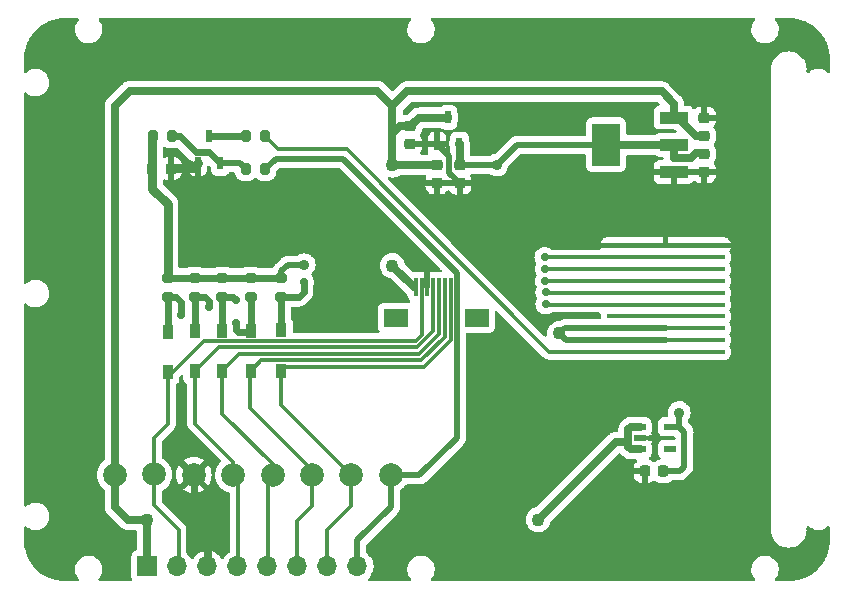
<source format=gtl>
%TF.GenerationSoftware,KiCad,Pcbnew,(6.0.7)*%
%TF.CreationDate,2022-09-23T01:36:15+08:00*%
%TF.ProjectId,UINIO-LCD2.4-ST7789,55494e49-4f2d-44c4-9344-322e342d5354,rev?*%
%TF.SameCoordinates,Original*%
%TF.FileFunction,Copper,L1,Top*%
%TF.FilePolarity,Positive*%
%FSLAX46Y46*%
G04 Gerber Fmt 4.6, Leading zero omitted, Abs format (unit mm)*
G04 Created by KiCad (PCBNEW (6.0.7)) date 2022-09-23 01:36:15*
%MOMM*%
%LPD*%
G01*
G04 APERTURE LIST*
G04 Aperture macros list*
%AMRoundRect*
0 Rectangle with rounded corners*
0 $1 Rounding radius*
0 $2 $3 $4 $5 $6 $7 $8 $9 X,Y pos of 4 corners*
0 Add a 4 corners polygon primitive as box body*
4,1,4,$2,$3,$4,$5,$6,$7,$8,$9,$2,$3,0*
0 Add four circle primitives for the rounded corners*
1,1,$1+$1,$2,$3*
1,1,$1+$1,$4,$5*
1,1,$1+$1,$6,$7*
1,1,$1+$1,$8,$9*
0 Add four rect primitives between the rounded corners*
20,1,$1+$1,$2,$3,$4,$5,0*
20,1,$1+$1,$4,$5,$6,$7,0*
20,1,$1+$1,$6,$7,$8,$9,0*
20,1,$1+$1,$8,$9,$2,$3,0*%
G04 Aperture macros list end*
%TA.AperFunction,SMDPad,CuDef*%
%ADD10C,2.000000*%
%TD*%
%TA.AperFunction,SMDPad,CuDef*%
%ADD11R,0.532000X1.070000*%
%TD*%
%TA.AperFunction,SMDPad,CuDef*%
%ADD12RoundRect,0.225000X-0.225000X-0.250000X0.225000X-0.250000X0.225000X0.250000X-0.225000X0.250000X0*%
%TD*%
%TA.AperFunction,SMDPad,CuDef*%
%ADD13RoundRect,0.200000X0.275000X-0.200000X0.275000X0.200000X-0.275000X0.200000X-0.275000X-0.200000X0*%
%TD*%
%TA.AperFunction,SMDPad,CuDef*%
%ADD14R,1.000000X0.600000*%
%TD*%
%TA.AperFunction,SMDPad,CuDef*%
%ADD15R,0.950000X1.200000*%
%TD*%
%TA.AperFunction,SMDPad,CuDef*%
%ADD16RoundRect,0.200000X-0.200000X-0.275000X0.200000X-0.275000X0.200000X0.275000X-0.200000X0.275000X0*%
%TD*%
%TA.AperFunction,SMDPad,CuDef*%
%ADD17RoundRect,0.105000X-4.895000X0.105000X-4.895000X-0.105000X4.895000X-0.105000X4.895000X0.105000X0*%
%TD*%
%TA.AperFunction,ComponentPad*%
%ADD18R,1.700000X1.700000*%
%TD*%
%TA.AperFunction,ComponentPad*%
%ADD19O,1.700000X1.700000*%
%TD*%
%TA.AperFunction,SMDPad,CuDef*%
%ADD20RoundRect,0.225000X0.250000X-0.225000X0.250000X0.225000X-0.250000X0.225000X-0.250000X-0.225000X0*%
%TD*%
%TA.AperFunction,SMDPad,CuDef*%
%ADD21R,0.300000X1.500000*%
%TD*%
%TA.AperFunction,SMDPad,CuDef*%
%ADD22R,2.000000X1.500000*%
%TD*%
%TA.AperFunction,SMDPad,CuDef*%
%ADD23RoundRect,0.200000X0.200000X0.275000X-0.200000X0.275000X-0.200000X-0.275000X0.200000X-0.275000X0*%
%TD*%
%TA.AperFunction,SMDPad,CuDef*%
%ADD24R,2.366000X0.980000*%
%TD*%
%TA.AperFunction,SMDPad,CuDef*%
%ADD25R,2.366000X3.600000*%
%TD*%
%TA.AperFunction,SMDPad,CuDef*%
%ADD26RoundRect,0.225000X-0.250000X0.225000X-0.250000X-0.225000X0.250000X-0.225000X0.250000X0.225000X0*%
%TD*%
%TA.AperFunction,ViaPad*%
%ADD27C,0.900000*%
%TD*%
%TA.AperFunction,ViaPad*%
%ADD28C,1.100000*%
%TD*%
%TA.AperFunction,ViaPad*%
%ADD29C,0.700000*%
%TD*%
%TA.AperFunction,Conductor*%
%ADD30C,0.700000*%
%TD*%
%TA.AperFunction,Conductor*%
%ADD31C,0.300000*%
%TD*%
%TA.AperFunction,Conductor*%
%ADD32C,0.500000*%
%TD*%
%TA.AperFunction,Conductor*%
%ADD33C,0.600000*%
%TD*%
%TA.AperFunction,Conductor*%
%ADD34C,0.800000*%
%TD*%
G04 APERTURE END LIST*
D10*
%TO.P,TP5,1,1*%
%TO.N,Net-(CON1-Pad5)*%
X148944284Y-120560000D03*
%TD*%
D11*
%TO.P,U3,1,GND*%
%TO.N,GND*%
X162870000Y-92550000D03*
%TO.P,U3,2,VO*%
%TO.N,/VDD_3.3V*%
X164770000Y-92550000D03*
%TO.P,U3,3,VI*%
%TO.N,/VDD_5V*%
X163820000Y-90280000D03*
%TD*%
D12*
%TO.P,C1,1,1*%
%TO.N,GND*%
X180475000Y-120264000D03*
%TO.P,C1,2,2*%
%TO.N,/VDD_3.3V*%
X182025000Y-120264000D03*
%TD*%
D13*
%TO.P,R2,1*%
%TO.N,/DC*%
X142360000Y-105505000D03*
%TO.P,R2,2*%
%TO.N,/VDD_3.3V*%
X142360000Y-103855000D03*
%TD*%
D14*
%TO.P,U1,5,Vout*%
%TO.N,/VDD_3.3V*%
X182620000Y-116484000D03*
%TO.P,U1,4,NC*%
%TO.N,unconnected-(U1-Pad4)*%
X182620000Y-118384000D03*
%TO.P,U1,3,CE*%
%TO.N,/VDD_5V*%
X180020000Y-118384000D03*
%TO.P,U1,2,Vss*%
%TO.N,GND*%
X180020000Y-117434000D03*
%TO.P,U1,1,Vin*%
%TO.N,/VDD_5V*%
X180020000Y-116484000D03*
%TD*%
D13*
%TO.P,R3,1*%
%TO.N,/SCK*%
X144690000Y-105505000D03*
%TO.P,R3,2*%
%TO.N,/VDD_3.3V*%
X144690000Y-103855000D03*
%TD*%
D12*
%TO.P,C6,1*%
%TO.N,/VDD_3.3V*%
X138775000Y-94624500D03*
%TO.P,C6,2*%
%TO.N,GND*%
X140325000Y-94624500D03*
%TD*%
D10*
%TO.P,TP7,1,1*%
%TO.N,Net-(CON1-Pad7)*%
X155621426Y-120560000D03*
%TD*%
D15*
%TO.P,D2,2,A*%
%TO.N,/DC*%
X142380000Y-108407000D03*
%TO.P,D2,1,K*%
%TO.N,Net-(CON1-Pad4)*%
X142380000Y-111807000D03*
%TD*%
D10*
%TO.P,TP4,1,1*%
%TO.N,Net-(CON1-Pad4)*%
X145605713Y-120560000D03*
%TD*%
D16*
%TO.P,R7,1*%
%TO.N,/VDD_3.3V*%
X138785000Y-91900000D03*
%TO.P,R7,2*%
%TO.N,Net-(Q1-Pad2)*%
X140435000Y-91900000D03*
%TD*%
D15*
%TO.P,D5,2,A*%
%TO.N,/RES*%
X149680000Y-108327000D03*
%TO.P,D5,1,K*%
%TO.N,Net-(CON1-Pad7)*%
X149680000Y-111727000D03*
%TD*%
D13*
%TO.P,R4,1*%
%TO.N,/MOSI*%
X147090000Y-105505000D03*
%TO.P,R4,2*%
%TO.N,/VDD_3.3V*%
X147090000Y-103855000D03*
%TD*%
D17*
%TO.P,U4,1,GND*%
%TO.N,GND*%
X182220000Y-101140000D03*
%TO.P,U4,2,RESET*%
%TO.N,/RES*%
X182220000Y-102140000D03*
%TO.P,U4,3,SCK*%
%TO.N,/SCK*%
X182220000Y-103140000D03*
%TO.P,U4,4,D/C*%
%TO.N,/DC*%
X182220000Y-104140000D03*
%TO.P,U4,5,CS*%
%TO.N,/CS*%
X182220000Y-105140000D03*
%TO.P,U4,6,MOSI*%
%TO.N,/MOSI*%
X182220000Y-106140000D03*
%TO.P,U4,7,MISO*%
%TO.N,/MISO*%
X182220000Y-107140000D03*
%TO.P,U4,8,VCC*%
%TO.N,/VDD_3.3V*%
X182220000Y-108140000D03*
%TO.P,U4,9,LEDA*%
X182220000Y-109140000D03*
%TO.P,U4,10,LEDK*%
%TO.N,Net-(R8-Pad2)*%
X182220000Y-110140000D03*
%TD*%
D10*
%TO.P,TP8,1,1*%
%TO.N,/BL*%
X158960000Y-120560000D03*
%TD*%
D18*
%TO.P,J1,1,Pin_1*%
%TO.N,/VDD_5V*%
X138355000Y-128310000D03*
D19*
%TO.P,J1,2,Pin_2*%
%TO.N,Net-(CON1-Pad2)*%
X140895000Y-128310000D03*
%TO.P,J1,3,Pin_3*%
%TO.N,GND*%
X143435000Y-128310000D03*
%TO.P,J1,4,Pin_4*%
%TO.N,Net-(CON1-Pad4)*%
X145975000Y-128310000D03*
%TO.P,J1,5,Pin_5*%
%TO.N,Net-(CON1-Pad5)*%
X148515000Y-128310000D03*
%TO.P,J1,6,Pin_6*%
%TO.N,Net-(CON1-Pad6)*%
X151055000Y-128310000D03*
%TO.P,J1,7,Pin_7*%
%TO.N,Net-(CON1-Pad7)*%
X153595000Y-128310000D03*
%TO.P,J1,8,Pin_8*%
%TO.N,/BL*%
X156135000Y-128310000D03*
%TD*%
D11*
%TO.P,Q1,1,E*%
%TO.N,GND*%
X142625000Y-94180500D03*
%TO.P,Q1,2,B*%
%TO.N,Net-(Q1-Pad2)*%
X144525000Y-94180500D03*
%TO.P,Q1,3,C*%
%TO.N,Net-(Q1-Pad3)*%
X143575000Y-91910500D03*
%TD*%
D20*
%TO.P,C4,1*%
%TO.N,GND*%
X160620000Y-92580500D03*
%TO.P,C4,2*%
%TO.N,/VDD_5V*%
X160620000Y-91030500D03*
%TD*%
D15*
%TO.P,D1,2,A*%
%TO.N,/CS*%
X140080000Y-108457000D03*
%TO.P,D1,1,K*%
%TO.N,Net-(CON1-Pad2)*%
X140080000Y-111857000D03*
%TD*%
D20*
%TO.P,C7,1*%
%TO.N,GND*%
X164800000Y-95865500D03*
%TO.P,C7,2*%
%TO.N,/VDD_3.3V*%
X164800000Y-94315500D03*
%TD*%
D10*
%TO.P,TP2,1,1*%
%TO.N,Net-(CON1-Pad2)*%
X138928571Y-120520000D03*
%TD*%
%TO.P,TP3,1,1*%
%TO.N,GND*%
X142267142Y-120560000D03*
%TD*%
D20*
%TO.P,C2,1*%
%TO.N,/VDD_5V*%
X185480000Y-91875000D03*
%TO.P,C2,2*%
%TO.N,GND*%
X185480000Y-90325000D03*
%TD*%
D16*
%TO.P,R8,1*%
%TO.N,Net-(Q1-Pad3)*%
X146655000Y-91885500D03*
%TO.P,R8,2*%
%TO.N,Net-(R8-Pad2)*%
X148305000Y-91885500D03*
%TD*%
D10*
%TO.P,TP6,1,1*%
%TO.N,Net-(CON1-Pad6)*%
X152282855Y-120560000D03*
%TD*%
D21*
%TO.P,CON1,1,1*%
%TO.N,/VDD_5V*%
X161060000Y-104661500D03*
%TO.P,CON1,2,2*%
%TO.N,Net-(CON1-Pad2)*%
X161560000Y-104661500D03*
%TO.P,CON1,3,3*%
%TO.N,GND*%
X162060000Y-104661500D03*
%TO.P,CON1,4,4*%
%TO.N,Net-(CON1-Pad4)*%
X162560000Y-104661500D03*
%TO.P,CON1,5,5*%
%TO.N,Net-(CON1-Pad5)*%
X163060000Y-104661500D03*
%TO.P,CON1,6,6*%
%TO.N,Net-(CON1-Pad6)*%
X163560000Y-104661500D03*
%TO.P,CON1,7,7*%
%TO.N,Net-(CON1-Pad7)*%
X164060000Y-104661500D03*
%TO.P,CON1,8,8*%
%TO.N,/BL*%
X164560000Y-104661500D03*
D22*
%TO.P,CON1,9*%
%TO.N,N/C*%
X166260000Y-107261500D03*
%TO.P,CON1,10*%
X159360000Y-107261500D03*
%TD*%
D10*
%TO.P,TP1,1,1*%
%TO.N,/VDD_5V*%
X135590000Y-120570000D03*
%TD*%
D23*
%TO.P,R6,1*%
%TO.N,/BL*%
X148325000Y-94680000D03*
%TO.P,R6,2*%
%TO.N,Net-(Q1-Pad2)*%
X146675000Y-94680000D03*
%TD*%
D15*
%TO.P,D4,2,A*%
%TO.N,/MOSI*%
X147095000Y-108342000D03*
%TO.P,D4,1,K*%
%TO.N,Net-(CON1-Pad6)*%
X147095000Y-111742000D03*
%TD*%
D20*
%TO.P,C5,1*%
%TO.N,GND*%
X162870000Y-95850500D03*
%TO.P,C5,2*%
%TO.N,/VDD_5V*%
X162870000Y-94300500D03*
%TD*%
D13*
%TO.P,R1,1*%
%TO.N,/CS*%
X140060000Y-105525000D03*
%TO.P,R1,2*%
%TO.N,/VDD_3.3V*%
X140060000Y-103875000D03*
%TD*%
%TO.P,R5,1*%
%TO.N,/RES*%
X149700000Y-105505000D03*
%TO.P,R5,2*%
%TO.N,/VDD_3.3V*%
X149700000Y-103855000D03*
%TD*%
D24*
%TO.P,U2,1,GND*%
%TO.N,GND*%
X182913000Y-94910000D03*
%TO.P,U2,2,Vout*%
%TO.N,/VDD_3.3V*%
X182913000Y-92610000D03*
%TO.P,U2,3,Vin*%
%TO.N,/VDD_5V*%
X182913000Y-90310000D03*
D25*
%TO.P,U2,4,Vout*%
%TO.N,/VDD_3.3V*%
X177187000Y-92610000D03*
%TD*%
D15*
%TO.P,D3,2,A*%
%TO.N,/SCK*%
X144700000Y-108357000D03*
%TO.P,D3,1,K*%
%TO.N,Net-(CON1-Pad5)*%
X144700000Y-111757000D03*
%TD*%
D26*
%TO.P,C3,1*%
%TO.N,/VDD_3.3V*%
X185490000Y-93370000D03*
%TO.P,C3,2*%
%TO.N,GND*%
X185490000Y-94920000D03*
%TD*%
D27*
%TO.N,/VDD_3.3V*%
X151620000Y-102770000D03*
X183380000Y-115290000D03*
D28*
%TO.N,/VDD_5V*%
X138328571Y-124351429D03*
X171430000Y-124360000D03*
%TO.N,GND*%
X161080000Y-101960000D03*
X162860000Y-98480000D03*
%TO.N,/VDD_3.3V*%
X173230000Y-108590000D03*
D29*
%TO.N,/RES*%
X151580000Y-104210000D03*
%TO.N,/SCK*%
X145880000Y-105750000D03*
%TO.N,/DC*%
X143530000Y-106380000D03*
%TO.N,/CS*%
X141160000Y-107040000D03*
%TO.N,/MOSI*%
X145860000Y-107720000D03*
X172060000Y-106090000D03*
%TO.N,/CS*%
X172060000Y-105110000D03*
%TO.N,/DC*%
X172020000Y-104130000D03*
%TO.N,/SCK*%
X172000000Y-103110000D03*
%TO.N,/RES*%
X171980000Y-102140000D03*
D27*
%TO.N,/VDD_3.3V*%
X167930000Y-94320000D03*
D28*
%TO.N,/VDD_5V*%
X159080000Y-102850000D03*
X159090000Y-94320000D03*
%TD*%
D30*
%TO.N,/VDD_5V*%
X178030000Y-117760000D02*
X179070000Y-117760000D01*
X171430000Y-124360000D02*
X178030000Y-117760000D01*
D31*
%TO.N,Net-(CON1-Pad5)*%
X148550000Y-128275000D02*
X148515000Y-128310000D01*
X148550000Y-120954284D02*
X148550000Y-128275000D01*
X148944284Y-120560000D02*
X148550000Y-120954284D01*
%TO.N,Net-(CON1-Pad7)*%
X155621426Y-123168574D02*
X153580000Y-125210000D01*
X155621426Y-120560000D02*
X155621426Y-123168574D01*
X153580000Y-128295000D02*
X153595000Y-128310000D01*
X153580000Y-125210000D02*
X153580000Y-128295000D01*
D32*
%TO.N,/BL*%
X158960000Y-120560000D02*
X158960000Y-123290000D01*
X158960000Y-123290000D02*
X156135000Y-126115000D01*
X156135000Y-126115000D02*
X156135000Y-128310000D01*
D31*
%TO.N,Net-(CON1-Pad6)*%
X151040000Y-128295000D02*
X151055000Y-128310000D01*
X152282855Y-123217145D02*
X151040000Y-124460000D01*
X152282855Y-120560000D02*
X152282855Y-123217145D01*
X151040000Y-124460000D02*
X151040000Y-128295000D01*
D33*
%TO.N,/MOSI*%
X145860000Y-108260000D02*
X145860000Y-107720000D01*
X146040000Y-108440000D02*
X145860000Y-108260000D01*
X146997000Y-108440000D02*
X146040000Y-108440000D01*
X147095000Y-108342000D02*
X146997000Y-108440000D01*
D32*
%TO.N,/BL*%
X149225000Y-93780000D02*
X148325000Y-94680000D01*
X164560000Y-103430000D02*
X154910000Y-93780000D01*
X164560000Y-104661500D02*
X164560000Y-103430000D01*
X154910000Y-93780000D02*
X149225000Y-93780000D01*
D31*
%TO.N,Net-(R8-Pad2)*%
X172360000Y-110140000D02*
X155220000Y-93000000D01*
X149419500Y-93000000D02*
X148305000Y-91885500D01*
X172610000Y-110140000D02*
X172360000Y-110140000D01*
X155220000Y-93000000D02*
X149419500Y-93000000D01*
D33*
%TO.N,GND*%
X143480000Y-128265000D02*
X143435000Y-128310000D01*
X143480000Y-124390000D02*
X143480000Y-128265000D01*
X142267142Y-123177142D02*
X143480000Y-124390000D01*
X142267142Y-120560000D02*
X142267142Y-123177142D01*
D31*
%TO.N,Net-(CON1-Pad2)*%
X140980000Y-128225000D02*
X140895000Y-128310000D01*
X140980000Y-125200000D02*
X140980000Y-128225000D01*
X138928571Y-123148571D02*
X140980000Y-125200000D01*
X138928571Y-120520000D02*
X138928571Y-123148571D01*
D30*
%TO.N,/VDD_5V*%
X136691429Y-124351429D02*
X138328571Y-124351429D01*
X135590000Y-120570000D02*
X135590000Y-123250000D01*
X135590000Y-123250000D02*
X136691429Y-124351429D01*
D32*
%TO.N,/VDD_3.3V*%
X183380000Y-115290000D02*
X183380000Y-115750000D01*
X183374000Y-115756000D02*
X183374000Y-116484000D01*
X183380000Y-115750000D02*
X183374000Y-115756000D01*
X173760000Y-109120000D02*
X182200000Y-109120000D01*
X173230000Y-108590000D02*
X173760000Y-109120000D01*
X173680000Y-108140000D02*
X182220000Y-108140000D01*
X173230000Y-108590000D02*
X173680000Y-108140000D01*
X182200000Y-109120000D02*
X182220000Y-109140000D01*
%TO.N,GND*%
X163900000Y-94965500D02*
X164800000Y-95865500D01*
X162870000Y-92550000D02*
X163900000Y-93580000D01*
X163900000Y-93580000D02*
X163900000Y-94965500D01*
X160650500Y-92550000D02*
X160620000Y-92580500D01*
X162870000Y-92550000D02*
X160650500Y-92550000D01*
D30*
%TO.N,/VDD_5V*%
X138328571Y-124351429D02*
X138328571Y-128283571D01*
X179070000Y-117760000D02*
X179070000Y-116710000D01*
X179070000Y-118184000D02*
X179070000Y-117760000D01*
X157820000Y-88070000D02*
X159090000Y-89340000D01*
X136840000Y-88070000D02*
X157820000Y-88070000D01*
X135590000Y-89320000D02*
X136840000Y-88070000D01*
X135590000Y-120570000D02*
X135590000Y-89320000D01*
X181880000Y-88100000D02*
X182913000Y-89133000D01*
X160330000Y-88100000D02*
X181880000Y-88100000D01*
X159090000Y-89340000D02*
X160330000Y-88100000D01*
X159090000Y-94320000D02*
X159090000Y-89340000D01*
X182913000Y-89133000D02*
X182913000Y-90310000D01*
%TO.N,/VDD_3.3V*%
X182913000Y-92610000D02*
X177187000Y-92610000D01*
D32*
X169640000Y-92610000D02*
X177187000Y-92610000D01*
X167930000Y-94320000D02*
X169640000Y-92610000D01*
%TO.N,GND*%
X162860000Y-95860500D02*
X162870000Y-95850500D01*
X162860000Y-98480000D02*
X162860000Y-95860500D01*
X162060000Y-102940000D02*
X162060000Y-104661500D01*
X161080000Y-101960000D02*
X162060000Y-102940000D01*
D30*
%TO.N,/VDD_5V*%
X160891500Y-104661500D02*
X160960000Y-104661500D01*
X159080000Y-102850000D02*
X160891500Y-104661500D01*
D32*
%TO.N,/VDD_3.3V*%
X150220000Y-102770000D02*
X149700000Y-103290000D01*
X149700000Y-103290000D02*
X149700000Y-103855000D01*
X151620000Y-102770000D02*
X150220000Y-102770000D01*
D34*
%TO.N,GND*%
X140349500Y-94600000D02*
X140325000Y-94624500D01*
X142205500Y-94600000D02*
X140349500Y-94600000D01*
X142625000Y-94180500D02*
X142205500Y-94600000D01*
D33*
%TO.N,Net-(Q1-Pad2)*%
X143590000Y-93245500D02*
X144525000Y-94180500D01*
X141110000Y-91900000D02*
X142455500Y-93245500D01*
X142455500Y-93245500D02*
X143590000Y-93245500D01*
X140435000Y-91900000D02*
X141110000Y-91900000D01*
%TO.N,/CS*%
X141170000Y-105920000D02*
X141170000Y-107030000D01*
X140775000Y-105525000D02*
X141170000Y-105920000D01*
X140060000Y-105525000D02*
X140775000Y-105525000D01*
X141170000Y-107030000D02*
X141160000Y-107040000D01*
%TO.N,/DC*%
X143530000Y-105800000D02*
X143530000Y-106380000D01*
X142360000Y-105505000D02*
X143235000Y-105505000D01*
X143235000Y-105505000D02*
X143530000Y-105800000D01*
%TO.N,/SCK*%
X145635000Y-105505000D02*
X145880000Y-105750000D01*
X144690000Y-105505000D02*
X145635000Y-105505000D01*
D30*
%TO.N,/VDD_5V*%
X138328571Y-128283571D02*
X138355000Y-128310000D01*
D33*
%TO.N,/RES*%
X151580000Y-105080000D02*
X151580000Y-104210000D01*
X151155000Y-105505000D02*
X151580000Y-105080000D01*
X149700000Y-105505000D02*
X151155000Y-105505000D01*
D31*
%TO.N,Net-(R8-Pad2)*%
X182220000Y-110140000D02*
X172610000Y-110140000D01*
%TO.N,Net-(CON1-Pad2)*%
X140080000Y-116270000D02*
X138928571Y-117421429D01*
X138928571Y-117421429D02*
X138928571Y-120520000D01*
X140080000Y-111857000D02*
X140080000Y-116270000D01*
%TO.N,Net-(CON1-Pad4)*%
X145605713Y-119445713D02*
X145605713Y-120560000D01*
X142380000Y-116220000D02*
X145605713Y-119445713D01*
X142380000Y-111807000D02*
X142380000Y-116220000D01*
%TO.N,Net-(CON1-Pad7)*%
X149680000Y-114618574D02*
X155621426Y-120560000D01*
X149680000Y-111727000D02*
X149680000Y-114618574D01*
%TO.N,Net-(CON1-Pad6)*%
X152282855Y-120132855D02*
X152282855Y-120560000D01*
X147060000Y-114910000D02*
X152282855Y-120132855D01*
X147060000Y-111777000D02*
X147060000Y-114910000D01*
X147095000Y-111742000D02*
X147060000Y-111777000D01*
%TO.N,Net-(CON1-Pad5)*%
X144700000Y-115400000D02*
X148944284Y-119644284D01*
X148944284Y-119644284D02*
X148944284Y-120560000D01*
X144700000Y-111757000D02*
X144700000Y-115400000D01*
D32*
%TO.N,/BL*%
X164560000Y-117420000D02*
X164560000Y-104661500D01*
X161370000Y-120610000D02*
X164560000Y-117420000D01*
X158960000Y-120560000D02*
X159010000Y-120610000D01*
X159010000Y-120610000D02*
X161370000Y-120610000D01*
D31*
%TO.N,/MOSI*%
X172110000Y-106140000D02*
X172060000Y-106090000D01*
X182220000Y-106140000D02*
X172110000Y-106140000D01*
%TO.N,/CS*%
X172090000Y-105140000D02*
X172060000Y-105110000D01*
X182220000Y-105140000D02*
X172090000Y-105140000D01*
%TO.N,/DC*%
X172030000Y-104140000D02*
X172020000Y-104130000D01*
X182220000Y-104140000D02*
X172030000Y-104140000D01*
%TO.N,/SCK*%
X172030000Y-103140000D02*
X172000000Y-103110000D01*
X182220000Y-103140000D02*
X172030000Y-103140000D01*
%TO.N,/RES*%
X182220000Y-102140000D02*
X171980000Y-102140000D01*
D32*
%TO.N,/VDD_3.3V*%
X183374000Y-116484000D02*
X183820000Y-116930000D01*
D34*
X138740000Y-91945000D02*
X138785000Y-91900000D01*
D30*
X184370000Y-93760000D02*
X184790000Y-93340000D01*
X185460000Y-93340000D02*
X185490000Y-93370000D01*
D34*
X140060000Y-97660000D02*
X138740000Y-96340000D01*
D30*
X182940000Y-93760000D02*
X184370000Y-93760000D01*
D32*
X164800000Y-94315500D02*
X167925500Y-94315500D01*
D30*
X182913000Y-93733000D02*
X182940000Y-93760000D01*
X164800000Y-94315500D02*
X164800000Y-92580000D01*
D32*
X182620000Y-116484000D02*
X183374000Y-116484000D01*
X183820000Y-119860000D02*
X183416000Y-120264000D01*
D30*
X182913000Y-92610000D02*
X182913000Y-93733000D01*
D33*
X140060000Y-103875000D02*
X149680000Y-103875000D01*
D30*
X164800000Y-92580000D02*
X164770000Y-92550000D01*
D34*
X140060000Y-103875000D02*
X140060000Y-97660000D01*
D33*
X149680000Y-103875000D02*
X149700000Y-103855000D01*
D32*
X183820000Y-116930000D02*
X183820000Y-119860000D01*
X167925500Y-94315500D02*
X167930000Y-94320000D01*
D34*
X138740000Y-96340000D02*
X138740000Y-91945000D01*
D30*
X184790000Y-93340000D02*
X185460000Y-93340000D01*
D32*
X183416000Y-120264000D02*
X182025000Y-120264000D01*
D30*
%TO.N,/VDD_5V*%
X184805000Y-91875000D02*
X185480000Y-91875000D01*
X183240000Y-90310000D02*
X184805000Y-91875000D01*
X179270000Y-118384000D02*
X179070000Y-118184000D01*
X162870000Y-94300500D02*
X159109500Y-94300500D01*
X179296000Y-116484000D02*
X180020000Y-116484000D01*
X161340500Y-90310000D02*
X163790000Y-90310000D01*
X159109500Y-94300500D02*
X159090000Y-94320000D01*
X182913000Y-90310000D02*
X183240000Y-90310000D01*
X159090000Y-91700000D02*
X159759500Y-91030500D01*
X180020000Y-118384000D02*
X179270000Y-118384000D01*
X159759500Y-91030500D02*
X160620000Y-91030500D01*
X179070000Y-116710000D02*
X179296000Y-116484000D01*
X163790000Y-90310000D02*
X163820000Y-90280000D01*
X159090000Y-94320000D02*
X159090000Y-91700000D01*
X160620000Y-91030500D02*
X161340500Y-90310000D01*
D31*
%TO.N,Net-(CON1-Pad2)*%
X143152000Y-109210000D02*
X140505000Y-111857000D01*
X161560000Y-104661500D02*
X161560000Y-108700000D01*
X161050000Y-109210000D02*
X143152000Y-109210000D01*
X161560000Y-108700000D02*
X161050000Y-109210000D01*
X140505000Y-111857000D02*
X140080000Y-111857000D01*
%TO.N,Net-(CON1-Pad4)*%
X145990000Y-120944287D02*
X145990000Y-128295000D01*
X145990000Y-128295000D02*
X145975000Y-128310000D01*
X144427000Y-109760000D02*
X142380000Y-111807000D01*
X162560000Y-104661500D02*
X162560000Y-108414314D01*
X161214314Y-109760000D02*
X144427000Y-109760000D01*
X145605713Y-120560000D02*
X145990000Y-120944287D01*
X162560000Y-108414314D02*
X161214314Y-109760000D01*
%TO.N,Net-(CON1-Pad5)*%
X163060000Y-108620000D02*
X161350000Y-110330000D01*
X163060000Y-104661500D02*
X163060000Y-108620000D01*
X161350000Y-110330000D02*
X146127000Y-110330000D01*
X146127000Y-110330000D02*
X144700000Y-111757000D01*
%TO.N,Net-(CON1-Pad6)*%
X147967000Y-110870000D02*
X147095000Y-111742000D01*
X161540000Y-110870000D02*
X147967000Y-110870000D01*
X163560000Y-108850000D02*
X161540000Y-110870000D01*
X163560000Y-104661500D02*
X163560000Y-108850000D01*
%TO.N,Net-(CON1-Pad7)*%
X149997000Y-111410000D02*
X149680000Y-111727000D01*
X161760000Y-111410000D02*
X149997000Y-111410000D01*
X164060000Y-104661500D02*
X164060000Y-109110000D01*
X164060000Y-109110000D02*
X161760000Y-111410000D01*
D33*
%TO.N,/DC*%
X142360000Y-105505000D02*
X142360000Y-108387000D01*
X142360000Y-108387000D02*
X142380000Y-108407000D01*
%TO.N,/SCK*%
X144690000Y-105505000D02*
X144690000Y-108347000D01*
X144690000Y-108347000D02*
X144700000Y-108357000D01*
%TO.N,/MOSI*%
X147090000Y-105505000D02*
X147090000Y-108337000D01*
X147090000Y-108337000D02*
X147095000Y-108342000D01*
%TO.N,/CS*%
X140060000Y-108437000D02*
X140080000Y-108457000D01*
X140060000Y-105525000D02*
X140060000Y-108437000D01*
D32*
%TO.N,Net-(Q1-Pad2)*%
X146675000Y-94680000D02*
X146185000Y-94190000D01*
X144534500Y-94190000D02*
X144525000Y-94180500D01*
X146185000Y-94190000D02*
X144534500Y-94190000D01*
D33*
%TO.N,Net-(Q1-Pad3)*%
X146655000Y-91885500D02*
X143600000Y-91885500D01*
X143600000Y-91885500D02*
X143575000Y-91910500D01*
%TO.N,/RES*%
X149700000Y-105505000D02*
X149700000Y-108307000D01*
X149700000Y-108307000D02*
X149680000Y-108327000D01*
%TD*%
%TA.AperFunction,Conductor*%
%TO.N,GND*%
G36*
X132494676Y-81878502D02*
G01*
X132541169Y-81932158D01*
X132551273Y-82002432D01*
X132525505Y-82062506D01*
X132404238Y-82216333D01*
X132401549Y-82221444D01*
X132401547Y-82221447D01*
X132376988Y-82268126D01*
X132305100Y-82404762D01*
X132303386Y-82410283D01*
X132303384Y-82410287D01*
X132250494Y-82580623D01*
X132241961Y-82608102D01*
X132216936Y-82819544D01*
X132218932Y-82850000D01*
X132230861Y-83032006D01*
X132232283Y-83037604D01*
X132232283Y-83037606D01*
X132281851Y-83232777D01*
X132283272Y-83238372D01*
X132285689Y-83243615D01*
X132322389Y-83323223D01*
X132372411Y-83431731D01*
X132495296Y-83605609D01*
X132647809Y-83754181D01*
X132652605Y-83757386D01*
X132652608Y-83757388D01*
X132729612Y-83808840D01*
X132824843Y-83872471D01*
X132830146Y-83874749D01*
X132830149Y-83874751D01*
X132912324Y-83910056D01*
X133020470Y-83956519D01*
X133096316Y-83973681D01*
X133222501Y-84002234D01*
X133222506Y-84002235D01*
X133228138Y-84003509D01*
X133233909Y-84003736D01*
X133233911Y-84003736D01*
X133295252Y-84006146D01*
X133440891Y-84011869D01*
X133446600Y-84011041D01*
X133446604Y-84011041D01*
X133645890Y-83982145D01*
X133645894Y-83982144D01*
X133651605Y-83981316D01*
X133853223Y-83912876D01*
X134038993Y-83808840D01*
X134202693Y-83672693D01*
X134338840Y-83508993D01*
X134442876Y-83323223D01*
X134511316Y-83121605D01*
X134515377Y-83093603D01*
X134541337Y-82914561D01*
X134541337Y-82914559D01*
X134541869Y-82910891D01*
X134543463Y-82850000D01*
X134530461Y-82708500D01*
X134524510Y-82643730D01*
X134524509Y-82643727D01*
X134523981Y-82637976D01*
X134470749Y-82449231D01*
X134467754Y-82438611D01*
X134467753Y-82438609D01*
X134466186Y-82433052D01*
X134372015Y-82242092D01*
X134286014Y-82126922D01*
X134248079Y-82076120D01*
X134248077Y-82076118D01*
X134244622Y-82071491D01*
X134241319Y-82068438D01*
X134210780Y-82004806D01*
X134219542Y-81934352D01*
X134265004Y-81879820D01*
X134335133Y-81858500D01*
X160556555Y-81858500D01*
X160624676Y-81878502D01*
X160671169Y-81932158D01*
X160681273Y-82002432D01*
X160655505Y-82062506D01*
X160534238Y-82216333D01*
X160531549Y-82221444D01*
X160531547Y-82221447D01*
X160506988Y-82268126D01*
X160435100Y-82404762D01*
X160433386Y-82410283D01*
X160433384Y-82410287D01*
X160380494Y-82580623D01*
X160371961Y-82608102D01*
X160346936Y-82819544D01*
X160348932Y-82850000D01*
X160360861Y-83032006D01*
X160362283Y-83037604D01*
X160362283Y-83037606D01*
X160411851Y-83232777D01*
X160413272Y-83238372D01*
X160415689Y-83243615D01*
X160452389Y-83323223D01*
X160502411Y-83431731D01*
X160625296Y-83605609D01*
X160777809Y-83754181D01*
X160782605Y-83757386D01*
X160782608Y-83757388D01*
X160859612Y-83808840D01*
X160954843Y-83872471D01*
X160960146Y-83874749D01*
X160960149Y-83874751D01*
X161042324Y-83910056D01*
X161150470Y-83956519D01*
X161226316Y-83973681D01*
X161352501Y-84002234D01*
X161352506Y-84002235D01*
X161358138Y-84003509D01*
X161363909Y-84003736D01*
X161363911Y-84003736D01*
X161425252Y-84006146D01*
X161570891Y-84011869D01*
X161576600Y-84011041D01*
X161576604Y-84011041D01*
X161775890Y-83982145D01*
X161775894Y-83982144D01*
X161781605Y-83981316D01*
X161983223Y-83912876D01*
X162168993Y-83808840D01*
X162332693Y-83672693D01*
X162468840Y-83508993D01*
X162572876Y-83323223D01*
X162641316Y-83121605D01*
X162645377Y-83093603D01*
X162671337Y-82914561D01*
X162671337Y-82914559D01*
X162671869Y-82910891D01*
X162673463Y-82850000D01*
X162660461Y-82708500D01*
X162654510Y-82643730D01*
X162654509Y-82643727D01*
X162653981Y-82637976D01*
X162600749Y-82449231D01*
X162597754Y-82438611D01*
X162597753Y-82438609D01*
X162596186Y-82433052D01*
X162502015Y-82242092D01*
X162416014Y-82126922D01*
X162378079Y-82076120D01*
X162378077Y-82076118D01*
X162374622Y-82071491D01*
X162371319Y-82068438D01*
X162340780Y-82004806D01*
X162349542Y-81934352D01*
X162395004Y-81879820D01*
X162465133Y-81858500D01*
X189686555Y-81858500D01*
X189754676Y-81878502D01*
X189801169Y-81932158D01*
X189811273Y-82002432D01*
X189785505Y-82062506D01*
X189664238Y-82216333D01*
X189661549Y-82221444D01*
X189661547Y-82221447D01*
X189636988Y-82268126D01*
X189565100Y-82404762D01*
X189563386Y-82410283D01*
X189563384Y-82410287D01*
X189510494Y-82580623D01*
X189501961Y-82608102D01*
X189476936Y-82819544D01*
X189478932Y-82850000D01*
X189490861Y-83032006D01*
X189492283Y-83037604D01*
X189492283Y-83037606D01*
X189541851Y-83232777D01*
X189543272Y-83238372D01*
X189545689Y-83243615D01*
X189582389Y-83323223D01*
X189632411Y-83431731D01*
X189755296Y-83605609D01*
X189907809Y-83754181D01*
X189912605Y-83757386D01*
X189912608Y-83757388D01*
X189989612Y-83808840D01*
X190084843Y-83872471D01*
X190090146Y-83874749D01*
X190090149Y-83874751D01*
X190172324Y-83910056D01*
X190280470Y-83956519D01*
X190356316Y-83973681D01*
X190482501Y-84002234D01*
X190482506Y-84002235D01*
X190488138Y-84003509D01*
X190493909Y-84003736D01*
X190493911Y-84003736D01*
X190555252Y-84006146D01*
X190700891Y-84011869D01*
X190706600Y-84011041D01*
X190706604Y-84011041D01*
X190905890Y-83982145D01*
X190905894Y-83982144D01*
X190911605Y-83981316D01*
X191113223Y-83912876D01*
X191298993Y-83808840D01*
X191462693Y-83672693D01*
X191598840Y-83508993D01*
X191702876Y-83323223D01*
X191771316Y-83121605D01*
X191775377Y-83093603D01*
X191801337Y-82914561D01*
X191801337Y-82914559D01*
X191801869Y-82910891D01*
X191803463Y-82850000D01*
X191790461Y-82708500D01*
X191784510Y-82643730D01*
X191784509Y-82643727D01*
X191783981Y-82637976D01*
X191730749Y-82449231D01*
X191727754Y-82438611D01*
X191727753Y-82438609D01*
X191726186Y-82433052D01*
X191632015Y-82242092D01*
X191546014Y-82126922D01*
X191508079Y-82076120D01*
X191508077Y-82076118D01*
X191504622Y-82071491D01*
X191501319Y-82068438D01*
X191470780Y-82004806D01*
X191479542Y-81934352D01*
X191525004Y-81879820D01*
X191595133Y-81858500D01*
X192590633Y-81858500D01*
X192610018Y-81860000D01*
X192624852Y-81862310D01*
X192624855Y-81862310D01*
X192633724Y-81863691D01*
X192642627Y-81862527D01*
X192642628Y-81862527D01*
X192653076Y-81861161D01*
X192675594Y-81860249D01*
X192976051Y-81875010D01*
X192988345Y-81876221D01*
X193315034Y-81924680D01*
X193327156Y-81927090D01*
X193347387Y-81932158D01*
X193647523Y-82007339D01*
X193659355Y-82010928D01*
X193970311Y-82122190D01*
X193981735Y-82126922D01*
X194049500Y-82158972D01*
X194280292Y-82268128D01*
X194291188Y-82273953D01*
X194432101Y-82358412D01*
X194574467Y-82443744D01*
X194584748Y-82450614D01*
X194850017Y-82647350D01*
X194859556Y-82655177D01*
X195104282Y-82876985D01*
X195113015Y-82885718D01*
X195334823Y-83130444D01*
X195342650Y-83139983D01*
X195474494Y-83317755D01*
X195539386Y-83405252D01*
X195546256Y-83415533D01*
X195599257Y-83503959D01*
X195697733Y-83668255D01*
X195716045Y-83698807D01*
X195721874Y-83709712D01*
X195863078Y-84008265D01*
X195867810Y-84019689D01*
X195979072Y-84330645D01*
X195982661Y-84342477D01*
X196062909Y-84662841D01*
X196065320Y-84674966D01*
X196093029Y-84861760D01*
X196113779Y-85001650D01*
X196114990Y-85013949D01*
X196121370Y-85143787D01*
X196129390Y-85307034D01*
X196128042Y-85332598D01*
X196126309Y-85343724D01*
X196127474Y-85352630D01*
X196130436Y-85375283D01*
X196131500Y-85391621D01*
X196131500Y-86400717D01*
X196111498Y-86468838D01*
X196057842Y-86515331D01*
X195987568Y-86525435D01*
X195919972Y-86493242D01*
X195852517Y-86430888D01*
X195848271Y-86426963D01*
X195668201Y-86313347D01*
X195470441Y-86234449D01*
X195464781Y-86233323D01*
X195464777Y-86233322D01*
X195267282Y-86194038D01*
X195267280Y-86194038D01*
X195261615Y-86192911D01*
X195255840Y-86192835D01*
X195255836Y-86192835D01*
X195149161Y-86191439D01*
X195048716Y-86190124D01*
X195043019Y-86191103D01*
X195043018Y-86191103D01*
X194844564Y-86225203D01*
X194844561Y-86225204D01*
X194838874Y-86226181D01*
X194639116Y-86299875D01*
X194616472Y-86313347D01*
X194469618Y-86400717D01*
X194456134Y-86408739D01*
X194430878Y-86430888D01*
X194357577Y-86495171D01*
X194293173Y-86525048D01*
X194222840Y-86515362D01*
X194168909Y-86469189D01*
X194148500Y-86400439D01*
X194148500Y-86263250D01*
X194150246Y-86242345D01*
X194152770Y-86227344D01*
X194152770Y-86227341D01*
X194153576Y-86222552D01*
X194153729Y-86210000D01*
X194153039Y-86205182D01*
X194153036Y-86205135D01*
X194152162Y-86197256D01*
X194134923Y-85978223D01*
X194134535Y-85973289D01*
X194079105Y-85742406D01*
X193988240Y-85523037D01*
X193902683Y-85383421D01*
X193866759Y-85324798D01*
X193866755Y-85324792D01*
X193864176Y-85320584D01*
X193709969Y-85140031D01*
X193529416Y-84985824D01*
X193525208Y-84983245D01*
X193525202Y-84983241D01*
X193331183Y-84864346D01*
X193326963Y-84861760D01*
X193322393Y-84859867D01*
X193322389Y-84859865D01*
X193112167Y-84772789D01*
X193112165Y-84772788D01*
X193107594Y-84770895D01*
X193027391Y-84751640D01*
X192881524Y-84716620D01*
X192881518Y-84716619D01*
X192876711Y-84715465D01*
X192640000Y-84696835D01*
X192403289Y-84715465D01*
X192398482Y-84716619D01*
X192398476Y-84716620D01*
X192252609Y-84751640D01*
X192172406Y-84770895D01*
X192167835Y-84772788D01*
X192167833Y-84772789D01*
X191957611Y-84859865D01*
X191957607Y-84859867D01*
X191953037Y-84861760D01*
X191948817Y-84864346D01*
X191754798Y-84983241D01*
X191754792Y-84983245D01*
X191750584Y-84985824D01*
X191570031Y-85140031D01*
X191415824Y-85320584D01*
X191413245Y-85324792D01*
X191413241Y-85324798D01*
X191377317Y-85383421D01*
X191291760Y-85523037D01*
X191200895Y-85742406D01*
X191145465Y-85973289D01*
X191145077Y-85978223D01*
X191128746Y-86185720D01*
X191127785Y-86193921D01*
X191127821Y-86194011D01*
X191126309Y-86203724D01*
X191126946Y-86208593D01*
X191126835Y-86210000D01*
X191127130Y-86210000D01*
X191128380Y-86219560D01*
X191128380Y-86219562D01*
X191130436Y-86235283D01*
X191131500Y-86251620D01*
X191131500Y-125160633D01*
X191130000Y-125180018D01*
X191126309Y-125203724D01*
X191127130Y-125210000D01*
X191126835Y-125210000D01*
X191145465Y-125446711D01*
X191146619Y-125451518D01*
X191146620Y-125451524D01*
X191157818Y-125498167D01*
X191200895Y-125677594D01*
X191202788Y-125682165D01*
X191202789Y-125682167D01*
X191285195Y-125881113D01*
X191291760Y-125896963D01*
X191294346Y-125901183D01*
X191413241Y-126095202D01*
X191413245Y-126095208D01*
X191415824Y-126099416D01*
X191570031Y-126279969D01*
X191750584Y-126434176D01*
X191754792Y-126436755D01*
X191754798Y-126436759D01*
X191948817Y-126555654D01*
X191953037Y-126558240D01*
X191957607Y-126560133D01*
X191957611Y-126560135D01*
X192167833Y-126647211D01*
X192172406Y-126649105D01*
X192252609Y-126668360D01*
X192398476Y-126703380D01*
X192398482Y-126703381D01*
X192403289Y-126704535D01*
X192640000Y-126723165D01*
X192876711Y-126704535D01*
X192881518Y-126703381D01*
X192881524Y-126703380D01*
X193027391Y-126668360D01*
X193107594Y-126649105D01*
X193112167Y-126647211D01*
X193322389Y-126560135D01*
X193322393Y-126560133D01*
X193326963Y-126558240D01*
X193331183Y-126555654D01*
X193525202Y-126436759D01*
X193525208Y-126436755D01*
X193529416Y-126434176D01*
X193709969Y-126279969D01*
X193864176Y-126099416D01*
X193866755Y-126095208D01*
X193866759Y-126095202D01*
X193985654Y-125901183D01*
X193988240Y-125896963D01*
X193994806Y-125881113D01*
X194077211Y-125682167D01*
X194077212Y-125682165D01*
X194079105Y-125677594D01*
X194122182Y-125498167D01*
X194133380Y-125451524D01*
X194133381Y-125451518D01*
X194134535Y-125446711D01*
X194150512Y-125243704D01*
X194151871Y-125232684D01*
X194152768Y-125227356D01*
X194152768Y-125227351D01*
X194153576Y-125222552D01*
X194153729Y-125210000D01*
X194149773Y-125182376D01*
X194148500Y-125164514D01*
X194148500Y-125020221D01*
X194168502Y-124952100D01*
X194222158Y-124905607D01*
X194292432Y-124895503D01*
X194357012Y-124924997D01*
X194362422Y-124929967D01*
X194385142Y-124952100D01*
X194407809Y-124974181D01*
X194412605Y-124977386D01*
X194412608Y-124977388D01*
X194510499Y-125042796D01*
X194584843Y-125092471D01*
X194590146Y-125094749D01*
X194590149Y-125094751D01*
X194773413Y-125173487D01*
X194780470Y-125176519D01*
X194838457Y-125189640D01*
X194982501Y-125222234D01*
X194982506Y-125222235D01*
X194988138Y-125223509D01*
X194993909Y-125223736D01*
X194993911Y-125223736D01*
X195055252Y-125226146D01*
X195200891Y-125231869D01*
X195206600Y-125231041D01*
X195206604Y-125231041D01*
X195405890Y-125202145D01*
X195405894Y-125202144D01*
X195411605Y-125201316D01*
X195613223Y-125132876D01*
X195798993Y-125028840D01*
X195924931Y-124924099D01*
X195990095Y-124895918D01*
X196060150Y-124907442D01*
X196112854Y-124955011D01*
X196131500Y-125020973D01*
X196131500Y-126020633D01*
X196130000Y-126040018D01*
X196127756Y-126054432D01*
X196126309Y-126063724D01*
X196127473Y-126072627D01*
X196127473Y-126072628D01*
X196128839Y-126083076D01*
X196129751Y-126105594D01*
X196121185Y-126279969D01*
X196114991Y-126406045D01*
X196113779Y-126418345D01*
X196092747Y-126560135D01*
X196065321Y-126745031D01*
X196062909Y-126757159D01*
X195982661Y-127077523D01*
X195979072Y-127089355D01*
X195867810Y-127400311D01*
X195863078Y-127411735D01*
X195811932Y-127519875D01*
X195740650Y-127670590D01*
X195721874Y-127710288D01*
X195716047Y-127721188D01*
X195684600Y-127773655D01*
X195546256Y-128004467D01*
X195539386Y-128014748D01*
X195342650Y-128280017D01*
X195334823Y-128289556D01*
X195113445Y-128533808D01*
X195113020Y-128534277D01*
X195104282Y-128543015D01*
X194859556Y-128764823D01*
X194850017Y-128772650D01*
X194655517Y-128916901D01*
X194584748Y-128969386D01*
X194574467Y-128976256D01*
X194507306Y-129016511D01*
X194291188Y-129146047D01*
X194280292Y-129151872D01*
X194192300Y-129193489D01*
X193981735Y-129293078D01*
X193970311Y-129297810D01*
X193659355Y-129409072D01*
X193647523Y-129412661D01*
X193499733Y-129449681D01*
X193327156Y-129492910D01*
X193315034Y-129495320D01*
X192988345Y-129543779D01*
X192976051Y-129544990D01*
X192682961Y-129559390D01*
X192657402Y-129558042D01*
X192646276Y-129556309D01*
X192614714Y-129560436D01*
X192598379Y-129561500D01*
X191590973Y-129561500D01*
X191522852Y-129541498D01*
X191476359Y-129487842D01*
X191466255Y-129417568D01*
X191494099Y-129354931D01*
X191497225Y-129351173D01*
X191598840Y-129228993D01*
X191702876Y-129043223D01*
X191771316Y-128841605D01*
X191774076Y-128822575D01*
X191801337Y-128634561D01*
X191801337Y-128634559D01*
X191801869Y-128630891D01*
X191803463Y-128570000D01*
X191785996Y-128379908D01*
X191784510Y-128363730D01*
X191784509Y-128363727D01*
X191783981Y-128357976D01*
X191770450Y-128310000D01*
X191727754Y-128158611D01*
X191727753Y-128158609D01*
X191726186Y-128153052D01*
X191716846Y-128134111D01*
X191634570Y-127967273D01*
X191632015Y-127962092D01*
X191504622Y-127791491D01*
X191348271Y-127646963D01*
X191168201Y-127533347D01*
X190970441Y-127454449D01*
X190964781Y-127453323D01*
X190964777Y-127453322D01*
X190767282Y-127414038D01*
X190767280Y-127414038D01*
X190761615Y-127412911D01*
X190755840Y-127412835D01*
X190755836Y-127412835D01*
X190649161Y-127411439D01*
X190548716Y-127410124D01*
X190543019Y-127411103D01*
X190543018Y-127411103D01*
X190344564Y-127445203D01*
X190344561Y-127445204D01*
X190338874Y-127446181D01*
X190139116Y-127519875D01*
X189956134Y-127628739D01*
X189796054Y-127769125D01*
X189664238Y-127936333D01*
X189661549Y-127941444D01*
X189661547Y-127941447D01*
X189607085Y-128044961D01*
X189565100Y-128124762D01*
X189563386Y-128130283D01*
X189563384Y-128130287D01*
X189517923Y-128276695D01*
X189501961Y-128328102D01*
X189476936Y-128539544D01*
X189478932Y-128570000D01*
X189490861Y-128752006D01*
X189492283Y-128757604D01*
X189492283Y-128757606D01*
X189515006Y-128847075D01*
X189543272Y-128958372D01*
X189545689Y-128963615D01*
X189623291Y-129131947D01*
X189632411Y-129151731D01*
X189755296Y-129325609D01*
X189759430Y-129329636D01*
X189759435Y-129329642D01*
X189775453Y-129345246D01*
X189810291Y-129407107D01*
X189806154Y-129477983D01*
X189764355Y-129535371D01*
X189698165Y-129561051D01*
X189687532Y-129561500D01*
X162440607Y-129561500D01*
X162372486Y-129541498D01*
X162325993Y-129487842D01*
X162315889Y-129417568D01*
X162343733Y-129354931D01*
X162465159Y-129208931D01*
X162468850Y-129204493D01*
X162572886Y-129018723D01*
X162641326Y-128817105D01*
X162651602Y-128746239D01*
X162671347Y-128610061D01*
X162671347Y-128610059D01*
X162671879Y-128606391D01*
X162673473Y-128545500D01*
X162660471Y-128404000D01*
X162654520Y-128339230D01*
X162654519Y-128339227D01*
X162653991Y-128333476D01*
X162596196Y-128128552D01*
X162591804Y-128119644D01*
X162504580Y-127942773D01*
X162502025Y-127937592D01*
X162374632Y-127766991D01*
X162218281Y-127622463D01*
X162038211Y-127508847D01*
X161840451Y-127429949D01*
X161834791Y-127428823D01*
X161834787Y-127428822D01*
X161637292Y-127389538D01*
X161637290Y-127389538D01*
X161631625Y-127388411D01*
X161625850Y-127388335D01*
X161625846Y-127388335D01*
X161519171Y-127386939D01*
X161418726Y-127385624D01*
X161413029Y-127386603D01*
X161413028Y-127386603D01*
X161214574Y-127420703D01*
X161214571Y-127420704D01*
X161208884Y-127421681D01*
X161009126Y-127495375D01*
X160826144Y-127604239D01*
X160666064Y-127744625D01*
X160534248Y-127911833D01*
X160531559Y-127916944D01*
X160531557Y-127916947D01*
X160482719Y-128009773D01*
X160435110Y-128100262D01*
X160433396Y-128105783D01*
X160433394Y-128105787D01*
X160418718Y-128153052D01*
X160371971Y-128303602D01*
X160346946Y-128515044D01*
X160348942Y-128545500D01*
X160360871Y-128727506D01*
X160362293Y-128733104D01*
X160362293Y-128733106D01*
X160385016Y-128822575D01*
X160413282Y-128933872D01*
X160415699Y-128939115D01*
X160452399Y-129018723D01*
X160502421Y-129127231D01*
X160625306Y-129301109D01*
X160629440Y-129305136D01*
X160629445Y-129305142D01*
X160670613Y-129345246D01*
X160705451Y-129407107D01*
X160701314Y-129477983D01*
X160659515Y-129535371D01*
X160593325Y-129561051D01*
X160582692Y-129561500D01*
X157108741Y-129561500D01*
X157040620Y-129541498D01*
X156994127Y-129487842D01*
X156984023Y-129417568D01*
X157013517Y-129352988D01*
X157019801Y-129346249D01*
X157103884Y-129262460D01*
X157173096Y-129193489D01*
X157303453Y-129012077D01*
X157316995Y-128984678D01*
X157400136Y-128816453D01*
X157400137Y-128816451D01*
X157402430Y-128811811D01*
X157449030Y-128658433D01*
X157465865Y-128603023D01*
X157465865Y-128603021D01*
X157467370Y-128598069D01*
X157496529Y-128376590D01*
X157497442Y-128339230D01*
X157498074Y-128313365D01*
X157498074Y-128313361D01*
X157498156Y-128310000D01*
X157479852Y-128087361D01*
X157425431Y-127870702D01*
X157336354Y-127665840D01*
X157252632Y-127536426D01*
X157217822Y-127482617D01*
X157217820Y-127482614D01*
X157215014Y-127478277D01*
X157064670Y-127313051D01*
X157060615Y-127309848D01*
X156941407Y-127215703D01*
X156900345Y-127157785D01*
X156893500Y-127116821D01*
X156893500Y-126481371D01*
X156913502Y-126413250D01*
X156930405Y-126392276D01*
X158977531Y-124345150D01*
X170366482Y-124345150D01*
X170366998Y-124351294D01*
X170383115Y-124543223D01*
X170383852Y-124552004D01*
X170441069Y-124751545D01*
X170443887Y-124757027D01*
X170443888Y-124757031D01*
X170533135Y-124930686D01*
X170535955Y-124936173D01*
X170539786Y-124941007D01*
X170539787Y-124941008D01*
X170568923Y-124977768D01*
X170664894Y-125098854D01*
X170669581Y-125102843D01*
X170669584Y-125102846D01*
X170818284Y-125229399D01*
X170822976Y-125233392D01*
X171004180Y-125334664D01*
X171201603Y-125398810D01*
X171407725Y-125423389D01*
X171413860Y-125422917D01*
X171413862Y-125422917D01*
X171608555Y-125407936D01*
X171608560Y-125407935D01*
X171614696Y-125407463D01*
X171620626Y-125405807D01*
X171620628Y-125405807D01*
X171714664Y-125379552D01*
X171814632Y-125351640D01*
X171854190Y-125331658D01*
X171994416Y-125260825D01*
X171994418Y-125260824D01*
X171999917Y-125258046D01*
X172148018Y-125142337D01*
X172158634Y-125134043D01*
X172158635Y-125134042D01*
X172163495Y-125130245D01*
X172287630Y-124986432D01*
X172295109Y-124977768D01*
X172295109Y-124977767D01*
X172299133Y-124973106D01*
X172309413Y-124955011D01*
X172375510Y-124838658D01*
X172401667Y-124792614D01*
X172467190Y-124595644D01*
X172467962Y-124589535D01*
X172467964Y-124589525D01*
X172470277Y-124571216D01*
X172498660Y-124506139D01*
X172506188Y-124497914D01*
X176444664Y-120559438D01*
X179517000Y-120559438D01*
X179517337Y-120565953D01*
X179526894Y-120658057D01*
X179529788Y-120671456D01*
X179579381Y-120820107D01*
X179585555Y-120833286D01*
X179667788Y-120966173D01*
X179676824Y-120977574D01*
X179787429Y-121087986D01*
X179798840Y-121096998D01*
X179931880Y-121179004D01*
X179945061Y-121185151D01*
X180093814Y-121234491D01*
X180107190Y-121237358D01*
X180198097Y-121246672D01*
X180203126Y-121246929D01*
X180218124Y-121242525D01*
X180219329Y-121241135D01*
X180221000Y-121233452D01*
X180221000Y-120536115D01*
X180216525Y-120520876D01*
X180215135Y-120519671D01*
X180207452Y-120518000D01*
X179535115Y-120518000D01*
X179519876Y-120522475D01*
X179518671Y-120523865D01*
X179517000Y-120531548D01*
X179517000Y-120559438D01*
X176444664Y-120559438D01*
X178248905Y-118755197D01*
X178311217Y-118721171D01*
X178382032Y-118726236D01*
X178427095Y-118755197D01*
X178452911Y-118781013D01*
X178455365Y-118783535D01*
X178510308Y-118841636D01*
X178515950Y-118845471D01*
X178521146Y-118849893D01*
X178520809Y-118850289D01*
X178528799Y-118856902D01*
X178633679Y-118961782D01*
X178640822Y-118969549D01*
X178670064Y-119004153D01*
X178670068Y-119004157D01*
X178674471Y-119009367D01*
X178679895Y-119013514D01*
X178679896Y-119013515D01*
X178713106Y-119038906D01*
X178738247Y-119058127D01*
X178738962Y-119058674D01*
X178741379Y-119060568D01*
X178804738Y-119111510D01*
X178810857Y-119114547D01*
X178813652Y-119116335D01*
X178814013Y-119116588D01*
X178814380Y-119116790D01*
X178817238Y-119118521D01*
X178822652Y-119122660D01*
X178896262Y-119156985D01*
X178899033Y-119158319D01*
X178971814Y-119194447D01*
X178978435Y-119196098D01*
X178981563Y-119197249D01*
X178981957Y-119197413D01*
X178982361Y-119197532D01*
X178985524Y-119198609D01*
X178991704Y-119201490D01*
X179040968Y-119212502D01*
X179070950Y-119219204D01*
X179073909Y-119219903D01*
X179152801Y-119239573D01*
X179159623Y-119239763D01*
X179162933Y-119240217D01*
X179163798Y-119240373D01*
X179168697Y-119241053D01*
X179173740Y-119242180D01*
X179179463Y-119242500D01*
X179255829Y-119242500D01*
X179259347Y-119242549D01*
X179332437Y-119244591D01*
X179332442Y-119244591D01*
X179339257Y-119244781D01*
X179345958Y-119243503D01*
X179352762Y-119242955D01*
X179352804Y-119243475D01*
X179363125Y-119242500D01*
X179680588Y-119242500D01*
X179748709Y-119262502D01*
X179795202Y-119316158D01*
X179805306Y-119386432D01*
X179775812Y-119451012D01*
X179769761Y-119457518D01*
X179676014Y-119551429D01*
X179667002Y-119562840D01*
X179584996Y-119695880D01*
X179578849Y-119709061D01*
X179529509Y-119857814D01*
X179526642Y-119871190D01*
X179517328Y-119962097D01*
X179517000Y-119968514D01*
X179517000Y-119991885D01*
X179521475Y-120007124D01*
X179522865Y-120008329D01*
X179530548Y-120010000D01*
X180603000Y-120010000D01*
X180671121Y-120030002D01*
X180717614Y-120083658D01*
X180729000Y-120136000D01*
X180729000Y-121228885D01*
X180733475Y-121244124D01*
X180734865Y-121245329D01*
X180742548Y-121247000D01*
X180745438Y-121247000D01*
X180751953Y-121246663D01*
X180844057Y-121237106D01*
X180857456Y-121234212D01*
X181006107Y-121184619D01*
X181019286Y-121178445D01*
X181152173Y-121096212D01*
X181169311Y-121082629D01*
X181170841Y-121084559D01*
X181222880Y-121056097D01*
X181293699Y-121061113D01*
X181330617Y-121084799D01*
X181331372Y-121083843D01*
X181337118Y-121088381D01*
X181342298Y-121093552D01*
X181348528Y-121097392D01*
X181348529Y-121097393D01*
X181480020Y-121178445D01*
X181487899Y-121183302D01*
X181650243Y-121237149D01*
X181657080Y-121237849D01*
X181657082Y-121237850D01*
X181698401Y-121242083D01*
X181751268Y-121247500D01*
X182298732Y-121247500D01*
X182301978Y-121247163D01*
X182301982Y-121247163D01*
X182336083Y-121243625D01*
X182401019Y-121236887D01*
X182465108Y-121215505D01*
X182556324Y-121185073D01*
X182556326Y-121185072D01*
X182563268Y-121182756D01*
X182708713Y-121092752D01*
X182741925Y-121059482D01*
X182804207Y-121025403D01*
X182831098Y-121022500D01*
X183348930Y-121022500D01*
X183367880Y-121023933D01*
X183382115Y-121026099D01*
X183382119Y-121026099D01*
X183389349Y-121027199D01*
X183396641Y-121026606D01*
X183396644Y-121026606D01*
X183442018Y-121022915D01*
X183452233Y-121022500D01*
X183460293Y-121022500D01*
X183473583Y-121020951D01*
X183488507Y-121019211D01*
X183492882Y-121018778D01*
X183558339Y-121013454D01*
X183558342Y-121013453D01*
X183565637Y-121012860D01*
X183572601Y-121010604D01*
X183578560Y-121009413D01*
X183584415Y-121008029D01*
X183591681Y-121007182D01*
X183660327Y-120982265D01*
X183664455Y-120980848D01*
X183726936Y-120960607D01*
X183726938Y-120960606D01*
X183733899Y-120958351D01*
X183740154Y-120954555D01*
X183745628Y-120952049D01*
X183751058Y-120949330D01*
X183757937Y-120946833D01*
X183764058Y-120942820D01*
X183818976Y-120906814D01*
X183822680Y-120904477D01*
X183885107Y-120866595D01*
X183893484Y-120859197D01*
X183893508Y-120859224D01*
X183896500Y-120856571D01*
X183899733Y-120853868D01*
X183905852Y-120849856D01*
X183959128Y-120793617D01*
X183961506Y-120791175D01*
X184308911Y-120443770D01*
X184323323Y-120431384D01*
X184334918Y-120422851D01*
X184334923Y-120422846D01*
X184340818Y-120418508D01*
X184345557Y-120412930D01*
X184345560Y-120412927D01*
X184375035Y-120378232D01*
X184381965Y-120370716D01*
X184387660Y-120365021D01*
X184405281Y-120342749D01*
X184408072Y-120339345D01*
X184450591Y-120289297D01*
X184450592Y-120289295D01*
X184455333Y-120283715D01*
X184458661Y-120277199D01*
X184462028Y-120272150D01*
X184465195Y-120267021D01*
X184469734Y-120261284D01*
X184500655Y-120195125D01*
X184502561Y-120191225D01*
X184504219Y-120187978D01*
X184535769Y-120126192D01*
X184537508Y-120119084D01*
X184539607Y-120113441D01*
X184541524Y-120107678D01*
X184544622Y-120101050D01*
X184559487Y-120029583D01*
X184560457Y-120025299D01*
X184564201Y-120010000D01*
X184577808Y-119954390D01*
X184578500Y-119943236D01*
X184578536Y-119943238D01*
X184578775Y-119939245D01*
X184579149Y-119935053D01*
X184580640Y-119927885D01*
X184578546Y-119850479D01*
X184578500Y-119847072D01*
X184578500Y-116997069D01*
X184579933Y-116978118D01*
X184580244Y-116976078D01*
X184583199Y-116956651D01*
X184582589Y-116949141D01*
X184578915Y-116903982D01*
X184578500Y-116893767D01*
X184578500Y-116885707D01*
X184575211Y-116857493D01*
X184574778Y-116853118D01*
X184569454Y-116787661D01*
X184569453Y-116787658D01*
X184568860Y-116780363D01*
X184566604Y-116773399D01*
X184565413Y-116767440D01*
X184564029Y-116761585D01*
X184563182Y-116754319D01*
X184538265Y-116685673D01*
X184536848Y-116681545D01*
X184516607Y-116619064D01*
X184516606Y-116619062D01*
X184514351Y-116612101D01*
X184510555Y-116605846D01*
X184508049Y-116600372D01*
X184505330Y-116594942D01*
X184502833Y-116588063D01*
X184462809Y-116527016D01*
X184460472Y-116523312D01*
X184459242Y-116521284D01*
X184436375Y-116483600D01*
X184425509Y-116465693D01*
X184425505Y-116465688D01*
X184422595Y-116460892D01*
X184417547Y-116455176D01*
X184415197Y-116452516D01*
X184415223Y-116452493D01*
X184412574Y-116449503D01*
X184409866Y-116446264D01*
X184405856Y-116440148D01*
X184400549Y-116435121D01*
X184400546Y-116435117D01*
X184349617Y-116386872D01*
X184347175Y-116384494D01*
X184169405Y-116206724D01*
X184135379Y-116144412D01*
X184132500Y-116117629D01*
X184132500Y-115932038D01*
X184152502Y-115863917D01*
X184162716Y-115850246D01*
X184162995Y-115849850D01*
X184167023Y-115845184D01*
X184259870Y-115681744D01*
X184319203Y-115503382D01*
X184342762Y-115316892D01*
X184343138Y-115290000D01*
X184324795Y-115102926D01*
X184313803Y-115066517D01*
X184299321Y-115018551D01*
X184270465Y-114922977D01*
X184182218Y-114757008D01*
X184063415Y-114611340D01*
X183987302Y-114548374D01*
X183923329Y-114495450D01*
X183923324Y-114495447D01*
X183918580Y-114491522D01*
X183913161Y-114488592D01*
X183913158Y-114488590D01*
X183843671Y-114451019D01*
X183753231Y-114402119D01*
X183573666Y-114346534D01*
X183567541Y-114345890D01*
X183567540Y-114345890D01*
X183392852Y-114327529D01*
X183392851Y-114327529D01*
X183386724Y-114326885D01*
X183309673Y-114333897D01*
X183205665Y-114343363D01*
X183205662Y-114343364D01*
X183199526Y-114343922D01*
X183193620Y-114345660D01*
X183193616Y-114345661D01*
X183060278Y-114384905D01*
X183019202Y-114396994D01*
X182852621Y-114484080D01*
X182706128Y-114601864D01*
X182702170Y-114606582D01*
X182702167Y-114606584D01*
X182645477Y-114674145D01*
X182585302Y-114745859D01*
X182582338Y-114751251D01*
X182582335Y-114751255D01*
X182529404Y-114847537D01*
X182494746Y-114910580D01*
X182492885Y-114916447D01*
X182492884Y-114916449D01*
X182490813Y-114922977D01*
X182437909Y-115089752D01*
X182416956Y-115276552D01*
X182417472Y-115282696D01*
X182432165Y-115457670D01*
X182432685Y-115463865D01*
X182447282Y-115514771D01*
X182446832Y-115585764D01*
X182408070Y-115645246D01*
X182343303Y-115674329D01*
X182326163Y-115675500D01*
X182071866Y-115675500D01*
X182068469Y-115675869D01*
X182065560Y-115676185D01*
X182009684Y-115682255D01*
X181873295Y-115733385D01*
X181756739Y-115820739D01*
X181669385Y-115937295D01*
X181618255Y-116073684D01*
X181611500Y-116135866D01*
X181611500Y-116832134D01*
X181618255Y-116894316D01*
X181669385Y-117030705D01*
X181756739Y-117147261D01*
X181873295Y-117234615D01*
X182009684Y-117285745D01*
X182071866Y-117292500D01*
X182935500Y-117292500D01*
X183003621Y-117312502D01*
X183050114Y-117366158D01*
X183061500Y-117418500D01*
X183061500Y-117449500D01*
X183041498Y-117517621D01*
X182987842Y-117564114D01*
X182935500Y-117575500D01*
X182071866Y-117575500D01*
X182009684Y-117582255D01*
X181873295Y-117633385D01*
X181756739Y-117720739D01*
X181669385Y-117837295D01*
X181618255Y-117973684D01*
X181611500Y-118035866D01*
X181611500Y-118732134D01*
X181618255Y-118794316D01*
X181669385Y-118930705D01*
X181756739Y-119047261D01*
X181771987Y-119058688D01*
X181814501Y-119115543D01*
X181819528Y-119186362D01*
X181785471Y-119248656D01*
X181723141Y-119282649D01*
X181709426Y-119284841D01*
X181684449Y-119287433D01*
X181648981Y-119291113D01*
X181642440Y-119293295D01*
X181642441Y-119293295D01*
X181493676Y-119342927D01*
X181493674Y-119342928D01*
X181486732Y-119345244D01*
X181480508Y-119349096D01*
X181480507Y-119349096D01*
X181431375Y-119379500D01*
X181341287Y-119435248D01*
X181336114Y-119440430D01*
X181330377Y-119444977D01*
X181328945Y-119443170D01*
X181276425Y-119471902D01*
X181205605Y-119466892D01*
X181169147Y-119443501D01*
X181168317Y-119444552D01*
X181151160Y-119431002D01*
X181018120Y-119348996D01*
X181004939Y-119342849D01*
X180875948Y-119300064D01*
X180817588Y-119259633D01*
X180790352Y-119194069D01*
X180802886Y-119124187D01*
X180840051Y-119079645D01*
X180841191Y-119078791D01*
X180883261Y-119047261D01*
X180970615Y-118930705D01*
X181021745Y-118794316D01*
X181028500Y-118732134D01*
X181028500Y-118035866D01*
X181021745Y-117973684D01*
X181013810Y-117952517D01*
X181008627Y-117881711D01*
X181013810Y-117864058D01*
X181018478Y-117851605D01*
X181022105Y-117836351D01*
X181027631Y-117785486D01*
X181028000Y-117778672D01*
X181028000Y-117706115D01*
X181023525Y-117690876D01*
X181022135Y-117689671D01*
X181014452Y-117688000D01*
X180881553Y-117688000D01*
X180813432Y-117667998D01*
X180805988Y-117662826D01*
X180794061Y-117653887D01*
X180766705Y-117633385D01*
X180630316Y-117582255D01*
X180568134Y-117575500D01*
X180343276Y-117575500D01*
X180303431Y-117568904D01*
X180298296Y-117566510D01*
X180256006Y-117557057D01*
X180193890Y-117522677D01*
X180160221Y-117460171D01*
X180165691Y-117389385D01*
X180208562Y-117332794D01*
X180243305Y-117314673D01*
X180289637Y-117299081D01*
X180329825Y-117292500D01*
X180568134Y-117292500D01*
X180630316Y-117285745D01*
X180766705Y-117234615D01*
X180805988Y-117205174D01*
X180872494Y-117180326D01*
X180881553Y-117180000D01*
X181009884Y-117180000D01*
X181025123Y-117175525D01*
X181026328Y-117174135D01*
X181027999Y-117166452D01*
X181027999Y-117089331D01*
X181027629Y-117082510D01*
X181022105Y-117031648D01*
X181018479Y-117016397D01*
X181013810Y-117003942D01*
X181008627Y-116933135D01*
X181013808Y-116915488D01*
X181021745Y-116894316D01*
X181028500Y-116832134D01*
X181028500Y-116135866D01*
X181021745Y-116073684D01*
X180970615Y-115937295D01*
X180883261Y-115820739D01*
X180766705Y-115733385D01*
X180630316Y-115682255D01*
X180574440Y-115676185D01*
X180571531Y-115675869D01*
X180568134Y-115675500D01*
X180343276Y-115675500D01*
X180303431Y-115668904D01*
X180298296Y-115666510D01*
X180116260Y-115625820D01*
X180110537Y-115625500D01*
X179337390Y-115625500D01*
X179326847Y-115625058D01*
X179274901Y-115620696D01*
X179268141Y-115621598D01*
X179268139Y-115621598D01*
X179194398Y-115631437D01*
X179191343Y-115631807D01*
X179159111Y-115635309D01*
X179110563Y-115640583D01*
X179104099Y-115642758D01*
X179100824Y-115643478D01*
X179100428Y-115643548D01*
X179100004Y-115643671D01*
X179096784Y-115644462D01*
X179090011Y-115645366D01*
X179013677Y-115673149D01*
X179010802Y-115674156D01*
X179005647Y-115675891D01*
X178933777Y-115700078D01*
X178927923Y-115703596D01*
X178924916Y-115704985D01*
X178924511Y-115705152D01*
X178924135Y-115705357D01*
X178921148Y-115706827D01*
X178914732Y-115709162D01*
X178846080Y-115752730D01*
X178843611Y-115754255D01*
X178773891Y-115796147D01*
X178768934Y-115800834D01*
X178766277Y-115802851D01*
X178765531Y-115803369D01*
X178761598Y-115806344D01*
X178757241Y-115809109D01*
X178752968Y-115812930D01*
X178698987Y-115866911D01*
X178696465Y-115869365D01*
X178638364Y-115924308D01*
X178634529Y-115929950D01*
X178630107Y-115935146D01*
X178629711Y-115934809D01*
X178623098Y-115942799D01*
X178492218Y-116073679D01*
X178484451Y-116080822D01*
X178449847Y-116110064D01*
X178449843Y-116110068D01*
X178444633Y-116114471D01*
X178440486Y-116119895D01*
X178440485Y-116119896D01*
X178395326Y-116178962D01*
X178393427Y-116181385D01*
X178354065Y-116230342D01*
X178342490Y-116244738D01*
X178339453Y-116250857D01*
X178337665Y-116253652D01*
X178337412Y-116254013D01*
X178337210Y-116254380D01*
X178335479Y-116257238D01*
X178331340Y-116262652D01*
X178324337Y-116277670D01*
X178297015Y-116336262D01*
X178295681Y-116339033D01*
X178259553Y-116411814D01*
X178257902Y-116418435D01*
X178256751Y-116421563D01*
X178256587Y-116421956D01*
X178256468Y-116422361D01*
X178255391Y-116425525D01*
X178252510Y-116431704D01*
X178242610Y-116475994D01*
X178234785Y-116511002D01*
X178234076Y-116513998D01*
X178214428Y-116592801D01*
X178214237Y-116599622D01*
X178213785Y-116602925D01*
X178213626Y-116603809D01*
X178212948Y-116608692D01*
X178211820Y-116613740D01*
X178211500Y-116619463D01*
X178211500Y-116695844D01*
X178211451Y-116699362D01*
X178209226Y-116779018D01*
X178187330Y-116846554D01*
X178132397Y-116891530D01*
X178083275Y-116901500D01*
X178071391Y-116901500D01*
X178060848Y-116901058D01*
X178008902Y-116896696D01*
X178002142Y-116897598D01*
X178002139Y-116897598D01*
X177928395Y-116907437D01*
X177925341Y-116907807D01*
X177885980Y-116912083D01*
X177844563Y-116916583D01*
X177838092Y-116918761D01*
X177834852Y-116919473D01*
X177834417Y-116919550D01*
X177834017Y-116919666D01*
X177830774Y-116920463D01*
X177824012Y-116921365D01*
X177747644Y-116949161D01*
X177744823Y-116950149D01*
X177667777Y-116976078D01*
X177661930Y-116979591D01*
X177658896Y-116980993D01*
X177658508Y-116981153D01*
X177658121Y-116981364D01*
X177655146Y-116982828D01*
X177648733Y-116985162D01*
X177623266Y-117001324D01*
X177580180Y-117028667D01*
X177577561Y-117030285D01*
X177555462Y-117043563D01*
X177507891Y-117072147D01*
X177502928Y-117076840D01*
X177500280Y-117078850D01*
X177499532Y-117079369D01*
X177495599Y-117082344D01*
X177491242Y-117085109D01*
X177486969Y-117088929D01*
X177432990Y-117142908D01*
X177430468Y-117145362D01*
X177404261Y-117170145D01*
X177372364Y-117200308D01*
X177368528Y-117205951D01*
X177364110Y-117211143D01*
X177363714Y-117210806D01*
X177357100Y-117218797D01*
X171294400Y-123281497D01*
X171230711Y-123315217D01*
X171230697Y-123315218D01*
X171031560Y-123373827D01*
X170847600Y-123469999D01*
X170685823Y-123600071D01*
X170681865Y-123604788D01*
X170681863Y-123604790D01*
X170599895Y-123702476D01*
X170552391Y-123759089D01*
X170549427Y-123764481D01*
X170549424Y-123764485D01*
X170470726Y-123907636D01*
X170452387Y-123940995D01*
X170389621Y-124138861D01*
X170388935Y-124144978D01*
X170388934Y-124144982D01*
X170377599Y-124246037D01*
X170366482Y-124345150D01*
X158977531Y-124345150D01*
X159448911Y-123873770D01*
X159463323Y-123861384D01*
X159474918Y-123852851D01*
X159474923Y-123852846D01*
X159480818Y-123848508D01*
X159485557Y-123842930D01*
X159485560Y-123842927D01*
X159515035Y-123808232D01*
X159521965Y-123800716D01*
X159527660Y-123795021D01*
X159539173Y-123780469D01*
X159545281Y-123772749D01*
X159548072Y-123769345D01*
X159590591Y-123719297D01*
X159590592Y-123719295D01*
X159595333Y-123713715D01*
X159598661Y-123707199D01*
X159602028Y-123702150D01*
X159605195Y-123697021D01*
X159609734Y-123691284D01*
X159640655Y-123625125D01*
X159642561Y-123621225D01*
X159649683Y-123607278D01*
X159675769Y-123556192D01*
X159677508Y-123549084D01*
X159679607Y-123543441D01*
X159681524Y-123537678D01*
X159684622Y-123531050D01*
X159699487Y-123459583D01*
X159700457Y-123455299D01*
X159702837Y-123445572D01*
X159717808Y-123384390D01*
X159718500Y-123373236D01*
X159718536Y-123373238D01*
X159718775Y-123369245D01*
X159719149Y-123365053D01*
X159720640Y-123357885D01*
X159718546Y-123280479D01*
X159718500Y-123277072D01*
X159718500Y-121934965D01*
X159738502Y-121866844D01*
X159778664Y-121827533D01*
X159849416Y-121784176D01*
X160002787Y-121653185D01*
X160026213Y-121633177D01*
X160029969Y-121629969D01*
X160184176Y-121449416D01*
X160196893Y-121428664D01*
X160249538Y-121381034D01*
X160304324Y-121368500D01*
X161302930Y-121368500D01*
X161321880Y-121369933D01*
X161336115Y-121372099D01*
X161336119Y-121372099D01*
X161343349Y-121373199D01*
X161350641Y-121372606D01*
X161350644Y-121372606D01*
X161396018Y-121368915D01*
X161406233Y-121368500D01*
X161414293Y-121368500D01*
X161427583Y-121366951D01*
X161442507Y-121365211D01*
X161446882Y-121364778D01*
X161512339Y-121359454D01*
X161512342Y-121359453D01*
X161519637Y-121358860D01*
X161526601Y-121356604D01*
X161532560Y-121355413D01*
X161538415Y-121354029D01*
X161545681Y-121353182D01*
X161614327Y-121328265D01*
X161618455Y-121326848D01*
X161680936Y-121306607D01*
X161680938Y-121306606D01*
X161687899Y-121304351D01*
X161694154Y-121300555D01*
X161699628Y-121298049D01*
X161705058Y-121295330D01*
X161711937Y-121292833D01*
X161760211Y-121261183D01*
X161772976Y-121252814D01*
X161776680Y-121250477D01*
X161839107Y-121212595D01*
X161847484Y-121205197D01*
X161847508Y-121205224D01*
X161850500Y-121202571D01*
X161853733Y-121199868D01*
X161859852Y-121195856D01*
X161913128Y-121139617D01*
X161915506Y-121137175D01*
X165048911Y-118003770D01*
X165063323Y-117991384D01*
X165074918Y-117982851D01*
X165074923Y-117982846D01*
X165080818Y-117978508D01*
X165085557Y-117972930D01*
X165085560Y-117972927D01*
X165115035Y-117938232D01*
X165121965Y-117930716D01*
X165127660Y-117925021D01*
X165145281Y-117902749D01*
X165148072Y-117899345D01*
X165190591Y-117849297D01*
X165190592Y-117849295D01*
X165195333Y-117843715D01*
X165198661Y-117837199D01*
X165202028Y-117832150D01*
X165205195Y-117827021D01*
X165209734Y-117821284D01*
X165240655Y-117755125D01*
X165242561Y-117751225D01*
X165275769Y-117686192D01*
X165277508Y-117679084D01*
X165279607Y-117673441D01*
X165281524Y-117667678D01*
X165284622Y-117661050D01*
X165299487Y-117589583D01*
X165300457Y-117585299D01*
X165301411Y-117581402D01*
X165317808Y-117514390D01*
X165318500Y-117503236D01*
X165318536Y-117503238D01*
X165318775Y-117499245D01*
X165319149Y-117495053D01*
X165320640Y-117487885D01*
X165318546Y-117410479D01*
X165318500Y-117407072D01*
X165318500Y-108646000D01*
X165338502Y-108577879D01*
X165392158Y-108531386D01*
X165444500Y-108520000D01*
X167308134Y-108520000D01*
X167370316Y-108513245D01*
X167506705Y-108462115D01*
X167623261Y-108374761D01*
X167710615Y-108258205D01*
X167761745Y-108121816D01*
X167768500Y-108059634D01*
X167768500Y-106783949D01*
X167788502Y-106715828D01*
X167842158Y-106669335D01*
X167912432Y-106659231D01*
X167977012Y-106688725D01*
X167983595Y-106694854D01*
X171836341Y-110547600D01*
X171844331Y-110556381D01*
X171844339Y-110556390D01*
X171848584Y-110563080D01*
X171854359Y-110568503D01*
X171900274Y-110611620D01*
X171903116Y-110614375D01*
X171923667Y-110634926D01*
X171926801Y-110637357D01*
X171927163Y-110637638D01*
X171936191Y-110645348D01*
X171969867Y-110676972D01*
X171976818Y-110680793D01*
X171976819Y-110680794D01*
X171988655Y-110687301D01*
X172005184Y-110698158D01*
X172015869Y-110706447D01*
X172015871Y-110706448D01*
X172022131Y-110711304D01*
X172064544Y-110729657D01*
X172075181Y-110734868D01*
X172115663Y-110757124D01*
X172123342Y-110759096D01*
X172123343Y-110759096D01*
X172136434Y-110762457D01*
X172155136Y-110768859D01*
X172174823Y-110777379D01*
X172182652Y-110778619D01*
X172220448Y-110784605D01*
X172232074Y-110787013D01*
X172269135Y-110796529D01*
X172269136Y-110796529D01*
X172276812Y-110798500D01*
X172298258Y-110798500D01*
X172317968Y-110800051D01*
X172339151Y-110803406D01*
X172385135Y-110799059D01*
X172396994Y-110798500D01*
X177023430Y-110798500D01*
X177073107Y-110808788D01*
X177079413Y-110812517D01*
X177087025Y-110814728D01*
X177087026Y-110814729D01*
X177222088Y-110853969D01*
X177222094Y-110853970D01*
X177228265Y-110855763D01*
X177249166Y-110857408D01*
X177260586Y-110858307D01*
X177260595Y-110858307D01*
X177263043Y-110858500D01*
X182215987Y-110858500D01*
X187176956Y-110858499D01*
X187194960Y-110857083D01*
X187205317Y-110856268D01*
X187205318Y-110856268D01*
X187211735Y-110855763D01*
X187217917Y-110853967D01*
X187352974Y-110814729D01*
X187352975Y-110814728D01*
X187360587Y-110812517D01*
X187376286Y-110803233D01*
X187487186Y-110737647D01*
X187494007Y-110733613D01*
X187603613Y-110624007D01*
X187682517Y-110490587D01*
X187685352Y-110480829D01*
X187723969Y-110347912D01*
X187723970Y-110347906D01*
X187725763Y-110341735D01*
X187728500Y-110306957D01*
X187728499Y-109973044D01*
X187725763Y-109938265D01*
X187682517Y-109789413D01*
X187678481Y-109782588D01*
X187678479Y-109782584D01*
X187632087Y-109704139D01*
X187614627Y-109635323D01*
X187632087Y-109575861D01*
X187678479Y-109497416D01*
X187678481Y-109497412D01*
X187682517Y-109490587D01*
X187685157Y-109481500D01*
X187723969Y-109347912D01*
X187723970Y-109347906D01*
X187725763Y-109341735D01*
X187727408Y-109320834D01*
X187728307Y-109309414D01*
X187728307Y-109309405D01*
X187728500Y-109306957D01*
X187728499Y-108973044D01*
X187725763Y-108938265D01*
X187682517Y-108789413D01*
X187678481Y-108782588D01*
X187678479Y-108782584D01*
X187632087Y-108704139D01*
X187614627Y-108635323D01*
X187632087Y-108575861D01*
X187678479Y-108497416D01*
X187678481Y-108497412D01*
X187682517Y-108490587D01*
X187692354Y-108456729D01*
X187723969Y-108347912D01*
X187723970Y-108347906D01*
X187725763Y-108341735D01*
X187728500Y-108306957D01*
X187728499Y-107973044D01*
X187725763Y-107938265D01*
X187713792Y-107897060D01*
X187684729Y-107797026D01*
X187684728Y-107797025D01*
X187682517Y-107789413D01*
X187678481Y-107782588D01*
X187678479Y-107782584D01*
X187632087Y-107704139D01*
X187614627Y-107635323D01*
X187632087Y-107575861D01*
X187678479Y-107497416D01*
X187678481Y-107497412D01*
X187682517Y-107490587D01*
X187696128Y-107443739D01*
X187723969Y-107347912D01*
X187723970Y-107347906D01*
X187725763Y-107341735D01*
X187728500Y-107306957D01*
X187728499Y-106973044D01*
X187725763Y-106938265D01*
X187723967Y-106932083D01*
X187684729Y-106797026D01*
X187684728Y-106797025D01*
X187682517Y-106789413D01*
X187678481Y-106782588D01*
X187678479Y-106782584D01*
X187632087Y-106704139D01*
X187614627Y-106635323D01*
X187632087Y-106575861D01*
X187678479Y-106497416D01*
X187678481Y-106497412D01*
X187682517Y-106490587D01*
X187690426Y-106463366D01*
X187723969Y-106347912D01*
X187723970Y-106347906D01*
X187725763Y-106341735D01*
X187727647Y-106317794D01*
X187728307Y-106309414D01*
X187728307Y-106309405D01*
X187728500Y-106306957D01*
X187728499Y-105973044D01*
X187725763Y-105938265D01*
X187720756Y-105921032D01*
X187684729Y-105797026D01*
X187684728Y-105797025D01*
X187682517Y-105789413D01*
X187678481Y-105782588D01*
X187678479Y-105782584D01*
X187632087Y-105704139D01*
X187614627Y-105635323D01*
X187632087Y-105575861D01*
X187678479Y-105497416D01*
X187678481Y-105497412D01*
X187682517Y-105490587D01*
X187685127Y-105481605D01*
X187723969Y-105347912D01*
X187723970Y-105347906D01*
X187725763Y-105341735D01*
X187727665Y-105317572D01*
X187728307Y-105309414D01*
X187728307Y-105309405D01*
X187728500Y-105306957D01*
X187728499Y-104973044D01*
X187725763Y-104938265D01*
X187682517Y-104789413D01*
X187678481Y-104782588D01*
X187678479Y-104782584D01*
X187632087Y-104704139D01*
X187614627Y-104635323D01*
X187632087Y-104575861D01*
X187678479Y-104497416D01*
X187678481Y-104497412D01*
X187682517Y-104490587D01*
X187698343Y-104436114D01*
X187723969Y-104347912D01*
X187723970Y-104347906D01*
X187725763Y-104341735D01*
X187728500Y-104306957D01*
X187728499Y-103973044D01*
X187727083Y-103955040D01*
X187726268Y-103944683D01*
X187726268Y-103944682D01*
X187725763Y-103938265D01*
X187723967Y-103932083D01*
X187684729Y-103797026D01*
X187684728Y-103797025D01*
X187682517Y-103789413D01*
X187678481Y-103782588D01*
X187678479Y-103782584D01*
X187632087Y-103704139D01*
X187614627Y-103635323D01*
X187632087Y-103575861D01*
X187678479Y-103497416D01*
X187678481Y-103497412D01*
X187682517Y-103490587D01*
X187689582Y-103466269D01*
X187723969Y-103347912D01*
X187723970Y-103347906D01*
X187725763Y-103341735D01*
X187728500Y-103306957D01*
X187728499Y-102973044D01*
X187725763Y-102938265D01*
X187711368Y-102888716D01*
X187684729Y-102797026D01*
X187684728Y-102797025D01*
X187682517Y-102789413D01*
X187678481Y-102782588D01*
X187678479Y-102782584D01*
X187632087Y-102704139D01*
X187614627Y-102635323D01*
X187632087Y-102575861D01*
X187678479Y-102497416D01*
X187678481Y-102497412D01*
X187682517Y-102490587D01*
X187684729Y-102482974D01*
X187723969Y-102347912D01*
X187723970Y-102347906D01*
X187725763Y-102341735D01*
X187727515Y-102319475D01*
X187728307Y-102309414D01*
X187728307Y-102309405D01*
X187728500Y-102306957D01*
X187728499Y-101973044D01*
X187725763Y-101938265D01*
X187723967Y-101932083D01*
X187684729Y-101797026D01*
X187684728Y-101797025D01*
X187682517Y-101789413D01*
X187678480Y-101782586D01*
X187631796Y-101703646D01*
X187614337Y-101634830D01*
X187631796Y-101575369D01*
X187678021Y-101497206D01*
X187684267Y-101482774D01*
X187717787Y-101367395D01*
X187717747Y-101353295D01*
X187710477Y-101350000D01*
X176735274Y-101350000D01*
X176721743Y-101353973D01*
X176718945Y-101373433D01*
X176689452Y-101438013D01*
X176629725Y-101476396D01*
X176594228Y-101481500D01*
X172575160Y-101481500D01*
X172507039Y-101461498D01*
X172501099Y-101457436D01*
X172416957Y-101396303D01*
X172416956Y-101396302D01*
X172411615Y-101392422D01*
X172405587Y-101389738D01*
X172405585Y-101389737D01*
X172252783Y-101321705D01*
X172252781Y-101321705D01*
X172246752Y-101319020D01*
X172158492Y-101300260D01*
X172076689Y-101282872D01*
X172076685Y-101282872D01*
X172070232Y-101281500D01*
X171889768Y-101281500D01*
X171883315Y-101282872D01*
X171883311Y-101282872D01*
X171801508Y-101300260D01*
X171713248Y-101319020D01*
X171707219Y-101321704D01*
X171707217Y-101321705D01*
X171554416Y-101389737D01*
X171554414Y-101389738D01*
X171548386Y-101392422D01*
X171543045Y-101396302D01*
X171543044Y-101396303D01*
X171407731Y-101494613D01*
X171407729Y-101494615D01*
X171402387Y-101498496D01*
X171281633Y-101632607D01*
X171191401Y-101788893D01*
X171135635Y-101960525D01*
X171134945Y-101967088D01*
X171134945Y-101967089D01*
X171129931Y-102014789D01*
X171116771Y-102140000D01*
X171117461Y-102146565D01*
X171134578Y-102309414D01*
X171135635Y-102319475D01*
X171191401Y-102491107D01*
X171194704Y-102496829D01*
X171194705Y-102496830D01*
X171242331Y-102579320D01*
X171259069Y-102648315D01*
X171242332Y-102705318D01*
X171211401Y-102758893D01*
X171155635Y-102930525D01*
X171154945Y-102937088D01*
X171154945Y-102937089D01*
X171150079Y-102983382D01*
X171136771Y-103110000D01*
X171155635Y-103289475D01*
X171157675Y-103295753D01*
X171157675Y-103295754D01*
X171165164Y-103318802D01*
X171211401Y-103461107D01*
X171250311Y-103528500D01*
X171276765Y-103574320D01*
X171293503Y-103643315D01*
X171276765Y-103700320D01*
X171261710Y-103726397D01*
X171231401Y-103778893D01*
X171175635Y-103950525D01*
X171174945Y-103957088D01*
X171174945Y-103957089D01*
X171164874Y-104052911D01*
X171156771Y-104130000D01*
X171157461Y-104136565D01*
X171165870Y-104216565D01*
X171175635Y-104309475D01*
X171177675Y-104315753D01*
X171177675Y-104315754D01*
X171200190Y-104385048D01*
X171231401Y-104481107D01*
X171234704Y-104486829D01*
X171234705Y-104486830D01*
X171295218Y-104591641D01*
X171311956Y-104660636D01*
X171295218Y-104717640D01*
X171271401Y-104758893D01*
X171215635Y-104930525D01*
X171196771Y-105110000D01*
X171197461Y-105116565D01*
X171205699Y-105194938D01*
X171215635Y-105289475D01*
X171217675Y-105295753D01*
X171217675Y-105295754D01*
X171234622Y-105347912D01*
X171271401Y-105461107D01*
X171274704Y-105466829D01*
X171274705Y-105466830D01*
X171315218Y-105537000D01*
X171331956Y-105605995D01*
X171315218Y-105663000D01*
X171271401Y-105738893D01*
X171257999Y-105780140D01*
X171238082Y-105841441D01*
X171215635Y-105910525D01*
X171196771Y-106090000D01*
X171197461Y-106096565D01*
X171212884Y-106243297D01*
X171215635Y-106269475D01*
X171217675Y-106275753D01*
X171217675Y-106275754D01*
X171230224Y-106314377D01*
X171271401Y-106441107D01*
X171361633Y-106597393D01*
X171366051Y-106602300D01*
X171366052Y-106602301D01*
X171417312Y-106659231D01*
X171482387Y-106731504D01*
X171487729Y-106735385D01*
X171487731Y-106735387D01*
X171572570Y-106797026D01*
X171628385Y-106837578D01*
X171634413Y-106840262D01*
X171634415Y-106840263D01*
X171766385Y-106899020D01*
X171793248Y-106910980D01*
X171881508Y-106929740D01*
X171963311Y-106947128D01*
X171963315Y-106947128D01*
X171969768Y-106948500D01*
X172150232Y-106948500D01*
X172156685Y-106947128D01*
X172156689Y-106947128D01*
X172238492Y-106929740D01*
X172326752Y-106910980D01*
X172353615Y-106899020D01*
X172485585Y-106840263D01*
X172485587Y-106840262D01*
X172491615Y-106837578D01*
X172512280Y-106822564D01*
X172586341Y-106798500D01*
X176589333Y-106798500D01*
X176657454Y-106818502D01*
X176703947Y-106872158D01*
X176712161Y-106938102D01*
X176714237Y-106938265D01*
X176711694Y-106970580D01*
X176711500Y-106973043D01*
X176711500Y-106975512D01*
X176711501Y-107255500D01*
X176691499Y-107323620D01*
X176637844Y-107370113D01*
X176585501Y-107381500D01*
X173747070Y-107381500D01*
X173728120Y-107380067D01*
X173713885Y-107377901D01*
X173713881Y-107377901D01*
X173706651Y-107376801D01*
X173699359Y-107377394D01*
X173699356Y-107377394D01*
X173653982Y-107381085D01*
X173643767Y-107381500D01*
X173635707Y-107381500D01*
X173622417Y-107383049D01*
X173607493Y-107384789D01*
X173603118Y-107385222D01*
X173537661Y-107390546D01*
X173537658Y-107390547D01*
X173530363Y-107391140D01*
X173523399Y-107393396D01*
X173517440Y-107394587D01*
X173511585Y-107395971D01*
X173504319Y-107396818D01*
X173435673Y-107421735D01*
X173431545Y-107423152D01*
X173369064Y-107443393D01*
X173369062Y-107443394D01*
X173362101Y-107445649D01*
X173355846Y-107449445D01*
X173350372Y-107451951D01*
X173344942Y-107454670D01*
X173338063Y-107457167D01*
X173331943Y-107461180D01*
X173331942Y-107461180D01*
X173277024Y-107497186D01*
X173273307Y-107499531D01*
X173267411Y-107503109D01*
X173252459Y-107512182D01*
X173198512Y-107529946D01*
X173112160Y-107537804D01*
X173036837Y-107544659D01*
X173036835Y-107544659D01*
X173030697Y-107545218D01*
X173024791Y-107546956D01*
X173024787Y-107546957D01*
X172876932Y-107590473D01*
X172831560Y-107603827D01*
X172647600Y-107699999D01*
X172485823Y-107830071D01*
X172481865Y-107834788D01*
X172481863Y-107834790D01*
X172429522Y-107897168D01*
X172352391Y-107989089D01*
X172349427Y-107994481D01*
X172349424Y-107994485D01*
X172315487Y-108056217D01*
X172252387Y-108170995D01*
X172189621Y-108368861D01*
X172188935Y-108374978D01*
X172188934Y-108374982D01*
X172175967Y-108490587D01*
X172166482Y-108575150D01*
X172166998Y-108581294D01*
X172178012Y-108712462D01*
X172163780Y-108782017D01*
X172114203Y-108832837D01*
X172045021Y-108848786D01*
X171978199Y-108824800D01*
X171963359Y-108812100D01*
X164063865Y-100912605D01*
X176722213Y-100912605D01*
X176722253Y-100926705D01*
X176729523Y-100930000D01*
X181991885Y-100930000D01*
X182007124Y-100925525D01*
X182008329Y-100924135D01*
X182010000Y-100916452D01*
X182010000Y-100911885D01*
X182430000Y-100911885D01*
X182434475Y-100927124D01*
X182435865Y-100928329D01*
X182443548Y-100930000D01*
X187704726Y-100930000D01*
X187718257Y-100926027D01*
X187719392Y-100918129D01*
X187684267Y-100797226D01*
X187678018Y-100782787D01*
X187607253Y-100663129D01*
X187597606Y-100650693D01*
X187499307Y-100552394D01*
X187486871Y-100542747D01*
X187367213Y-100471982D01*
X187352774Y-100465733D01*
X187217833Y-100426530D01*
X187205246Y-100424230D01*
X187179361Y-100422193D01*
X187174435Y-100422000D01*
X182448115Y-100422000D01*
X182432876Y-100426475D01*
X182431671Y-100427865D01*
X182430000Y-100435548D01*
X182430000Y-100911885D01*
X182010000Y-100911885D01*
X182010000Y-100440116D01*
X182005525Y-100424877D01*
X182004135Y-100423672D01*
X181996452Y-100422001D01*
X177265569Y-100422001D01*
X177260633Y-100422195D01*
X177234762Y-100424230D01*
X177222161Y-100426531D01*
X177087226Y-100465733D01*
X177072787Y-100471982D01*
X176953129Y-100542747D01*
X176940693Y-100552394D01*
X176842394Y-100650693D01*
X176832747Y-100663129D01*
X176761982Y-100782787D01*
X176755733Y-100797226D01*
X176722213Y-100912605D01*
X164063865Y-100912605D01*
X159272198Y-96120938D01*
X161887000Y-96120938D01*
X161887337Y-96127453D01*
X161896894Y-96219557D01*
X161899788Y-96232956D01*
X161949381Y-96381607D01*
X161955555Y-96394786D01*
X162037788Y-96527673D01*
X162046824Y-96539074D01*
X162157429Y-96649486D01*
X162168840Y-96658498D01*
X162301880Y-96740504D01*
X162315061Y-96746651D01*
X162463814Y-96795991D01*
X162477190Y-96798858D01*
X162568097Y-96808172D01*
X162574513Y-96808500D01*
X162597885Y-96808500D01*
X162613124Y-96804025D01*
X162614329Y-96802635D01*
X162616000Y-96794952D01*
X162616000Y-96790385D01*
X163124000Y-96790385D01*
X163128475Y-96805624D01*
X163129865Y-96806829D01*
X163137548Y-96808500D01*
X163165438Y-96808500D01*
X163171953Y-96808163D01*
X163264057Y-96798606D01*
X163277456Y-96795712D01*
X163426107Y-96746119D01*
X163439286Y-96739945D01*
X163572173Y-96657712D01*
X163583574Y-96648676D01*
X163693986Y-96538071D01*
X163702998Y-96526660D01*
X163723139Y-96493985D01*
X163775911Y-96446492D01*
X163845983Y-96435068D01*
X163911107Y-96463342D01*
X163937543Y-96493798D01*
X163967788Y-96542673D01*
X163976824Y-96554074D01*
X164087429Y-96664486D01*
X164098840Y-96673498D01*
X164231880Y-96755504D01*
X164245061Y-96761651D01*
X164393814Y-96810991D01*
X164407190Y-96813858D01*
X164498097Y-96823172D01*
X164504513Y-96823500D01*
X164527885Y-96823500D01*
X164543124Y-96819025D01*
X164544329Y-96817635D01*
X164546000Y-96809952D01*
X164546000Y-96805385D01*
X165054000Y-96805385D01*
X165058475Y-96820624D01*
X165059865Y-96821829D01*
X165067548Y-96823500D01*
X165095438Y-96823500D01*
X165101953Y-96823163D01*
X165194057Y-96813606D01*
X165207456Y-96810712D01*
X165356107Y-96761119D01*
X165369286Y-96754945D01*
X165502173Y-96672712D01*
X165513574Y-96663676D01*
X165623986Y-96553071D01*
X165632998Y-96541660D01*
X165715004Y-96408620D01*
X165721151Y-96395439D01*
X165770491Y-96246686D01*
X165773358Y-96233310D01*
X165782672Y-96142403D01*
X165782929Y-96137374D01*
X165778525Y-96122376D01*
X165777135Y-96121171D01*
X165769452Y-96119500D01*
X165072115Y-96119500D01*
X165056876Y-96123975D01*
X165055671Y-96125365D01*
X165054000Y-96133048D01*
X165054000Y-96805385D01*
X164546000Y-96805385D01*
X164546000Y-96137615D01*
X164541525Y-96122376D01*
X164540135Y-96121171D01*
X164532452Y-96119500D01*
X163833513Y-96119500D01*
X163803090Y-96110567D01*
X163802559Y-96113007D01*
X163763452Y-96104500D01*
X163142115Y-96104500D01*
X163126876Y-96108975D01*
X163125671Y-96110365D01*
X163124000Y-96118048D01*
X163124000Y-96790385D01*
X162616000Y-96790385D01*
X162616000Y-96122615D01*
X162611525Y-96107376D01*
X162610135Y-96106171D01*
X162602452Y-96104500D01*
X161905115Y-96104500D01*
X161889876Y-96108975D01*
X161888671Y-96110365D01*
X161887000Y-96118048D01*
X161887000Y-96120938D01*
X159272198Y-96120938D01*
X158711983Y-95560723D01*
X158677957Y-95498411D01*
X158683022Y-95427596D01*
X158725569Y-95370760D01*
X158792089Y-95345949D01*
X158840011Y-95351794D01*
X158861603Y-95358810D01*
X159067725Y-95383389D01*
X159073860Y-95382917D01*
X159073862Y-95382917D01*
X159268555Y-95367936D01*
X159268560Y-95367935D01*
X159274696Y-95367463D01*
X159280626Y-95365807D01*
X159280628Y-95365807D01*
X159393140Y-95334393D01*
X159474632Y-95311640D01*
X159495328Y-95301186D01*
X159654414Y-95220826D01*
X159654416Y-95220825D01*
X159659917Y-95218046D01*
X159664775Y-95214251D01*
X159664779Y-95214248D01*
X159701307Y-95185710D01*
X159767301Y-95159533D01*
X159778879Y-95159000D01*
X161827894Y-95159000D01*
X161896015Y-95179002D01*
X161942508Y-95232658D01*
X161952612Y-95302932D01*
X161947487Y-95324668D01*
X161899509Y-95469314D01*
X161896642Y-95482690D01*
X161887328Y-95573597D01*
X161887071Y-95578626D01*
X161891475Y-95593624D01*
X161892865Y-95594829D01*
X161900548Y-95596500D01*
X163836487Y-95596500D01*
X163866910Y-95605433D01*
X163867441Y-95602993D01*
X163906548Y-95611500D01*
X165764885Y-95611500D01*
X165780124Y-95607025D01*
X165781329Y-95605635D01*
X165783000Y-95597952D01*
X165783000Y-95595062D01*
X165782663Y-95588547D01*
X165773106Y-95496443D01*
X165770212Y-95483044D01*
X165757409Y-95444669D01*
X181222001Y-95444669D01*
X181222371Y-95451490D01*
X181227895Y-95502352D01*
X181231521Y-95517604D01*
X181276676Y-95638054D01*
X181285214Y-95653649D01*
X181361715Y-95755724D01*
X181374276Y-95768285D01*
X181476351Y-95844786D01*
X181491946Y-95853324D01*
X181612394Y-95898478D01*
X181627649Y-95902105D01*
X181678514Y-95907631D01*
X181685328Y-95908000D01*
X182640885Y-95908000D01*
X182656124Y-95903525D01*
X182657329Y-95902135D01*
X182659000Y-95894452D01*
X182659000Y-95889884D01*
X183167000Y-95889884D01*
X183171475Y-95905123D01*
X183172865Y-95906328D01*
X183180548Y-95907999D01*
X184140669Y-95907999D01*
X184147490Y-95907629D01*
X184198352Y-95902105D01*
X184213604Y-95898479D01*
X184334054Y-95853324D01*
X184349649Y-95844786D01*
X184451724Y-95768285D01*
X184464284Y-95755725D01*
X184526968Y-95672085D01*
X184583827Y-95629569D01*
X184654646Y-95624543D01*
X184716812Y-95658476D01*
X184777424Y-95718982D01*
X184788840Y-95727998D01*
X184921880Y-95810004D01*
X184935061Y-95816151D01*
X185083814Y-95865491D01*
X185097190Y-95868358D01*
X185188097Y-95877672D01*
X185194513Y-95878000D01*
X185217885Y-95878000D01*
X185233124Y-95873525D01*
X185234329Y-95872135D01*
X185236000Y-95864452D01*
X185236000Y-95859885D01*
X185744000Y-95859885D01*
X185748475Y-95875124D01*
X185749865Y-95876329D01*
X185757548Y-95878000D01*
X185785438Y-95878000D01*
X185791953Y-95877663D01*
X185884057Y-95868106D01*
X185897456Y-95865212D01*
X186046107Y-95815619D01*
X186059286Y-95809445D01*
X186192173Y-95727212D01*
X186203574Y-95718176D01*
X186313986Y-95607571D01*
X186322998Y-95596160D01*
X186405004Y-95463120D01*
X186411151Y-95449939D01*
X186460491Y-95301186D01*
X186463358Y-95287810D01*
X186472672Y-95196903D01*
X186472929Y-95191874D01*
X186468525Y-95176876D01*
X186467135Y-95175671D01*
X186459452Y-95174000D01*
X185762115Y-95174000D01*
X185746876Y-95178475D01*
X185745671Y-95179865D01*
X185744000Y-95187548D01*
X185744000Y-95859885D01*
X185236000Y-95859885D01*
X185236000Y-95192115D01*
X185231525Y-95176876D01*
X185230135Y-95175671D01*
X185222452Y-95174000D01*
X184512970Y-95174000D01*
X184486187Y-95171121D01*
X184453452Y-95164000D01*
X183185115Y-95164000D01*
X183169876Y-95168475D01*
X183168671Y-95169865D01*
X183167000Y-95177548D01*
X183167000Y-95889884D01*
X182659000Y-95889884D01*
X182659000Y-95182115D01*
X182654525Y-95166876D01*
X182653135Y-95165671D01*
X182645452Y-95164000D01*
X181240116Y-95164000D01*
X181224877Y-95168475D01*
X181223672Y-95169865D01*
X181222001Y-95177548D01*
X181222001Y-95444669D01*
X165757409Y-95444669D01*
X165720619Y-95334393D01*
X165714445Y-95321215D01*
X165680465Y-95266303D01*
X165661627Y-95197851D01*
X165682788Y-95130082D01*
X165737229Y-95084510D01*
X165787609Y-95074000D01*
X167290631Y-95074000D01*
X167358752Y-95094002D01*
X167372294Y-95104046D01*
X167380324Y-95110880D01*
X167385702Y-95113886D01*
X167385704Y-95113887D01*
X167458657Y-95154659D01*
X167544409Y-95202584D01*
X167723180Y-95260670D01*
X167909830Y-95282927D01*
X167915965Y-95282455D01*
X167915967Y-95282455D01*
X168091105Y-95268979D01*
X168091109Y-95268978D01*
X168097247Y-95268506D01*
X168194149Y-95241450D01*
X168272350Y-95219616D01*
X168272353Y-95219615D01*
X168278294Y-95217956D01*
X168283798Y-95215176D01*
X168283800Y-95215175D01*
X168440574Y-95135983D01*
X168440576Y-95135982D01*
X168446075Y-95133204D01*
X168594199Y-95017477D01*
X168615340Y-94992985D01*
X168712994Y-94879852D01*
X168712995Y-94879850D01*
X168717023Y-94875184D01*
X168809870Y-94711744D01*
X168869203Y-94533382D01*
X168875350Y-94484723D01*
X168903732Y-94419646D01*
X168911261Y-94411420D01*
X169917276Y-93405405D01*
X169979588Y-93371379D01*
X170006371Y-93368500D01*
X175369500Y-93368500D01*
X175437621Y-93388502D01*
X175484114Y-93442158D01*
X175495500Y-93494500D01*
X175495500Y-94458134D01*
X175502255Y-94520316D01*
X175553385Y-94656705D01*
X175640739Y-94773261D01*
X175757295Y-94860615D01*
X175893684Y-94911745D01*
X175955866Y-94918500D01*
X178418134Y-94918500D01*
X178480316Y-94911745D01*
X178616705Y-94860615D01*
X178733261Y-94773261D01*
X178820615Y-94656705D01*
X178871745Y-94520316D01*
X178878500Y-94458134D01*
X178878500Y-93594500D01*
X178898502Y-93526379D01*
X178952158Y-93479886D01*
X179004500Y-93468500D01*
X181331754Y-93468500D01*
X181399875Y-93488502D01*
X181407314Y-93493671D01*
X181483295Y-93550615D01*
X181619684Y-93601745D01*
X181681866Y-93608500D01*
X181924898Y-93608500D01*
X181993019Y-93628502D01*
X182039512Y-93682158D01*
X182049665Y-93740488D01*
X182050100Y-93740477D01*
X182050171Y-93743396D01*
X182050457Y-93745037D01*
X182049696Y-93754099D01*
X182050598Y-93760858D01*
X182050598Y-93760863D01*
X182051729Y-93769338D01*
X182040912Y-93839506D01*
X181993876Y-93892686D01*
X181926836Y-93912001D01*
X181685331Y-93912001D01*
X181678510Y-93912371D01*
X181627648Y-93917895D01*
X181612396Y-93921521D01*
X181491946Y-93966676D01*
X181476351Y-93975214D01*
X181374276Y-94051715D01*
X181361715Y-94064276D01*
X181285214Y-94166351D01*
X181276676Y-94181946D01*
X181231522Y-94302394D01*
X181227895Y-94317649D01*
X181222369Y-94368514D01*
X181222000Y-94375328D01*
X181222000Y-94637885D01*
X181226475Y-94653124D01*
X181227865Y-94654329D01*
X181235548Y-94656000D01*
X184598030Y-94656000D01*
X184624813Y-94658879D01*
X184657548Y-94666000D01*
X186454885Y-94666000D01*
X186470124Y-94661525D01*
X186471329Y-94660135D01*
X186473000Y-94652452D01*
X186473000Y-94649562D01*
X186472663Y-94643047D01*
X186463106Y-94550943D01*
X186460212Y-94537544D01*
X186410619Y-94388893D01*
X186404445Y-94375714D01*
X186322212Y-94242827D01*
X186308629Y-94225689D01*
X186310559Y-94224159D01*
X186282097Y-94172120D01*
X186287113Y-94101301D01*
X186310799Y-94064383D01*
X186309843Y-94063628D01*
X186314381Y-94057882D01*
X186319552Y-94052702D01*
X186324932Y-94043974D01*
X186405462Y-93913331D01*
X186405463Y-93913329D01*
X186409302Y-93907101D01*
X186463149Y-93744757D01*
X186465233Y-93724424D01*
X186469721Y-93680618D01*
X186473500Y-93643732D01*
X186473500Y-93096268D01*
X186462887Y-92993981D01*
X186423980Y-92877364D01*
X186411073Y-92838676D01*
X186411072Y-92838674D01*
X186408756Y-92831732D01*
X186318752Y-92686287D01*
X186320116Y-92685443D01*
X186296732Y-92627658D01*
X186309909Y-92557895D01*
X186314856Y-92549098D01*
X186395462Y-92418331D01*
X186395463Y-92418329D01*
X186399302Y-92412101D01*
X186453149Y-92249757D01*
X186454486Y-92236714D01*
X186458377Y-92198732D01*
X186463500Y-92148732D01*
X186463500Y-91601268D01*
X186452887Y-91498981D01*
X186398756Y-91336732D01*
X186390340Y-91323131D01*
X186312606Y-91197515D01*
X186308752Y-91191287D01*
X186303570Y-91186114D01*
X186299023Y-91180377D01*
X186300830Y-91178945D01*
X186272098Y-91126425D01*
X186277108Y-91055605D01*
X186300499Y-91019147D01*
X186299448Y-91018317D01*
X186312998Y-91001160D01*
X186395004Y-90868120D01*
X186401151Y-90854939D01*
X186450491Y-90706186D01*
X186453358Y-90692810D01*
X186462672Y-90601903D01*
X186462929Y-90596874D01*
X186458525Y-90581876D01*
X186457135Y-90580671D01*
X186449452Y-90579000D01*
X185352000Y-90579000D01*
X185283879Y-90558998D01*
X185237386Y-90505342D01*
X185226000Y-90453000D01*
X185226000Y-90052885D01*
X185734000Y-90052885D01*
X185738475Y-90068124D01*
X185739865Y-90069329D01*
X185747548Y-90071000D01*
X186444885Y-90071000D01*
X186460124Y-90066525D01*
X186461329Y-90065135D01*
X186463000Y-90057452D01*
X186463000Y-90054562D01*
X186462663Y-90048047D01*
X186453106Y-89955943D01*
X186450212Y-89942544D01*
X186400619Y-89793893D01*
X186394445Y-89780714D01*
X186312212Y-89647827D01*
X186303176Y-89636426D01*
X186192571Y-89526014D01*
X186181160Y-89517002D01*
X186048120Y-89434996D01*
X186034939Y-89428849D01*
X185886186Y-89379509D01*
X185872810Y-89376642D01*
X185781903Y-89367328D01*
X185775486Y-89367000D01*
X185752115Y-89367000D01*
X185736876Y-89371475D01*
X185735671Y-89372865D01*
X185734000Y-89380548D01*
X185734000Y-90052885D01*
X185226000Y-90052885D01*
X185226000Y-89385115D01*
X185221525Y-89369876D01*
X185220135Y-89368671D01*
X185212452Y-89367000D01*
X185184562Y-89367000D01*
X185178047Y-89367337D01*
X185085943Y-89376894D01*
X185072544Y-89379788D01*
X184923893Y-89429381D01*
X184910714Y-89435555D01*
X184777827Y-89517788D01*
X184766426Y-89526824D01*
X184723746Y-89569578D01*
X184661463Y-89603657D01*
X184590643Y-89598654D01*
X184533747Y-89556125D01*
X184464643Y-89463920D01*
X184464642Y-89463919D01*
X184459261Y-89456739D01*
X184342705Y-89369385D01*
X184206316Y-89318255D01*
X184144134Y-89311500D01*
X183897500Y-89311500D01*
X183829379Y-89291498D01*
X183782886Y-89237842D01*
X183771500Y-89185500D01*
X183771500Y-89174391D01*
X183771942Y-89163848D01*
X183775733Y-89118700D01*
X183776304Y-89111902D01*
X183765563Y-89031395D01*
X183765193Y-89028341D01*
X183757154Y-88954349D01*
X183756417Y-88947563D01*
X183754239Y-88941092D01*
X183753527Y-88937852D01*
X183753450Y-88937417D01*
X183753334Y-88937017D01*
X183752537Y-88933774D01*
X183751635Y-88927012D01*
X183723839Y-88850644D01*
X183722841Y-88847794D01*
X183699098Y-88777243D01*
X183696922Y-88770777D01*
X183693409Y-88764930D01*
X183692007Y-88761896D01*
X183691847Y-88761508D01*
X183691636Y-88761121D01*
X183690172Y-88758147D01*
X183687838Y-88751733D01*
X183644276Y-88683090D01*
X183642751Y-88680621D01*
X183600853Y-88610891D01*
X183596163Y-88605932D01*
X183594148Y-88603277D01*
X183593640Y-88602546D01*
X183590662Y-88598608D01*
X183587891Y-88594241D01*
X183584071Y-88589968D01*
X183530075Y-88535972D01*
X183527621Y-88533450D01*
X183499307Y-88503509D01*
X183472692Y-88475364D01*
X183467044Y-88471526D01*
X183461852Y-88467107D01*
X183462192Y-88466707D01*
X183454203Y-88460100D01*
X182516320Y-87522217D01*
X182509177Y-87514450D01*
X182479935Y-87479847D01*
X182475529Y-87474633D01*
X182411031Y-87425321D01*
X182408615Y-87423427D01*
X182405286Y-87420750D01*
X182366331Y-87389430D01*
X182350583Y-87376768D01*
X182350582Y-87376767D01*
X182345262Y-87372490D01*
X182339143Y-87369453D01*
X182336348Y-87367665D01*
X182335987Y-87367412D01*
X182335620Y-87367210D01*
X182332762Y-87365479D01*
X182327348Y-87361340D01*
X182253736Y-87327014D01*
X182250964Y-87325680D01*
X182249921Y-87325162D01*
X182178186Y-87289553D01*
X182171565Y-87287902D01*
X182168437Y-87286751D01*
X182168044Y-87286587D01*
X182167639Y-87286468D01*
X182164475Y-87285391D01*
X182158296Y-87282510D01*
X182079000Y-87264785D01*
X182076002Y-87264076D01*
X182003821Y-87246079D01*
X182003820Y-87246079D01*
X181997199Y-87244428D01*
X181990378Y-87244237D01*
X181987075Y-87243785D01*
X181986191Y-87243626D01*
X181981308Y-87242948D01*
X181976260Y-87241820D01*
X181970537Y-87241500D01*
X181894156Y-87241500D01*
X181890637Y-87241451D01*
X181810743Y-87239219D01*
X181804039Y-87240498D01*
X181797238Y-87241045D01*
X181797196Y-87240525D01*
X181786875Y-87241500D01*
X160371390Y-87241500D01*
X160360847Y-87241058D01*
X160360692Y-87241045D01*
X160308901Y-87236696D01*
X160302141Y-87237598D01*
X160302139Y-87237598D01*
X160228398Y-87247437D01*
X160225343Y-87247807D01*
X160195743Y-87251023D01*
X160144563Y-87256583D01*
X160138099Y-87258758D01*
X160134824Y-87259478D01*
X160134428Y-87259548D01*
X160134004Y-87259671D01*
X160130784Y-87260462D01*
X160124011Y-87261366D01*
X160047677Y-87289149D01*
X160044802Y-87290156D01*
X160026356Y-87296364D01*
X159967777Y-87316078D01*
X159961923Y-87319596D01*
X159958916Y-87320985D01*
X159958511Y-87321152D01*
X159958135Y-87321357D01*
X159955148Y-87322827D01*
X159948732Y-87325162D01*
X159880080Y-87368730D01*
X159877611Y-87370255D01*
X159807891Y-87412147D01*
X159802934Y-87416834D01*
X159800277Y-87418851D01*
X159799543Y-87419361D01*
X159795605Y-87422339D01*
X159791241Y-87425109D01*
X159786968Y-87428929D01*
X159732972Y-87482925D01*
X159730450Y-87485379D01*
X159672364Y-87540308D01*
X159668526Y-87545956D01*
X159664107Y-87551148D01*
X159663707Y-87550808D01*
X159657100Y-87558797D01*
X159179095Y-88036802D01*
X159116783Y-88070828D01*
X159045968Y-88065763D01*
X159000905Y-88036802D01*
X158456320Y-87492217D01*
X158449177Y-87484450D01*
X158419935Y-87449847D01*
X158415529Y-87444633D01*
X158396626Y-87430180D01*
X158355751Y-87398929D01*
X158351031Y-87395321D01*
X158348615Y-87393427D01*
X158290583Y-87346768D01*
X158290582Y-87346767D01*
X158285262Y-87342490D01*
X158279143Y-87339453D01*
X158276348Y-87337665D01*
X158275987Y-87337412D01*
X158275620Y-87337210D01*
X158272762Y-87335479D01*
X158267348Y-87331340D01*
X158193736Y-87297014D01*
X158190964Y-87295680D01*
X158189921Y-87295162D01*
X158118186Y-87259553D01*
X158111565Y-87257902D01*
X158108437Y-87256751D01*
X158108044Y-87256587D01*
X158107639Y-87256468D01*
X158104475Y-87255391D01*
X158098296Y-87252510D01*
X158019000Y-87234785D01*
X158016002Y-87234076D01*
X157943821Y-87216079D01*
X157943820Y-87216079D01*
X157937199Y-87214428D01*
X157930378Y-87214237D01*
X157927075Y-87213785D01*
X157926191Y-87213626D01*
X157921308Y-87212948D01*
X157916260Y-87211820D01*
X157910537Y-87211500D01*
X157834156Y-87211500D01*
X157830637Y-87211451D01*
X157750743Y-87209219D01*
X157744039Y-87210498D01*
X157737238Y-87211045D01*
X157737196Y-87210525D01*
X157726875Y-87211500D01*
X136881390Y-87211500D01*
X136870847Y-87211058D01*
X136870692Y-87211045D01*
X136818901Y-87206696D01*
X136812141Y-87207598D01*
X136812139Y-87207598D01*
X136738398Y-87217437D01*
X136735343Y-87217807D01*
X136703111Y-87221309D01*
X136654563Y-87226583D01*
X136648099Y-87228758D01*
X136644824Y-87229478D01*
X136644428Y-87229548D01*
X136644004Y-87229671D01*
X136640784Y-87230462D01*
X136634011Y-87231366D01*
X136557677Y-87259149D01*
X136554802Y-87260156D01*
X136541048Y-87264785D01*
X136477777Y-87286078D01*
X136471923Y-87289596D01*
X136468916Y-87290985D01*
X136468511Y-87291152D01*
X136468135Y-87291357D01*
X136465148Y-87292827D01*
X136458732Y-87295162D01*
X136390080Y-87338730D01*
X136387611Y-87340255D01*
X136317891Y-87382147D01*
X136312934Y-87386834D01*
X136310277Y-87388851D01*
X136309543Y-87389361D01*
X136305605Y-87392339D01*
X136301241Y-87395109D01*
X136296968Y-87398929D01*
X136242972Y-87452925D01*
X136240450Y-87455379D01*
X136182364Y-87510308D01*
X136178526Y-87515956D01*
X136174107Y-87521148D01*
X136173707Y-87520808D01*
X136167100Y-87528797D01*
X135012217Y-88683680D01*
X135004451Y-88690822D01*
X134964633Y-88724471D01*
X134960486Y-88729895D01*
X134960485Y-88729896D01*
X134915326Y-88788962D01*
X134913432Y-88791379D01*
X134862490Y-88854738D01*
X134859453Y-88860857D01*
X134857665Y-88863652D01*
X134857412Y-88864013D01*
X134857210Y-88864380D01*
X134855479Y-88867238D01*
X134851340Y-88872652D01*
X134821092Y-88937519D01*
X134817015Y-88946262D01*
X134815681Y-88949033D01*
X134779553Y-89021814D01*
X134777902Y-89028435D01*
X134776751Y-89031563D01*
X134776587Y-89031956D01*
X134776468Y-89032361D01*
X134775391Y-89035525D01*
X134772510Y-89041704D01*
X134771023Y-89048358D01*
X134754785Y-89121002D01*
X134754076Y-89123998D01*
X134734428Y-89202801D01*
X134734237Y-89209622D01*
X134733785Y-89212925D01*
X134733626Y-89213809D01*
X134732948Y-89218692D01*
X134731820Y-89223740D01*
X134731500Y-89229463D01*
X134731500Y-89305844D01*
X134731451Y-89309363D01*
X134729219Y-89389257D01*
X134730498Y-89395961D01*
X134731045Y-89402762D01*
X134730525Y-89402804D01*
X134731500Y-89413125D01*
X134731500Y-119261332D01*
X134711498Y-119329453D01*
X134687331Y-119357143D01*
X134534244Y-119487892D01*
X134520031Y-119500031D01*
X134365824Y-119680584D01*
X134363245Y-119684792D01*
X134363241Y-119684798D01*
X134253277Y-119864243D01*
X134241760Y-119883037D01*
X134239867Y-119887607D01*
X134239865Y-119887611D01*
X134153044Y-120097218D01*
X134150895Y-120102406D01*
X134144616Y-120128560D01*
X134096663Y-120328301D01*
X134095465Y-120333289D01*
X134076835Y-120570000D01*
X134095465Y-120806711D01*
X134096619Y-120811518D01*
X134096620Y-120811524D01*
X134131640Y-120957391D01*
X134150895Y-121037594D01*
X134152788Y-121042165D01*
X134152789Y-121042167D01*
X134239543Y-121251610D01*
X134241760Y-121256963D01*
X134244346Y-121261183D01*
X134363241Y-121455202D01*
X134363245Y-121455208D01*
X134365824Y-121459416D01*
X134520031Y-121639969D01*
X134523787Y-121643177D01*
X134687331Y-121782857D01*
X134726140Y-121842308D01*
X134731500Y-121878668D01*
X134731500Y-123208610D01*
X134731058Y-123219152D01*
X134726696Y-123271099D01*
X134727598Y-123277859D01*
X134727598Y-123277861D01*
X134737437Y-123351602D01*
X134737807Y-123354657D01*
X134740836Y-123382535D01*
X134746583Y-123435437D01*
X134748758Y-123441901D01*
X134749478Y-123445176D01*
X134749548Y-123445572D01*
X134749671Y-123445996D01*
X134750462Y-123449216D01*
X134751366Y-123455989D01*
X134779139Y-123532294D01*
X134780156Y-123535198D01*
X134806078Y-123612223D01*
X134809596Y-123618077D01*
X134810985Y-123621084D01*
X134811152Y-123621489D01*
X134811357Y-123621865D01*
X134812827Y-123624852D01*
X134815162Y-123631268D01*
X134858730Y-123699920D01*
X134860255Y-123702389D01*
X134902147Y-123772109D01*
X134906834Y-123777066D01*
X134908851Y-123779723D01*
X134909369Y-123780469D01*
X134912344Y-123784402D01*
X134915109Y-123788759D01*
X134918930Y-123793032D01*
X134972909Y-123847011D01*
X134975363Y-123849533D01*
X135030308Y-123907636D01*
X135035956Y-123911474D01*
X135041148Y-123915893D01*
X135040808Y-123916293D01*
X135048800Y-123922902D01*
X136055109Y-124929212D01*
X136062251Y-124936978D01*
X136095900Y-124976796D01*
X136101324Y-124980943D01*
X136101325Y-124980944D01*
X136160391Y-125026103D01*
X136162808Y-125027997D01*
X136226167Y-125078939D01*
X136232286Y-125081976D01*
X136235081Y-125083764D01*
X136235442Y-125084017D01*
X136235809Y-125084219D01*
X136238667Y-125085950D01*
X136244081Y-125090089D01*
X136274115Y-125104094D01*
X136317691Y-125124414D01*
X136320462Y-125125748D01*
X136393243Y-125161876D01*
X136399864Y-125163527D01*
X136402992Y-125164678D01*
X136403385Y-125164842D01*
X136403790Y-125164961D01*
X136406954Y-125166038D01*
X136413133Y-125168919D01*
X136462788Y-125180018D01*
X136492431Y-125186644D01*
X136495427Y-125187353D01*
X136525496Y-125194850D01*
X136574230Y-125207001D01*
X136581051Y-125207192D01*
X136584354Y-125207644D01*
X136585238Y-125207803D01*
X136590121Y-125208481D01*
X136595169Y-125209609D01*
X136600892Y-125209929D01*
X136677273Y-125209929D01*
X136680792Y-125209978D01*
X136760686Y-125212210D01*
X136767390Y-125210931D01*
X136774191Y-125210384D01*
X136774233Y-125210904D01*
X136784554Y-125209929D01*
X137344071Y-125209929D01*
X137412192Y-125229931D01*
X137458685Y-125283587D01*
X137470071Y-125335929D01*
X137470071Y-126842666D01*
X137450069Y-126910787D01*
X137396413Y-126957280D01*
X137388300Y-126960648D01*
X137266705Y-127006232D01*
X137266704Y-127006233D01*
X137258295Y-127009385D01*
X137141739Y-127096739D01*
X137054385Y-127213295D01*
X137003255Y-127349684D01*
X136996500Y-127411866D01*
X136996500Y-129208134D01*
X137003255Y-129270316D01*
X137039948Y-129368193D01*
X137048599Y-129391270D01*
X137053782Y-129462077D01*
X137019861Y-129524446D01*
X136957606Y-129558576D01*
X136930617Y-129561500D01*
X134330973Y-129561500D01*
X134262852Y-129541498D01*
X134216359Y-129487842D01*
X134206255Y-129417568D01*
X134234099Y-129354931D01*
X134237225Y-129351173D01*
X134338840Y-129228993D01*
X134442876Y-129043223D01*
X134511316Y-128841605D01*
X134514076Y-128822575D01*
X134541337Y-128634561D01*
X134541337Y-128634559D01*
X134541869Y-128630891D01*
X134543463Y-128570000D01*
X134525996Y-128379908D01*
X134524510Y-128363730D01*
X134524509Y-128363727D01*
X134523981Y-128357976D01*
X134510450Y-128310000D01*
X134467754Y-128158611D01*
X134467753Y-128158609D01*
X134466186Y-128153052D01*
X134456846Y-128134111D01*
X134374570Y-127967273D01*
X134372015Y-127962092D01*
X134244622Y-127791491D01*
X134088271Y-127646963D01*
X133908201Y-127533347D01*
X133710441Y-127454449D01*
X133704781Y-127453323D01*
X133704777Y-127453322D01*
X133507282Y-127414038D01*
X133507280Y-127414038D01*
X133501615Y-127412911D01*
X133495840Y-127412835D01*
X133495836Y-127412835D01*
X133389161Y-127411439D01*
X133288716Y-127410124D01*
X133283019Y-127411103D01*
X133283018Y-127411103D01*
X133084564Y-127445203D01*
X133084561Y-127445204D01*
X133078874Y-127446181D01*
X132879116Y-127519875D01*
X132696134Y-127628739D01*
X132536054Y-127769125D01*
X132404238Y-127936333D01*
X132401549Y-127941444D01*
X132401547Y-127941447D01*
X132347085Y-128044961D01*
X132305100Y-128124762D01*
X132303386Y-128130283D01*
X132303384Y-128130287D01*
X132257923Y-128276695D01*
X132241961Y-128328102D01*
X132216936Y-128539544D01*
X132218932Y-128570000D01*
X132230861Y-128752006D01*
X132232283Y-128757604D01*
X132232283Y-128757606D01*
X132255006Y-128847075D01*
X132283272Y-128958372D01*
X132285689Y-128963615D01*
X132363291Y-129131947D01*
X132372411Y-129151731D01*
X132495296Y-129325609D01*
X132499430Y-129329636D01*
X132499435Y-129329642D01*
X132515453Y-129345246D01*
X132550291Y-129407107D01*
X132546154Y-129477983D01*
X132504355Y-129535371D01*
X132438165Y-129561051D01*
X132427532Y-129561500D01*
X131429367Y-129561500D01*
X131409982Y-129560000D01*
X131395148Y-129557690D01*
X131395145Y-129557690D01*
X131386276Y-129556309D01*
X131377373Y-129557473D01*
X131377372Y-129557473D01*
X131366924Y-129558839D01*
X131344406Y-129559751D01*
X131043949Y-129544990D01*
X131031655Y-129543779D01*
X130704966Y-129495320D01*
X130692844Y-129492910D01*
X130520267Y-129449681D01*
X130372477Y-129412661D01*
X130360645Y-129409072D01*
X130049689Y-129297810D01*
X130038265Y-129293078D01*
X129827700Y-129193489D01*
X129739708Y-129151872D01*
X129728812Y-129146047D01*
X129512694Y-129016511D01*
X129445533Y-128976256D01*
X129435252Y-128969386D01*
X129364483Y-128916901D01*
X129169983Y-128772650D01*
X129160444Y-128764823D01*
X128915718Y-128543015D01*
X128906980Y-128534277D01*
X128906555Y-128533808D01*
X128685177Y-128289556D01*
X128677350Y-128280017D01*
X128480614Y-128014748D01*
X128473744Y-128004467D01*
X128335400Y-127773655D01*
X128303953Y-127721188D01*
X128298126Y-127710288D01*
X128279351Y-127670590D01*
X128208068Y-127519875D01*
X128156922Y-127411735D01*
X128152190Y-127400311D01*
X128040928Y-127089355D01*
X128037339Y-127077523D01*
X127957091Y-126757159D01*
X127954679Y-126745031D01*
X127940169Y-126647211D01*
X127906220Y-126418343D01*
X127905009Y-126406045D01*
X127890795Y-126116695D01*
X127892387Y-126089619D01*
X127893576Y-126082552D01*
X127893729Y-126070000D01*
X127889773Y-126042376D01*
X127888500Y-126024514D01*
X127888500Y-125020221D01*
X127908502Y-124952100D01*
X127962158Y-124905607D01*
X128032432Y-124895503D01*
X128097012Y-124924997D01*
X128102422Y-124929967D01*
X128125142Y-124952100D01*
X128147809Y-124974181D01*
X128152605Y-124977386D01*
X128152608Y-124977388D01*
X128250499Y-125042796D01*
X128324843Y-125092471D01*
X128330146Y-125094749D01*
X128330149Y-125094751D01*
X128513413Y-125173487D01*
X128520470Y-125176519D01*
X128578457Y-125189640D01*
X128722501Y-125222234D01*
X128722506Y-125222235D01*
X128728138Y-125223509D01*
X128733909Y-125223736D01*
X128733911Y-125223736D01*
X128795252Y-125226146D01*
X128940891Y-125231869D01*
X128946600Y-125231041D01*
X128946604Y-125231041D01*
X129145890Y-125202145D01*
X129145894Y-125202144D01*
X129151605Y-125201316D01*
X129353223Y-125132876D01*
X129538993Y-125028840D01*
X129702693Y-124892693D01*
X129838840Y-124728993D01*
X129942876Y-124543223D01*
X130011316Y-124341605D01*
X130012699Y-124332071D01*
X130041337Y-124134561D01*
X130041337Y-124134559D01*
X130041869Y-124130891D01*
X130043463Y-124070000D01*
X130028544Y-123907636D01*
X130024510Y-123863730D01*
X130024509Y-123863727D01*
X130023981Y-123857976D01*
X129990935Y-123740804D01*
X129967754Y-123658611D01*
X129967753Y-123658609D01*
X129966186Y-123653052D01*
X129962356Y-123645284D01*
X129874570Y-123467273D01*
X129872015Y-123462092D01*
X129866943Y-123455299D01*
X129755939Y-123306647D01*
X129744622Y-123291491D01*
X129588271Y-123146963D01*
X129408201Y-123033347D01*
X129210441Y-122954449D01*
X129204781Y-122953323D01*
X129204777Y-122953322D01*
X129007282Y-122914038D01*
X129007280Y-122914038D01*
X129001615Y-122912911D01*
X128995840Y-122912835D01*
X128995836Y-122912835D01*
X128889161Y-122911439D01*
X128788716Y-122910124D01*
X128783019Y-122911103D01*
X128783018Y-122911103D01*
X128584564Y-122945203D01*
X128584561Y-122945204D01*
X128578874Y-122946181D01*
X128379116Y-123019875D01*
X128280794Y-123078371D01*
X128209618Y-123120717D01*
X128196134Y-123128739D01*
X128099777Y-123213242D01*
X128097577Y-123215171D01*
X128033173Y-123245048D01*
X127962840Y-123235362D01*
X127908909Y-123189189D01*
X127888500Y-123120439D01*
X127888500Y-106160221D01*
X127908502Y-106092100D01*
X127962158Y-106045607D01*
X128032432Y-106035503D01*
X128097012Y-106064997D01*
X128102422Y-106069967D01*
X128125142Y-106092100D01*
X128147809Y-106114181D01*
X128152605Y-106117386D01*
X128152608Y-106117388D01*
X128268979Y-106195144D01*
X128324843Y-106232471D01*
X128330146Y-106234749D01*
X128330149Y-106234751D01*
X128512191Y-106312962D01*
X128520470Y-106316519D01*
X128596316Y-106333681D01*
X128722501Y-106362234D01*
X128722506Y-106362235D01*
X128728138Y-106363509D01*
X128733909Y-106363736D01*
X128733911Y-106363736D01*
X128795252Y-106366146D01*
X128940891Y-106371869D01*
X128946600Y-106371041D01*
X128946604Y-106371041D01*
X129145890Y-106342145D01*
X129145894Y-106342144D01*
X129151605Y-106341316D01*
X129353223Y-106272876D01*
X129538993Y-106168840D01*
X129702693Y-106032693D01*
X129838840Y-105868993D01*
X129942876Y-105683223D01*
X130011316Y-105481605D01*
X130013459Y-105466830D01*
X130041337Y-105274561D01*
X130041337Y-105274559D01*
X130041869Y-105270891D01*
X130043463Y-105210000D01*
X130026446Y-105024804D01*
X130024510Y-105003730D01*
X130024509Y-105003727D01*
X130023981Y-104997976D01*
X130016949Y-104973044D01*
X129967754Y-104798611D01*
X129967753Y-104798609D01*
X129966186Y-104793052D01*
X129959368Y-104779225D01*
X129874570Y-104607273D01*
X129872015Y-104602092D01*
X129744622Y-104431491D01*
X129588271Y-104286963D01*
X129408201Y-104173347D01*
X129210441Y-104094449D01*
X129204781Y-104093323D01*
X129204777Y-104093322D01*
X129007282Y-104054038D01*
X129007280Y-104054038D01*
X129001615Y-104052911D01*
X128995840Y-104052835D01*
X128995836Y-104052835D01*
X128889161Y-104051439D01*
X128788716Y-104050124D01*
X128783019Y-104051103D01*
X128783018Y-104051103D01*
X128584564Y-104085203D01*
X128584561Y-104085204D01*
X128578874Y-104086181D01*
X128379116Y-104159875D01*
X128292442Y-104211441D01*
X128209618Y-104260717D01*
X128196134Y-104268739D01*
X128142524Y-104315754D01*
X128097577Y-104355171D01*
X128033173Y-104385048D01*
X127962840Y-104375362D01*
X127908909Y-104329189D01*
X127888500Y-104260439D01*
X127888500Y-88300221D01*
X127908502Y-88232100D01*
X127962158Y-88185607D01*
X128032432Y-88175503D01*
X128097012Y-88204997D01*
X128102422Y-88209967D01*
X128147809Y-88254181D01*
X128152605Y-88257386D01*
X128152608Y-88257388D01*
X128216713Y-88300221D01*
X128324843Y-88372471D01*
X128330146Y-88374749D01*
X128330149Y-88374751D01*
X128412324Y-88410056D01*
X128520470Y-88456519D01*
X128565495Y-88466707D01*
X128722501Y-88502234D01*
X128722506Y-88502235D01*
X128728138Y-88503509D01*
X128733909Y-88503736D01*
X128733911Y-88503736D01*
X128795252Y-88506146D01*
X128940891Y-88511869D01*
X128946600Y-88511041D01*
X128946604Y-88511041D01*
X129145890Y-88482145D01*
X129145894Y-88482144D01*
X129151605Y-88481316D01*
X129353223Y-88412876D01*
X129538993Y-88308840D01*
X129702693Y-88172693D01*
X129838840Y-88008993D01*
X129942876Y-87823223D01*
X130011316Y-87621605D01*
X130021582Y-87550808D01*
X130041337Y-87414561D01*
X130041337Y-87414559D01*
X130041869Y-87410891D01*
X130043463Y-87350000D01*
X130023981Y-87137976D01*
X129966186Y-86933052D01*
X129872015Y-86742092D01*
X129744622Y-86571491D01*
X129588271Y-86426963D01*
X129408201Y-86313347D01*
X129210441Y-86234449D01*
X129204781Y-86233323D01*
X129204777Y-86233322D01*
X129007282Y-86194038D01*
X129007280Y-86194038D01*
X129001615Y-86192911D01*
X128995840Y-86192835D01*
X128995836Y-86192835D01*
X128889161Y-86191439D01*
X128788716Y-86190124D01*
X128783019Y-86191103D01*
X128783018Y-86191103D01*
X128584564Y-86225203D01*
X128584561Y-86225204D01*
X128578874Y-86226181D01*
X128379116Y-86299875D01*
X128356472Y-86313347D01*
X128209618Y-86400717D01*
X128196134Y-86408739D01*
X128170878Y-86430888D01*
X128097577Y-86495171D01*
X128033173Y-86525048D01*
X127962840Y-86515362D01*
X127908909Y-86469189D01*
X127888500Y-86400439D01*
X127888500Y-85403250D01*
X127890246Y-85382345D01*
X127892770Y-85367344D01*
X127892770Y-85367341D01*
X127893576Y-85362552D01*
X127893729Y-85350000D01*
X127893040Y-85345185D01*
X127893039Y-85345177D01*
X127891550Y-85334781D01*
X127890429Y-85310735D01*
X127898816Y-85140031D01*
X127905010Y-85013949D01*
X127906221Y-85001650D01*
X127926972Y-84861760D01*
X127954680Y-84674966D01*
X127957091Y-84662841D01*
X128037339Y-84342477D01*
X128040928Y-84330645D01*
X128152190Y-84019689D01*
X128156922Y-84008265D01*
X128298126Y-83709712D01*
X128303955Y-83698807D01*
X128322268Y-83668255D01*
X128420743Y-83503959D01*
X128473744Y-83415533D01*
X128480614Y-83405252D01*
X128545506Y-83317755D01*
X128677350Y-83139983D01*
X128685177Y-83130444D01*
X128906985Y-82885718D01*
X128915718Y-82876985D01*
X129160444Y-82655177D01*
X129169983Y-82647350D01*
X129435252Y-82450614D01*
X129445533Y-82443744D01*
X129587899Y-82358412D01*
X129728812Y-82273953D01*
X129739708Y-82268128D01*
X129970500Y-82158972D01*
X130038265Y-82126922D01*
X130049689Y-82122190D01*
X130360645Y-82010928D01*
X130372477Y-82007339D01*
X130672613Y-81932158D01*
X130692844Y-81927090D01*
X130704966Y-81924680D01*
X131031655Y-81876221D01*
X131043949Y-81875010D01*
X131337039Y-81860610D01*
X131362598Y-81861958D01*
X131373724Y-81863691D01*
X131405286Y-81859564D01*
X131421621Y-81858500D01*
X132426555Y-81858500D01*
X132494676Y-81878502D01*
G37*
%TD.AperFunction*%
%TA.AperFunction,Conductor*%
G36*
X141314532Y-112082894D02*
G01*
X141371368Y-112125441D01*
X141396179Y-112191961D01*
X141396500Y-112200950D01*
X141396500Y-112455134D01*
X141403255Y-112517316D01*
X141454385Y-112653705D01*
X141541739Y-112770261D01*
X141658295Y-112857615D01*
X141658951Y-112857861D01*
X141706157Y-112905175D01*
X141721500Y-112965433D01*
X141721500Y-116137944D01*
X141720941Y-116149800D01*
X141719212Y-116157537D01*
X141719461Y-116165459D01*
X141721438Y-116228369D01*
X141721500Y-116232327D01*
X141721500Y-116261432D01*
X141722056Y-116265832D01*
X141722988Y-116277664D01*
X141724438Y-116323831D01*
X141728856Y-116339036D01*
X141730419Y-116344416D01*
X141734430Y-116363782D01*
X141737118Y-116385064D01*
X141740034Y-116392429D01*
X141740035Y-116392433D01*
X141754126Y-116428021D01*
X141757965Y-116439231D01*
X141770855Y-116483600D01*
X141781775Y-116502065D01*
X141790466Y-116519805D01*
X141798365Y-116539756D01*
X141817044Y-116565465D01*
X141825516Y-116577126D01*
X141832033Y-116587048D01*
X141851507Y-116619977D01*
X141851510Y-116619981D01*
X141855547Y-116626807D01*
X141870711Y-116641971D01*
X141883551Y-116657004D01*
X141896159Y-116674357D01*
X141931752Y-116703802D01*
X141940532Y-116711792D01*
X144538437Y-119309697D01*
X144572463Y-119372009D01*
X144567398Y-119442824D01*
X144538658Y-119487543D01*
X144535744Y-119490031D01*
X144532531Y-119493793D01*
X144532528Y-119493796D01*
X144529943Y-119496823D01*
X144381537Y-119670584D01*
X144378958Y-119674792D01*
X144378954Y-119674798D01*
X144360230Y-119705353D01*
X144257473Y-119873037D01*
X144255580Y-119877607D01*
X144255578Y-119877611D01*
X144168502Y-120087833D01*
X144166608Y-120092406D01*
X144165453Y-120097218D01*
X144119339Y-120289297D01*
X144111178Y-120323289D01*
X144092548Y-120560000D01*
X144111178Y-120796711D01*
X144112332Y-120801518D01*
X144112333Y-120801524D01*
X144128654Y-120869505D01*
X144166608Y-121027594D01*
X144168501Y-121032165D01*
X144168502Y-121032167D01*
X144255485Y-121242163D01*
X144257473Y-121246963D01*
X144260059Y-121251183D01*
X144378954Y-121445202D01*
X144378958Y-121445208D01*
X144381537Y-121449416D01*
X144535744Y-121629969D01*
X144716297Y-121784176D01*
X144720505Y-121786755D01*
X144720511Y-121786759D01*
X144872962Y-121880181D01*
X144918750Y-121908240D01*
X144923320Y-121910133D01*
X144923324Y-121910135D01*
X145133546Y-121997211D01*
X145138119Y-121999105D01*
X145142933Y-122000261D01*
X145142940Y-122000263D01*
X145234915Y-122022345D01*
X145296484Y-122057697D01*
X145329166Y-122120724D01*
X145331500Y-122144863D01*
X145331500Y-127036897D01*
X145311498Y-127105018D01*
X145263677Y-127148662D01*
X145248607Y-127156507D01*
X145069965Y-127290635D01*
X145066393Y-127294373D01*
X144921322Y-127446181D01*
X144915629Y-127452138D01*
X144808204Y-127609618D01*
X144807898Y-127610066D01*
X144752987Y-127655069D01*
X144682462Y-127663240D01*
X144618715Y-127631986D01*
X144598018Y-127607502D01*
X144517426Y-127482926D01*
X144511136Y-127474757D01*
X144367806Y-127317240D01*
X144360273Y-127310215D01*
X144193139Y-127178222D01*
X144184552Y-127172517D01*
X143998117Y-127069599D01*
X143988705Y-127065369D01*
X143787959Y-126994280D01*
X143777988Y-126991646D01*
X143706837Y-126978972D01*
X143693540Y-126980432D01*
X143689000Y-126994989D01*
X143689000Y-128438000D01*
X143668998Y-128506121D01*
X143615342Y-128552614D01*
X143563000Y-128564000D01*
X143307000Y-128564000D01*
X143238879Y-128543998D01*
X143192386Y-128490342D01*
X143181000Y-128438000D01*
X143181000Y-126993102D01*
X143177082Y-126979758D01*
X143162806Y-126977771D01*
X143124324Y-126983660D01*
X143114288Y-126986051D01*
X142911868Y-127052212D01*
X142902359Y-127056209D01*
X142713463Y-127154542D01*
X142704738Y-127160036D01*
X142534433Y-127287905D01*
X142526726Y-127294748D01*
X142379590Y-127448717D01*
X142373109Y-127456722D01*
X142268498Y-127610074D01*
X142213587Y-127655076D01*
X142143062Y-127663247D01*
X142079315Y-127631993D01*
X142058618Y-127607509D01*
X141977822Y-127482617D01*
X141977820Y-127482614D01*
X141975014Y-127478277D01*
X141824670Y-127313051D01*
X141820619Y-127309852D01*
X141820615Y-127309848D01*
X141709004Y-127221703D01*
X141686407Y-127203857D01*
X141645345Y-127145941D01*
X141638500Y-127104976D01*
X141638500Y-125282059D01*
X141639059Y-125270203D01*
X141640789Y-125262463D01*
X141639767Y-125229931D01*
X141638562Y-125191611D01*
X141638500Y-125187653D01*
X141638500Y-125158568D01*
X141637946Y-125154179D01*
X141637013Y-125142337D01*
X141636775Y-125134741D01*
X141635562Y-125096169D01*
X141629580Y-125075579D01*
X141625570Y-125056216D01*
X141623875Y-125042796D01*
X141623875Y-125042795D01*
X141622882Y-125034936D01*
X141619966Y-125027571D01*
X141619965Y-125027567D01*
X141605874Y-124991979D01*
X141602035Y-124980769D01*
X141589145Y-124936400D01*
X141578225Y-124917935D01*
X141569534Y-124900195D01*
X141561635Y-124880244D01*
X141534482Y-124842871D01*
X141527967Y-124832952D01*
X141508493Y-124800023D01*
X141508490Y-124800019D01*
X141504453Y-124793193D01*
X141489289Y-124778029D01*
X141476448Y-124762995D01*
X141468501Y-124752057D01*
X141463841Y-124745643D01*
X141428247Y-124716197D01*
X141419468Y-124708208D01*
X139623976Y-122912716D01*
X139589950Y-122850404D01*
X139587071Y-122823621D01*
X139587071Y-121956246D01*
X139607073Y-121888125D01*
X139647236Y-121848814D01*
X139738854Y-121792670D01*
X141399302Y-121792670D01*
X141405029Y-121800320D01*
X141576184Y-121905205D01*
X141584979Y-121909687D01*
X141795130Y-121996734D01*
X141804515Y-121999783D01*
X142025696Y-122052885D01*
X142035443Y-122054428D01*
X142262212Y-122072275D01*
X142272072Y-122072275D01*
X142498841Y-122054428D01*
X142508588Y-122052885D01*
X142729769Y-121999783D01*
X142739154Y-121996734D01*
X142949305Y-121909687D01*
X142958100Y-121905205D01*
X143125587Y-121802568D01*
X143135049Y-121792110D01*
X143131266Y-121783334D01*
X142279954Y-120932022D01*
X142266010Y-120924408D01*
X142264177Y-120924539D01*
X142257562Y-120928790D01*
X141406062Y-121780290D01*
X141399302Y-121792670D01*
X139738854Y-121792670D01*
X139813764Y-121746765D01*
X139813774Y-121746758D01*
X139817987Y-121744176D01*
X139998540Y-121589969D01*
X140152747Y-121409416D01*
X140155326Y-121405208D01*
X140155330Y-121405202D01*
X140274225Y-121211183D01*
X140276811Y-121206963D01*
X140285658Y-121185606D01*
X140365782Y-120992167D01*
X140365783Y-120992165D01*
X140367676Y-120987594D01*
X140399132Y-120856571D01*
X140421951Y-120761524D01*
X140421952Y-120761518D01*
X140423106Y-120756711D01*
X140438200Y-120564930D01*
X140754867Y-120564930D01*
X140772714Y-120791699D01*
X140774257Y-120801446D01*
X140827359Y-121022627D01*
X140830408Y-121032012D01*
X140917455Y-121242163D01*
X140921937Y-121250958D01*
X141024574Y-121418445D01*
X141035032Y-121427907D01*
X141043808Y-121424124D01*
X141895120Y-120572812D01*
X141901498Y-120561132D01*
X142631550Y-120561132D01*
X142631681Y-120562965D01*
X142635932Y-120569580D01*
X143487432Y-121421080D01*
X143499812Y-121427840D01*
X143507462Y-121422113D01*
X143612347Y-121250958D01*
X143616829Y-121242163D01*
X143703876Y-121032012D01*
X143706925Y-121022627D01*
X143760027Y-120801446D01*
X143761570Y-120791699D01*
X143779417Y-120564930D01*
X143779417Y-120555070D01*
X143761570Y-120328301D01*
X143760027Y-120318554D01*
X143706925Y-120097373D01*
X143703876Y-120087988D01*
X143616829Y-119877837D01*
X143612347Y-119869042D01*
X143509710Y-119701555D01*
X143499252Y-119692093D01*
X143490476Y-119695876D01*
X142639164Y-120547188D01*
X142631550Y-120561132D01*
X141901498Y-120561132D01*
X141902734Y-120558868D01*
X141902603Y-120557035D01*
X141898352Y-120550420D01*
X141046852Y-119698920D01*
X141034472Y-119692160D01*
X141026822Y-119697887D01*
X140921937Y-119869042D01*
X140917455Y-119877837D01*
X140830408Y-120087988D01*
X140827359Y-120097373D01*
X140774257Y-120318554D01*
X140772714Y-120328301D01*
X140754867Y-120555070D01*
X140754867Y-120564930D01*
X140438200Y-120564930D01*
X140441736Y-120520000D01*
X140423106Y-120283289D01*
X140420346Y-120271789D01*
X140378582Y-120097833D01*
X140367676Y-120052406D01*
X140330269Y-119962097D01*
X140278706Y-119837611D01*
X140278704Y-119837607D01*
X140276811Y-119833037D01*
X140198566Y-119705353D01*
X140155330Y-119634798D01*
X140155326Y-119634792D01*
X140152747Y-119630584D01*
X139998540Y-119450031D01*
X139855531Y-119327890D01*
X141399235Y-119327890D01*
X141403018Y-119336666D01*
X142254330Y-120187978D01*
X142268274Y-120195592D01*
X142270107Y-120195461D01*
X142276722Y-120191210D01*
X143128222Y-119339710D01*
X143134982Y-119327330D01*
X143129255Y-119319680D01*
X142958100Y-119214795D01*
X142949305Y-119210313D01*
X142739154Y-119123266D01*
X142729769Y-119120217D01*
X142508588Y-119067115D01*
X142498841Y-119065572D01*
X142272072Y-119047725D01*
X142262212Y-119047725D01*
X142035443Y-119065572D01*
X142025696Y-119067115D01*
X141804515Y-119120217D01*
X141795130Y-119123266D01*
X141584979Y-119210313D01*
X141576184Y-119214795D01*
X141408697Y-119317432D01*
X141399235Y-119327890D01*
X139855531Y-119327890D01*
X139817987Y-119295824D01*
X139813774Y-119293242D01*
X139813764Y-119293235D01*
X139647236Y-119191186D01*
X139599605Y-119138539D01*
X139587071Y-119083754D01*
X139587071Y-117746379D01*
X139607073Y-117678258D01*
X139623976Y-117657284D01*
X140487605Y-116793655D01*
X140496385Y-116785665D01*
X140496387Y-116785663D01*
X140503080Y-116781416D01*
X140551605Y-116729742D01*
X140554359Y-116726901D01*
X140574927Y-116706333D01*
X140577647Y-116702826D01*
X140585353Y-116693804D01*
X140616972Y-116660133D01*
X140623101Y-116648985D01*
X140627303Y-116641342D01*
X140638157Y-116624818D01*
X140646445Y-116614132D01*
X140651304Y-116607868D01*
X140657824Y-116592801D01*
X140669654Y-116565465D01*
X140674876Y-116554805D01*
X140693305Y-116521284D01*
X140693306Y-116521282D01*
X140697124Y-116514337D01*
X140702459Y-116493559D01*
X140708858Y-116474869D01*
X140717380Y-116455176D01*
X140719761Y-116440148D01*
X140724608Y-116409543D01*
X140727015Y-116397921D01*
X140736529Y-116360867D01*
X140736530Y-116360863D01*
X140738500Y-116353188D01*
X140738500Y-116331747D01*
X140740051Y-116312036D01*
X140742167Y-116298676D01*
X140743407Y-116290848D01*
X140742161Y-116277670D01*
X140739059Y-116244852D01*
X140738500Y-116232994D01*
X140738500Y-113015433D01*
X140758502Y-112947312D01*
X140800678Y-112908000D01*
X140801705Y-112907615D01*
X140918261Y-112820261D01*
X141005615Y-112703705D01*
X141056745Y-112567316D01*
X141063500Y-112505134D01*
X141063500Y-112281950D01*
X141083502Y-112213829D01*
X141100405Y-112192855D01*
X141181405Y-112111855D01*
X141243717Y-112077829D01*
X141314532Y-112082894D01*
G37*
%TD.AperFunction*%
%TA.AperFunction,Conductor*%
G36*
X139839771Y-92763984D02*
G01*
X139928217Y-92817548D01*
X139941301Y-92825472D01*
X139948548Y-92827743D01*
X139948550Y-92827744D01*
X140009304Y-92846783D01*
X140104938Y-92876753D01*
X140178365Y-92883500D01*
X140181263Y-92883500D01*
X140435665Y-92883499D01*
X140691634Y-92883499D01*
X140694492Y-92883236D01*
X140694501Y-92883236D01*
X140730004Y-92879974D01*
X140765062Y-92876753D01*
X140771439Y-92874755D01*
X140771442Y-92874754D01*
X140828002Y-92857029D01*
X140898987Y-92855745D01*
X140954776Y-92888168D01*
X141814095Y-93747487D01*
X141848121Y-93809799D01*
X141851000Y-93836582D01*
X141851000Y-93908385D01*
X141855475Y-93923624D01*
X141856865Y-93924829D01*
X141864548Y-93926500D01*
X141977620Y-93926500D01*
X142032463Y-93939062D01*
X142052140Y-93948575D01*
X142065551Y-93956101D01*
X142087813Y-93970447D01*
X142087816Y-93970448D01*
X142093738Y-93974265D01*
X142100357Y-93976674D01*
X142100361Y-93976676D01*
X142134473Y-93989092D01*
X142146217Y-93994053D01*
X142178899Y-94009852D01*
X142178901Y-94009853D01*
X142185248Y-94012921D01*
X142201898Y-94016765D01*
X142217927Y-94020466D01*
X142232668Y-94024832D01*
X142264185Y-94036303D01*
X142271171Y-94037185D01*
X142271177Y-94037187D01*
X142307201Y-94041738D01*
X142319753Y-94043974D01*
X142355114Y-94052138D01*
X142355117Y-94052138D01*
X142361985Y-94053724D01*
X142369031Y-94053749D01*
X142369034Y-94053749D01*
X142402556Y-94053866D01*
X142403438Y-94053895D01*
X142404269Y-94054000D01*
X142440919Y-94054000D01*
X142441359Y-94054001D01*
X142539843Y-94054345D01*
X142539848Y-94054345D01*
X142543370Y-94054357D01*
X142544570Y-94054089D01*
X142546207Y-94054000D01*
X142753000Y-94054000D01*
X142821121Y-94074002D01*
X142867614Y-94127658D01*
X142879000Y-94180000D01*
X142879000Y-95205384D01*
X142883475Y-95220623D01*
X142884865Y-95221828D01*
X142892548Y-95223499D01*
X142935669Y-95223499D01*
X142942490Y-95223129D01*
X142993352Y-95217605D01*
X143008604Y-95213979D01*
X143129054Y-95168824D01*
X143144649Y-95160286D01*
X143246724Y-95083785D01*
X143259285Y-95071224D01*
X143335786Y-94969149D01*
X143344324Y-94953554D01*
X143389478Y-94833106D01*
X143393105Y-94817851D01*
X143398631Y-94766986D01*
X143399000Y-94760172D01*
X143399000Y-94502081D01*
X143419002Y-94433960D01*
X143472658Y-94387467D01*
X143542932Y-94377363D01*
X143607512Y-94406857D01*
X143614095Y-94412986D01*
X143713595Y-94512486D01*
X143747621Y-94574798D01*
X143750500Y-94601581D01*
X143750500Y-94763634D01*
X143757255Y-94825816D01*
X143808385Y-94962205D01*
X143895739Y-95078761D01*
X144012295Y-95166115D01*
X144148684Y-95217245D01*
X144210866Y-95224000D01*
X144839134Y-95224000D01*
X144901316Y-95217245D01*
X145037705Y-95166115D01*
X145154261Y-95078761D01*
X145214088Y-94998934D01*
X145270946Y-94956420D01*
X145314913Y-94948500D01*
X145645746Y-94948500D01*
X145713867Y-94968502D01*
X145760360Y-95022158D01*
X145771218Y-95062974D01*
X145773247Y-95085062D01*
X145775246Y-95091440D01*
X145775246Y-95091441D01*
X145816788Y-95224000D01*
X145824528Y-95248699D01*
X145913361Y-95395381D01*
X146034619Y-95516639D01*
X146181301Y-95605472D01*
X146188548Y-95607743D01*
X146188550Y-95607744D01*
X146200536Y-95611500D01*
X146344938Y-95656753D01*
X146418365Y-95663500D01*
X146421263Y-95663500D01*
X146675665Y-95663499D01*
X146931634Y-95663499D01*
X146934492Y-95663236D01*
X146934501Y-95663236D01*
X146970004Y-95659974D01*
X147005062Y-95656753D01*
X147014967Y-95653649D01*
X147161450Y-95607744D01*
X147161452Y-95607743D01*
X147168699Y-95605472D01*
X147315381Y-95516639D01*
X147410905Y-95421115D01*
X147473217Y-95387089D01*
X147544032Y-95392154D01*
X147589095Y-95421115D01*
X147684619Y-95516639D01*
X147831301Y-95605472D01*
X147838548Y-95607743D01*
X147838550Y-95607744D01*
X147850536Y-95611500D01*
X147994938Y-95656753D01*
X148068365Y-95663500D01*
X148071263Y-95663500D01*
X148325665Y-95663499D01*
X148581634Y-95663499D01*
X148584492Y-95663236D01*
X148584501Y-95663236D01*
X148620004Y-95659974D01*
X148655062Y-95656753D01*
X148664967Y-95653649D01*
X148811450Y-95607744D01*
X148811452Y-95607743D01*
X148818699Y-95605472D01*
X148965381Y-95516639D01*
X149086639Y-95395381D01*
X149175472Y-95248699D01*
X149183835Y-95222015D01*
X149201352Y-95166115D01*
X149226753Y-95085062D01*
X149233500Y-95011635D01*
X149233500Y-94896371D01*
X149253502Y-94828250D01*
X149270405Y-94807276D01*
X149502276Y-94575405D01*
X149564588Y-94541379D01*
X149591371Y-94538500D01*
X154543629Y-94538500D01*
X154611750Y-94558502D01*
X154632724Y-94575405D01*
X163245224Y-103187905D01*
X163279250Y-103250217D01*
X163274185Y-103321032D01*
X163231638Y-103377868D01*
X163165118Y-103402679D01*
X163156129Y-103403000D01*
X162861866Y-103403000D01*
X162858471Y-103403369D01*
X162858467Y-103403369D01*
X162832469Y-103406193D01*
X162823606Y-103407156D01*
X162796394Y-103407156D01*
X162787531Y-103406193D01*
X162761533Y-103403369D01*
X162761529Y-103403369D01*
X162758134Y-103403000D01*
X162361866Y-103403000D01*
X162321280Y-103407409D01*
X162294067Y-103407409D01*
X162261483Y-103403869D01*
X162254672Y-103403500D01*
X162228115Y-103403500D01*
X162212876Y-103407975D01*
X162190611Y-103433670D01*
X162190082Y-103433212D01*
X162183318Y-103445600D01*
X162163160Y-103460708D01*
X162163294Y-103460886D01*
X162156111Y-103466269D01*
X162135564Y-103481668D01*
X162069057Y-103506515D01*
X161999675Y-103491461D01*
X161984436Y-103481668D01*
X161963889Y-103466269D01*
X161956706Y-103460886D01*
X161956922Y-103460597D01*
X161910861Y-103414435D01*
X161908647Y-103409082D01*
X161904135Y-103405172D01*
X161896452Y-103403501D01*
X161865330Y-103403501D01*
X161858512Y-103403870D01*
X161825933Y-103407409D01*
X161798720Y-103407409D01*
X161758134Y-103403000D01*
X161361866Y-103403000D01*
X161358471Y-103403369D01*
X161358467Y-103403369D01*
X161332469Y-103406193D01*
X161323606Y-103407156D01*
X161296394Y-103407156D01*
X161287531Y-103406193D01*
X161261533Y-103403369D01*
X161261529Y-103403369D01*
X161258134Y-103403000D01*
X160899293Y-103403000D01*
X160831172Y-103382998D01*
X160810198Y-103366095D01*
X160158523Y-102714420D01*
X160124019Y-102649804D01*
X160123966Y-102649536D01*
X160123365Y-102643408D01*
X160079111Y-102496830D01*
X160065152Y-102450593D01*
X160065151Y-102450590D01*
X160063368Y-102444685D01*
X160053219Y-102425598D01*
X159968809Y-102266847D01*
X159968808Y-102266845D01*
X159965913Y-102261401D01*
X159895264Y-102174776D01*
X159838610Y-102105311D01*
X159838607Y-102105308D01*
X159834715Y-102100536D01*
X159827770Y-102094790D01*
X159679518Y-101972145D01*
X159679519Y-101972145D01*
X159674770Y-101968217D01*
X159669353Y-101965288D01*
X159669350Y-101965286D01*
X159497590Y-101872416D01*
X159497585Y-101872414D01*
X159492170Y-101869486D01*
X159293871Y-101808102D01*
X159287746Y-101807458D01*
X159287745Y-101807458D01*
X159093554Y-101787048D01*
X159093552Y-101787048D01*
X159087425Y-101786404D01*
X159001515Y-101794223D01*
X158886836Y-101804659D01*
X158886833Y-101804660D01*
X158880697Y-101805218D01*
X158874791Y-101806956D01*
X158874787Y-101806957D01*
X158726932Y-101850473D01*
X158681560Y-101863827D01*
X158497600Y-101959999D01*
X158335823Y-102090071D01*
X158331865Y-102094788D01*
X158331863Y-102094790D01*
X158288419Y-102146565D01*
X158202391Y-102249089D01*
X158199427Y-102254481D01*
X158199424Y-102254485D01*
X158105354Y-102425598D01*
X158102387Y-102430995D01*
X158039621Y-102628861D01*
X158038935Y-102634978D01*
X158038934Y-102634982D01*
X158017169Y-102829025D01*
X158016482Y-102835150D01*
X158016998Y-102841294D01*
X158028416Y-102977263D01*
X158033852Y-103042004D01*
X158091069Y-103241545D01*
X158093887Y-103247027D01*
X158093888Y-103247031D01*
X158176312Y-103407409D01*
X158185955Y-103426173D01*
X158189786Y-103431007D01*
X158189787Y-103431008D01*
X158208662Y-103454822D01*
X158314894Y-103588854D01*
X158319581Y-103592843D01*
X158319584Y-103592846D01*
X158455272Y-103708325D01*
X158472976Y-103723392D01*
X158654180Y-103824664D01*
X158851603Y-103888810D01*
X158857720Y-103889539D01*
X158857727Y-103889541D01*
X158868576Y-103890835D01*
X158933849Y-103918762D01*
X158942751Y-103926853D01*
X159607538Y-104591641D01*
X160255180Y-105239283D01*
X160262322Y-105247049D01*
X160295971Y-105286867D01*
X160352030Y-105329727D01*
X160393997Y-105386992D01*
X160401500Y-105429823D01*
X160401500Y-105459634D01*
X160408255Y-105521816D01*
X160459385Y-105658205D01*
X160546739Y-105774761D01*
X160558476Y-105783557D01*
X160600989Y-105840416D01*
X160606014Y-105911234D01*
X160571954Y-105973527D01*
X160509623Y-106007518D01*
X160469303Y-106009645D01*
X160408134Y-106003000D01*
X158311866Y-106003000D01*
X158249684Y-106009755D01*
X158113295Y-106060885D01*
X157996739Y-106148239D01*
X157909385Y-106264795D01*
X157858255Y-106401184D01*
X157851500Y-106463366D01*
X157851500Y-108059634D01*
X157858255Y-108121816D01*
X157909385Y-108258205D01*
X157914771Y-108265391D01*
X157978133Y-108349935D01*
X158002981Y-108416441D01*
X157987928Y-108485824D01*
X157937754Y-108536054D01*
X157877307Y-108551500D01*
X150789500Y-108551500D01*
X150721379Y-108531498D01*
X150674886Y-108477842D01*
X150663500Y-108425500D01*
X150663500Y-107678866D01*
X150656745Y-107616684D01*
X150605615Y-107480295D01*
X150600230Y-107473110D01*
X150600229Y-107473108D01*
X150533674Y-107384304D01*
X150508826Y-107317797D01*
X150508500Y-107308739D01*
X150508500Y-106439500D01*
X150528502Y-106371379D01*
X150582158Y-106324886D01*
X150634500Y-106313500D01*
X151145786Y-106313500D01*
X151147106Y-106313507D01*
X151237221Y-106314451D01*
X151279597Y-106305289D01*
X151292163Y-106303231D01*
X151335255Y-106298397D01*
X151341906Y-106296081D01*
X151341910Y-106296080D01*
X151366930Y-106287367D01*
X151381742Y-106283204D01*
X151407619Y-106277609D01*
X151414510Y-106276119D01*
X151453813Y-106257792D01*
X151465589Y-106253010D01*
X151506552Y-106238745D01*
X151512527Y-106235011D01*
X151512530Y-106235010D01*
X151534995Y-106220973D01*
X151548512Y-106213634D01*
X151572514Y-106202441D01*
X151572515Y-106202440D01*
X151578902Y-106199462D01*
X151586563Y-106193520D01*
X151613153Y-106172894D01*
X151623612Y-106165598D01*
X151654404Y-106146358D01*
X151654407Y-106146356D01*
X151660376Y-106142626D01*
X151689179Y-106114024D01*
X151689804Y-106113439D01*
X151690470Y-106112922D01*
X151716460Y-106086932D01*
X151789082Y-106014815D01*
X151789740Y-106013778D01*
X151790843Y-106012549D01*
X152145158Y-105658234D01*
X152146095Y-105657306D01*
X152205475Y-105599157D01*
X152205476Y-105599156D01*
X152210507Y-105594229D01*
X152233998Y-105557779D01*
X152241417Y-105547454D01*
X152268476Y-105513557D01*
X152283073Y-105483362D01*
X152290602Y-105469945D01*
X152308765Y-105441762D01*
X152311173Y-105435145D01*
X152311176Y-105435140D01*
X152323592Y-105401027D01*
X152328553Y-105389284D01*
X152344353Y-105356600D01*
X152344356Y-105356591D01*
X152347421Y-105350251D01*
X152354966Y-105317572D01*
X152359334Y-105302825D01*
X152364193Y-105289475D01*
X152370803Y-105271315D01*
X152371685Y-105264330D01*
X152371687Y-105264323D01*
X152376237Y-105228308D01*
X152378472Y-105215757D01*
X152383279Y-105194938D01*
X152388225Y-105173515D01*
X152388367Y-105132928D01*
X152388396Y-105132058D01*
X152388500Y-105131231D01*
X152388500Y-105094590D01*
X152388857Y-104992130D01*
X152388589Y-104990930D01*
X152388500Y-104989292D01*
X152388500Y-104519813D01*
X152394667Y-104480877D01*
X152422325Y-104395754D01*
X152422325Y-104395753D01*
X152424365Y-104389475D01*
X152430702Y-104329189D01*
X152442539Y-104216565D01*
X152443229Y-104210000D01*
X152437750Y-104157876D01*
X152425055Y-104037089D01*
X152425055Y-104037088D01*
X152424365Y-104030525D01*
X152405689Y-103973044D01*
X152378557Y-103889541D01*
X152368599Y-103858893D01*
X152278367Y-103702607D01*
X152246903Y-103667662D01*
X152216187Y-103603657D01*
X152224950Y-103533204D01*
X152262965Y-103484067D01*
X152284199Y-103467477D01*
X152288594Y-103462385D01*
X152402994Y-103329852D01*
X152402995Y-103329850D01*
X152407023Y-103325184D01*
X152410649Y-103318802D01*
X152451420Y-103247031D01*
X152499870Y-103161744D01*
X152559203Y-102983382D01*
X152582762Y-102796892D01*
X152583138Y-102770000D01*
X152564795Y-102582926D01*
X152510465Y-102402977D01*
X152422218Y-102237008D01*
X152303415Y-102091340D01*
X152228437Y-102029313D01*
X152163329Y-101975450D01*
X152163324Y-101975447D01*
X152158580Y-101971522D01*
X152153161Y-101968592D01*
X152153158Y-101968590D01*
X152083671Y-101931019D01*
X151993231Y-101882119D01*
X151813666Y-101826534D01*
X151807541Y-101825890D01*
X151807540Y-101825890D01*
X151632852Y-101807529D01*
X151632851Y-101807529D01*
X151626724Y-101806885D01*
X151549673Y-101813897D01*
X151445665Y-101823363D01*
X151445662Y-101823364D01*
X151439526Y-101823922D01*
X151433620Y-101825660D01*
X151433616Y-101825661D01*
X151309848Y-101862088D01*
X151259202Y-101876994D01*
X151092621Y-101964080D01*
X151087823Y-101967938D01*
X151087821Y-101967939D01*
X151068224Y-101983696D01*
X151002602Y-102010793D01*
X150989271Y-102011500D01*
X150287070Y-102011500D01*
X150268120Y-102010067D01*
X150253885Y-102007901D01*
X150253881Y-102007901D01*
X150246651Y-102006801D01*
X150239359Y-102007394D01*
X150239356Y-102007394D01*
X150193982Y-102011085D01*
X150183767Y-102011500D01*
X150175707Y-102011500D01*
X150162417Y-102013049D01*
X150147493Y-102014789D01*
X150143118Y-102015222D01*
X150077661Y-102020546D01*
X150077658Y-102020547D01*
X150070363Y-102021140D01*
X150063399Y-102023396D01*
X150057440Y-102024587D01*
X150051585Y-102025971D01*
X150044319Y-102026818D01*
X149975673Y-102051735D01*
X149971545Y-102053152D01*
X149909064Y-102073393D01*
X149909062Y-102073394D01*
X149902101Y-102075649D01*
X149895846Y-102079445D01*
X149890372Y-102081951D01*
X149884942Y-102084670D01*
X149878063Y-102087167D01*
X149871943Y-102091180D01*
X149871942Y-102091180D01*
X149817024Y-102127186D01*
X149813320Y-102129523D01*
X149750893Y-102167405D01*
X149742516Y-102174803D01*
X149742492Y-102174776D01*
X149739500Y-102177429D01*
X149736267Y-102180132D01*
X149730148Y-102184144D01*
X149725116Y-102189456D01*
X149676872Y-102240383D01*
X149674494Y-102242825D01*
X149211089Y-102706230D01*
X149196677Y-102718616D01*
X149185082Y-102727149D01*
X149185077Y-102727154D01*
X149179182Y-102731492D01*
X149174443Y-102737070D01*
X149174440Y-102737073D01*
X149144965Y-102771768D01*
X149138035Y-102779284D01*
X149132340Y-102784979D01*
X149130060Y-102787861D01*
X149114719Y-102807251D01*
X149111928Y-102810655D01*
X149069409Y-102860703D01*
X149064667Y-102866285D01*
X149061339Y-102872801D01*
X149057972Y-102877850D01*
X149054805Y-102882979D01*
X149050266Y-102888716D01*
X149019345Y-102954875D01*
X149017438Y-102958776D01*
X148997510Y-102997802D01*
X148948717Y-103049374D01*
X148885294Y-103066500D01*
X147796207Y-103066500D01*
X147730936Y-103048276D01*
X147658699Y-103004528D01*
X147651452Y-103002257D01*
X147651450Y-103002256D01*
X147550371Y-102970580D01*
X147495062Y-102953247D01*
X147421635Y-102946500D01*
X147418737Y-102946500D01*
X147089140Y-102946501D01*
X146758366Y-102946501D01*
X146755508Y-102946764D01*
X146755499Y-102946764D01*
X146719996Y-102950026D01*
X146684938Y-102953247D01*
X146678560Y-102955246D01*
X146678559Y-102955246D01*
X146528550Y-103002256D01*
X146528548Y-103002257D01*
X146521301Y-103004528D01*
X146449064Y-103048276D01*
X146383793Y-103066500D01*
X145396207Y-103066500D01*
X145330936Y-103048276D01*
X145258699Y-103004528D01*
X145251452Y-103002257D01*
X145251450Y-103002256D01*
X145150371Y-102970580D01*
X145095062Y-102953247D01*
X145021635Y-102946500D01*
X145018737Y-102946500D01*
X144689140Y-102946501D01*
X144358366Y-102946501D01*
X144355508Y-102946764D01*
X144355499Y-102946764D01*
X144319996Y-102950026D01*
X144284938Y-102953247D01*
X144278560Y-102955246D01*
X144278559Y-102955246D01*
X144128550Y-103002256D01*
X144128548Y-103002257D01*
X144121301Y-103004528D01*
X144049064Y-103048276D01*
X143983793Y-103066500D01*
X143066207Y-103066500D01*
X143000936Y-103048276D01*
X142928699Y-103004528D01*
X142921452Y-103002257D01*
X142921450Y-103002256D01*
X142820371Y-102970580D01*
X142765062Y-102953247D01*
X142691635Y-102946500D01*
X142688737Y-102946500D01*
X142359140Y-102946501D01*
X142028366Y-102946501D01*
X142025508Y-102946764D01*
X142025499Y-102946764D01*
X141989996Y-102950026D01*
X141954938Y-102953247D01*
X141948560Y-102955246D01*
X141948559Y-102955246D01*
X141798550Y-103002256D01*
X141798548Y-103002257D01*
X141791301Y-103004528D01*
X141719064Y-103048276D01*
X141653793Y-103066500D01*
X141094500Y-103066500D01*
X141026379Y-103046498D01*
X140979886Y-102992842D01*
X140968500Y-102940500D01*
X140968500Y-97741417D01*
X140970051Y-97721705D01*
X140971220Y-97714325D01*
X140972252Y-97707810D01*
X140968673Y-97639520D01*
X140968500Y-97632926D01*
X140968500Y-97612390D01*
X140968156Y-97609116D01*
X140966353Y-97591958D01*
X140965836Y-97585384D01*
X140962603Y-97523696D01*
X140962603Y-97523694D01*
X140962257Y-97517097D01*
X140958615Y-97503504D01*
X140955014Y-97484075D01*
X140954232Y-97476639D01*
X140953542Y-97470072D01*
X140932407Y-97405025D01*
X140930535Y-97398706D01*
X140914538Y-97339003D01*
X140914537Y-97339000D01*
X140912830Y-97332630D01*
X140906438Y-97320085D01*
X140898874Y-97301823D01*
X140896568Y-97294726D01*
X140894527Y-97288444D01*
X140860336Y-97229223D01*
X140857188Y-97223426D01*
X140829126Y-97168351D01*
X140829124Y-97168348D01*
X140826129Y-97162470D01*
X140817273Y-97151533D01*
X140806073Y-97135237D01*
X140802343Y-97128776D01*
X140802340Y-97128772D01*
X140799040Y-97123056D01*
X140794623Y-97118150D01*
X140794619Y-97118145D01*
X140753278Y-97072231D01*
X140748994Y-97067216D01*
X140738148Y-97053823D01*
X140736072Y-97051259D01*
X140721557Y-97036744D01*
X140717016Y-97031959D01*
X140675673Y-96986043D01*
X140671253Y-96981134D01*
X140659865Y-96972860D01*
X140644832Y-96960019D01*
X139685405Y-96000592D01*
X139651379Y-95938280D01*
X139648500Y-95911497D01*
X139648500Y-95671582D01*
X139668502Y-95603461D01*
X139722158Y-95556968D01*
X139792432Y-95546864D01*
X139814167Y-95551989D01*
X139943811Y-95594990D01*
X139957190Y-95597858D01*
X140048097Y-95607172D01*
X140053126Y-95607429D01*
X140068124Y-95603025D01*
X140069329Y-95601635D01*
X140071000Y-95593952D01*
X140071000Y-95589385D01*
X140579000Y-95589385D01*
X140583475Y-95604624D01*
X140584865Y-95605829D01*
X140592548Y-95607500D01*
X140595438Y-95607500D01*
X140601953Y-95607163D01*
X140694057Y-95597606D01*
X140707456Y-95594712D01*
X140856107Y-95545119D01*
X140869286Y-95538945D01*
X141002173Y-95456712D01*
X141013574Y-95447676D01*
X141123986Y-95337071D01*
X141132998Y-95325660D01*
X141215004Y-95192620D01*
X141221151Y-95179439D01*
X141270491Y-95030686D01*
X141273358Y-95017310D01*
X141282672Y-94926403D01*
X141283000Y-94919987D01*
X141283000Y-94896615D01*
X141278525Y-94881376D01*
X141277135Y-94880171D01*
X141269452Y-94878500D01*
X140597115Y-94878500D01*
X140581876Y-94882975D01*
X140580671Y-94884365D01*
X140579000Y-94892048D01*
X140579000Y-95589385D01*
X140071000Y-95589385D01*
X140071000Y-94760169D01*
X141851001Y-94760169D01*
X141851371Y-94766990D01*
X141856895Y-94817852D01*
X141860521Y-94833104D01*
X141905676Y-94953554D01*
X141914214Y-94969149D01*
X141990715Y-95071224D01*
X142003276Y-95083785D01*
X142105351Y-95160286D01*
X142120946Y-95168824D01*
X142241394Y-95213978D01*
X142256649Y-95217605D01*
X142307514Y-95223131D01*
X142314328Y-95223500D01*
X142352885Y-95223500D01*
X142368124Y-95219025D01*
X142369329Y-95217635D01*
X142371000Y-95209952D01*
X142371000Y-94452615D01*
X142366525Y-94437376D01*
X142365135Y-94436171D01*
X142357452Y-94434500D01*
X141869116Y-94434500D01*
X141853877Y-94438975D01*
X141852672Y-94440365D01*
X141851001Y-94448048D01*
X141851001Y-94760169D01*
X140071000Y-94760169D01*
X140071000Y-94352385D01*
X140579000Y-94352385D01*
X140583475Y-94367624D01*
X140584865Y-94368829D01*
X140592548Y-94370500D01*
X141264885Y-94370500D01*
X141280124Y-94366025D01*
X141281329Y-94364635D01*
X141283000Y-94356952D01*
X141283000Y-94329062D01*
X141282663Y-94322547D01*
X141273106Y-94230443D01*
X141270212Y-94217044D01*
X141220619Y-94068393D01*
X141214445Y-94055214D01*
X141132212Y-93922327D01*
X141123176Y-93910926D01*
X141012571Y-93800514D01*
X141001160Y-93791502D01*
X140868120Y-93709496D01*
X140854939Y-93703349D01*
X140706186Y-93654009D01*
X140692810Y-93651142D01*
X140601903Y-93641828D01*
X140596874Y-93641571D01*
X140581876Y-93645975D01*
X140580671Y-93647365D01*
X140579000Y-93655048D01*
X140579000Y-94352385D01*
X140071000Y-94352385D01*
X140071000Y-93659615D01*
X140066525Y-93644376D01*
X140065135Y-93643171D01*
X140057452Y-93641500D01*
X140054562Y-93641500D01*
X140048047Y-93641837D01*
X139955943Y-93651394D01*
X139942541Y-93654289D01*
X139814375Y-93697047D01*
X139743426Y-93699631D01*
X139682342Y-93663447D01*
X139650518Y-93599982D01*
X139648500Y-93577523D01*
X139648500Y-92871760D01*
X139668502Y-92803639D01*
X139722158Y-92757146D01*
X139792432Y-92747042D01*
X139839771Y-92763984D01*
G37*
%TD.AperFunction*%
%TA.AperFunction,Conductor*%
G36*
X181540328Y-88978502D02*
G01*
X181561303Y-88995405D01*
X181674669Y-89108772D01*
X181708694Y-89171084D01*
X181703628Y-89241900D01*
X181661082Y-89298736D01*
X181619643Y-89318144D01*
X181619684Y-89318255D01*
X181612287Y-89321028D01*
X181612283Y-89321029D01*
X181496516Y-89364429D01*
X181483295Y-89369385D01*
X181366739Y-89456739D01*
X181279385Y-89573295D01*
X181228255Y-89709684D01*
X181221500Y-89771866D01*
X181221500Y-90848134D01*
X181228255Y-90910316D01*
X181279385Y-91046705D01*
X181366739Y-91163261D01*
X181483295Y-91250615D01*
X181619684Y-91301745D01*
X181681866Y-91308500D01*
X182972208Y-91308500D01*
X183040329Y-91328502D01*
X183061303Y-91345405D01*
X183112303Y-91396405D01*
X183146329Y-91458717D01*
X183141264Y-91529532D01*
X183098717Y-91586368D01*
X183032197Y-91611179D01*
X183023208Y-91611500D01*
X181681866Y-91611500D01*
X181619684Y-91618255D01*
X181483295Y-91669385D01*
X181409244Y-91724883D01*
X181407319Y-91726326D01*
X181340813Y-91751174D01*
X181331754Y-91751500D01*
X179004500Y-91751500D01*
X178936379Y-91731498D01*
X178889886Y-91677842D01*
X178878500Y-91625500D01*
X178878500Y-90761866D01*
X178871745Y-90699684D01*
X178820615Y-90563295D01*
X178733261Y-90446739D01*
X178616705Y-90359385D01*
X178480316Y-90308255D01*
X178418134Y-90301500D01*
X175955866Y-90301500D01*
X175893684Y-90308255D01*
X175757295Y-90359385D01*
X175640739Y-90446739D01*
X175553385Y-90563295D01*
X175502255Y-90699684D01*
X175495500Y-90761866D01*
X175495500Y-91725500D01*
X175475498Y-91793621D01*
X175421842Y-91840114D01*
X175369500Y-91851500D01*
X169707069Y-91851500D01*
X169688121Y-91850067D01*
X169680780Y-91848950D01*
X169673883Y-91847901D01*
X169673881Y-91847901D01*
X169666651Y-91846801D01*
X169659359Y-91847394D01*
X169659356Y-91847394D01*
X169613982Y-91851085D01*
X169603767Y-91851500D01*
X169595707Y-91851500D01*
X169582417Y-91853049D01*
X169567493Y-91854789D01*
X169563118Y-91855222D01*
X169497661Y-91860546D01*
X169497658Y-91860547D01*
X169490363Y-91861140D01*
X169483399Y-91863396D01*
X169477440Y-91864587D01*
X169471585Y-91865971D01*
X169464319Y-91866818D01*
X169395673Y-91891735D01*
X169391545Y-91893152D01*
X169329064Y-91913393D01*
X169329062Y-91913394D01*
X169322101Y-91915649D01*
X169315846Y-91919445D01*
X169310372Y-91921951D01*
X169304942Y-91924670D01*
X169298063Y-91927167D01*
X169237016Y-91967191D01*
X169233327Y-91969518D01*
X169213135Y-91981771D01*
X169175693Y-92004491D01*
X169175688Y-92004495D01*
X169170892Y-92007405D01*
X169162516Y-92014803D01*
X169162493Y-92014777D01*
X169159503Y-92017426D01*
X169156264Y-92020134D01*
X169150148Y-92024144D01*
X169145121Y-92029451D01*
X169145117Y-92029454D01*
X169096872Y-92080383D01*
X169094494Y-92082825D01*
X167841043Y-93336276D01*
X167778731Y-93370302D01*
X167763369Y-93372662D01*
X167755666Y-93373363D01*
X167755664Y-93373363D01*
X167749526Y-93373922D01*
X167569202Y-93426994D01*
X167402621Y-93514080D01*
X167397823Y-93517937D01*
X167397821Y-93517939D01*
X167383821Y-93529196D01*
X167318199Y-93556293D01*
X167304868Y-93557000D01*
X165784500Y-93557000D01*
X165716379Y-93536998D01*
X165669886Y-93483342D01*
X165658500Y-93431000D01*
X165658500Y-92621390D01*
X165658942Y-92610847D01*
X165662008Y-92574330D01*
X165663304Y-92558901D01*
X165658866Y-92525641D01*
X165652563Y-92478398D01*
X165652193Y-92475343D01*
X165645322Y-92412101D01*
X165643417Y-92394563D01*
X165641242Y-92388099D01*
X165640522Y-92384824D01*
X165640452Y-92384428D01*
X165640329Y-92384004D01*
X165639538Y-92380785D01*
X165638634Y-92374011D01*
X165610852Y-92297680D01*
X165609855Y-92294830D01*
X165586100Y-92224245D01*
X165586095Y-92224235D01*
X165583922Y-92217777D01*
X165580410Y-92211931D01*
X165579008Y-92208898D01*
X165578850Y-92208514D01*
X165578637Y-92208124D01*
X165577172Y-92205145D01*
X165574837Y-92198732D01*
X165571183Y-92192974D01*
X165571180Y-92192968D01*
X165564114Y-92181834D01*
X165544500Y-92114321D01*
X165544500Y-91966866D01*
X165537745Y-91904684D01*
X165486615Y-91768295D01*
X165399261Y-91651739D01*
X165282705Y-91564385D01*
X165146316Y-91513255D01*
X165084134Y-91506500D01*
X164455866Y-91506500D01*
X164393684Y-91513255D01*
X164257295Y-91564385D01*
X164140739Y-91651739D01*
X164053385Y-91768295D01*
X164002255Y-91904684D01*
X163995500Y-91966866D01*
X163995500Y-92141994D01*
X163981744Y-92194060D01*
X163983544Y-92194839D01*
X163980832Y-92201105D01*
X163977462Y-92207038D01*
X163975444Y-92213556D01*
X163975443Y-92213559D01*
X163924322Y-92378705D01*
X163922304Y-92385225D01*
X163906696Y-92571099D01*
X163907598Y-92577859D01*
X163907598Y-92577861D01*
X163914243Y-92627658D01*
X163931366Y-92755989D01*
X163933903Y-92762959D01*
X163934071Y-92763914D01*
X163935327Y-92769026D01*
X163934987Y-92769109D01*
X163941500Y-92806048D01*
X163941500Y-93566004D01*
X163921498Y-93634125D01*
X163867842Y-93680618D01*
X163797568Y-93690722D01*
X163732988Y-93661228D01*
X163708359Y-93632312D01*
X163698752Y-93616787D01*
X163589410Y-93507635D01*
X163555331Y-93445354D01*
X163560334Y-93374534D01*
X163577603Y-93342897D01*
X163580788Y-93338647D01*
X163589322Y-93323059D01*
X163634478Y-93202606D01*
X163638105Y-93187351D01*
X163643631Y-93136486D01*
X163644000Y-93129672D01*
X163644000Y-92822115D01*
X163639525Y-92806876D01*
X163638135Y-92805671D01*
X163630452Y-92804000D01*
X162114116Y-92804000D01*
X162098877Y-92808475D01*
X162097672Y-92809865D01*
X162096001Y-92817548D01*
X162096001Y-93129669D01*
X162096371Y-93136490D01*
X162101895Y-93187352D01*
X162105522Y-93202607D01*
X162131450Y-93271771D01*
X162136633Y-93342578D01*
X162102712Y-93404947D01*
X162040456Y-93439076D01*
X162013468Y-93442000D01*
X161564435Y-93442000D01*
X161496314Y-93421998D01*
X161449821Y-93368342D01*
X161439717Y-93298068D01*
X161457175Y-93249884D01*
X161535004Y-93123620D01*
X161541151Y-93110439D01*
X161590491Y-92961686D01*
X161593358Y-92948310D01*
X161602672Y-92857403D01*
X161602929Y-92852374D01*
X161598525Y-92837376D01*
X161597135Y-92836171D01*
X161589452Y-92834500D01*
X160492000Y-92834500D01*
X160423879Y-92814498D01*
X160377386Y-92760842D01*
X160366000Y-92708500D01*
X160366000Y-92452500D01*
X160386002Y-92384379D01*
X160439658Y-92337886D01*
X160492000Y-92326500D01*
X161584885Y-92326500D01*
X161600124Y-92322025D01*
X161601329Y-92320635D01*
X161603000Y-92312952D01*
X161603000Y-92310062D01*
X161602663Y-92303547D01*
X161600000Y-92277885D01*
X162096000Y-92277885D01*
X162100475Y-92293124D01*
X162101865Y-92294329D01*
X162109548Y-92296000D01*
X162597885Y-92296000D01*
X162613124Y-92291525D01*
X162614329Y-92290135D01*
X162616000Y-92282452D01*
X162616000Y-92277885D01*
X163124000Y-92277885D01*
X163128475Y-92293124D01*
X163129865Y-92294329D01*
X163137548Y-92296000D01*
X163625884Y-92296000D01*
X163641123Y-92291525D01*
X163642328Y-92290135D01*
X163643999Y-92282452D01*
X163643999Y-91970331D01*
X163643629Y-91963510D01*
X163638105Y-91912648D01*
X163634479Y-91897396D01*
X163589324Y-91776946D01*
X163580786Y-91761351D01*
X163504285Y-91659276D01*
X163491724Y-91646715D01*
X163389649Y-91570214D01*
X163374054Y-91561676D01*
X163253606Y-91516522D01*
X163238351Y-91512895D01*
X163187486Y-91507369D01*
X163180672Y-91507000D01*
X163142115Y-91507000D01*
X163126876Y-91511475D01*
X163125671Y-91512865D01*
X163124000Y-91520548D01*
X163124000Y-92277885D01*
X162616000Y-92277885D01*
X162616000Y-91525116D01*
X162611525Y-91509877D01*
X162610135Y-91508672D01*
X162602452Y-91507001D01*
X162559331Y-91507001D01*
X162552510Y-91507371D01*
X162501648Y-91512895D01*
X162486396Y-91516521D01*
X162365946Y-91561676D01*
X162350351Y-91570214D01*
X162248276Y-91646715D01*
X162235715Y-91659276D01*
X162159214Y-91761351D01*
X162150676Y-91776946D01*
X162105523Y-91897390D01*
X162101895Y-91912649D01*
X162096369Y-91963514D01*
X162096000Y-91970328D01*
X162096000Y-92277885D01*
X161600000Y-92277885D01*
X161593106Y-92211443D01*
X161590212Y-92198044D01*
X161540619Y-92049393D01*
X161534445Y-92036214D01*
X161452212Y-91903327D01*
X161438629Y-91886189D01*
X161440559Y-91884659D01*
X161412097Y-91832620D01*
X161417113Y-91761801D01*
X161440799Y-91724883D01*
X161439843Y-91724128D01*
X161444381Y-91718382D01*
X161449552Y-91713202D01*
X161484471Y-91656553D01*
X161535462Y-91573831D01*
X161535463Y-91573829D01*
X161539302Y-91567601D01*
X161593149Y-91405257D01*
X161599282Y-91345405D01*
X161603173Y-91307425D01*
X161603173Y-91307422D01*
X161603500Y-91304232D01*
X161604245Y-91304308D01*
X161626621Y-91240350D01*
X161639917Y-91224686D01*
X161659198Y-91205405D01*
X161721510Y-91171379D01*
X161748293Y-91168500D01*
X163135739Y-91168500D01*
X163203860Y-91188502D01*
X163211304Y-91193674D01*
X163291486Y-91253767D01*
X163307295Y-91265615D01*
X163443684Y-91316745D01*
X163505866Y-91323500D01*
X164134134Y-91323500D01*
X164196316Y-91316745D01*
X164332705Y-91265615D01*
X164449261Y-91178261D01*
X164536615Y-91061705D01*
X164587745Y-90925316D01*
X164594500Y-90863134D01*
X164594500Y-90680154D01*
X164607641Y-90624130D01*
X164627410Y-90584306D01*
X164627412Y-90584302D01*
X164630447Y-90578187D01*
X164635232Y-90558998D01*
X164673920Y-90403823D01*
X164675572Y-90397199D01*
X164676629Y-90359385D01*
X164678235Y-90301869D01*
X164680781Y-90210743D01*
X164656338Y-90082613D01*
X164647107Y-90034222D01*
X164647106Y-90034219D01*
X164645828Y-90027519D01*
X164604689Y-89931534D01*
X164594500Y-89881898D01*
X164594500Y-89696866D01*
X164587745Y-89634684D01*
X164536615Y-89498295D01*
X164449261Y-89381739D01*
X164332705Y-89294385D01*
X164196316Y-89243255D01*
X164134134Y-89236500D01*
X163505866Y-89236500D01*
X163443684Y-89243255D01*
X163307295Y-89294385D01*
X163190739Y-89381739D01*
X163185358Y-89388919D01*
X163176255Y-89401065D01*
X163119396Y-89443580D01*
X163075429Y-89451500D01*
X161381890Y-89451500D01*
X161371347Y-89451058D01*
X161319401Y-89446696D01*
X161312641Y-89447598D01*
X161312639Y-89447598D01*
X161238898Y-89457437D01*
X161235843Y-89457807D01*
X161203611Y-89461309D01*
X161155063Y-89466583D01*
X161148599Y-89468758D01*
X161145324Y-89469478D01*
X161144928Y-89469548D01*
X161144504Y-89469671D01*
X161141284Y-89470462D01*
X161134511Y-89471366D01*
X161058177Y-89499149D01*
X161055302Y-89500156D01*
X161036727Y-89506407D01*
X160978277Y-89526078D01*
X160972423Y-89529596D01*
X160969416Y-89530985D01*
X160969011Y-89531152D01*
X160968635Y-89531357D01*
X160965648Y-89532827D01*
X160959232Y-89535162D01*
X160890580Y-89578730D01*
X160888111Y-89580255D01*
X160818391Y-89622147D01*
X160813434Y-89626834D01*
X160810777Y-89628851D01*
X160810043Y-89629361D01*
X160806105Y-89632339D01*
X160801741Y-89635109D01*
X160797468Y-89638929D01*
X160743472Y-89692925D01*
X160740950Y-89695379D01*
X160682864Y-89750308D01*
X160679026Y-89755956D01*
X160674607Y-89761148D01*
X160674207Y-89760808D01*
X160667600Y-89768797D01*
X160400807Y-90035590D01*
X160338495Y-90069616D01*
X160321260Y-90071919D01*
X160321268Y-90072000D01*
X160318526Y-90072284D01*
X160318510Y-90072286D01*
X160318033Y-90072336D01*
X160318026Y-90072336D01*
X160270564Y-90077261D01*
X160218981Y-90082613D01*
X160212440Y-90084795D01*
X160212441Y-90084795D01*
X160114377Y-90117512D01*
X160043427Y-90120097D01*
X159982343Y-90083914D01*
X159950518Y-90020450D01*
X159948500Y-89997989D01*
X159948500Y-89747793D01*
X159968502Y-89679672D01*
X159985405Y-89658697D01*
X160648699Y-88995404D01*
X160711011Y-88961379D01*
X160737794Y-88958500D01*
X181472207Y-88958500D01*
X181540328Y-88978502D01*
G37*
%TD.AperFunction*%
%TD*%
M02*

</source>
